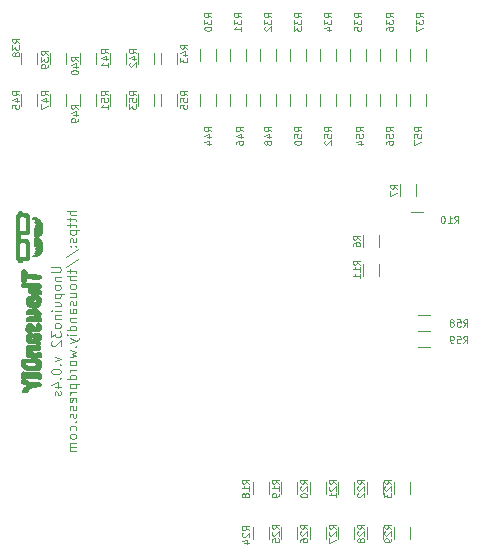
<source format=gbo>
G04 #@! TF.FileFunction,Legend,Bot*
%FSLAX46Y46*%
G04 Gerber Fmt 4.6, Leading zero omitted, Abs format (unit mm)*
G04 Created by KiCad (PCBNEW 4.0.6) date 06/05/17 08:14:13*
%MOMM*%
%LPD*%
G01*
G04 APERTURE LIST*
%ADD10C,0.100000*%
%ADD11C,0.120000*%
%ADD12C,0.127000*%
%ADD13C,0.110000*%
%ADD14R,2.100000X2.100000*%
%ADD15O,2.100000X2.100000*%
%ADD16C,1.920000*%
%ADD17C,3.100000*%
%ADD18R,1.300000X1.600000*%
%ADD19R,1.600000X1.300000*%
%ADD20C,3.600000*%
G04 APERTURE END LIST*
D10*
X146739905Y-104045427D02*
X147387524Y-104045427D01*
X147463714Y-104083522D01*
X147501810Y-104121618D01*
X147539905Y-104197808D01*
X147539905Y-104350189D01*
X147501810Y-104426380D01*
X147463714Y-104464475D01*
X147387524Y-104502570D01*
X146739905Y-104502570D01*
X147006571Y-104883522D02*
X147539905Y-104883522D01*
X147082762Y-104883522D02*
X147044667Y-104921617D01*
X147006571Y-104997808D01*
X147006571Y-105112094D01*
X147044667Y-105188284D01*
X147120857Y-105226379D01*
X147539905Y-105226379D01*
X147539905Y-105721618D02*
X147501810Y-105645427D01*
X147463714Y-105607332D01*
X147387524Y-105569237D01*
X147158952Y-105569237D01*
X147082762Y-105607332D01*
X147044667Y-105645427D01*
X147006571Y-105721618D01*
X147006571Y-105835904D01*
X147044667Y-105912094D01*
X147082762Y-105950189D01*
X147158952Y-105988285D01*
X147387524Y-105988285D01*
X147463714Y-105950189D01*
X147501810Y-105912094D01*
X147539905Y-105835904D01*
X147539905Y-105721618D01*
X147006571Y-106331142D02*
X147806571Y-106331142D01*
X147044667Y-106331142D02*
X147006571Y-106407333D01*
X147006571Y-106559714D01*
X147044667Y-106635904D01*
X147082762Y-106673999D01*
X147158952Y-106712095D01*
X147387524Y-106712095D01*
X147463714Y-106673999D01*
X147501810Y-106635904D01*
X147539905Y-106559714D01*
X147539905Y-106407333D01*
X147501810Y-106331142D01*
X147006571Y-107397809D02*
X147539905Y-107397809D01*
X147006571Y-107054952D02*
X147425619Y-107054952D01*
X147501810Y-107093047D01*
X147539905Y-107169238D01*
X147539905Y-107283524D01*
X147501810Y-107359714D01*
X147463714Y-107397809D01*
X147539905Y-107778762D02*
X147006571Y-107778762D01*
X146739905Y-107778762D02*
X146778000Y-107740667D01*
X146816095Y-107778762D01*
X146778000Y-107816857D01*
X146739905Y-107778762D01*
X146816095Y-107778762D01*
X147006571Y-108159714D02*
X147539905Y-108159714D01*
X147082762Y-108159714D02*
X147044667Y-108197809D01*
X147006571Y-108274000D01*
X147006571Y-108388286D01*
X147044667Y-108464476D01*
X147120857Y-108502571D01*
X147539905Y-108502571D01*
X147539905Y-108997810D02*
X147501810Y-108921619D01*
X147463714Y-108883524D01*
X147387524Y-108845429D01*
X147158952Y-108845429D01*
X147082762Y-108883524D01*
X147044667Y-108921619D01*
X147006571Y-108997810D01*
X147006571Y-109112096D01*
X147044667Y-109188286D01*
X147082762Y-109226381D01*
X147158952Y-109264477D01*
X147387524Y-109264477D01*
X147463714Y-109226381D01*
X147501810Y-109188286D01*
X147539905Y-109112096D01*
X147539905Y-108997810D01*
X146739905Y-109531144D02*
X146739905Y-110026382D01*
X147044667Y-109759715D01*
X147044667Y-109874001D01*
X147082762Y-109950191D01*
X147120857Y-109988287D01*
X147197048Y-110026382D01*
X147387524Y-110026382D01*
X147463714Y-109988287D01*
X147501810Y-109950191D01*
X147539905Y-109874001D01*
X147539905Y-109645429D01*
X147501810Y-109569239D01*
X147463714Y-109531144D01*
X146816095Y-110331144D02*
X146778000Y-110369239D01*
X146739905Y-110445430D01*
X146739905Y-110635906D01*
X146778000Y-110712096D01*
X146816095Y-110750192D01*
X146892286Y-110788287D01*
X146968476Y-110788287D01*
X147082762Y-110750192D01*
X147539905Y-110293049D01*
X147539905Y-110788287D01*
X147006571Y-111664478D02*
X147539905Y-111854954D01*
X147006571Y-112045430D01*
X147463714Y-112350192D02*
X147501810Y-112388287D01*
X147539905Y-112350192D01*
X147501810Y-112312097D01*
X147463714Y-112350192D01*
X147539905Y-112350192D01*
X146739905Y-112883525D02*
X146739905Y-112959716D01*
X146778000Y-113035906D01*
X146816095Y-113074001D01*
X146892286Y-113112097D01*
X147044667Y-113150192D01*
X147235143Y-113150192D01*
X147387524Y-113112097D01*
X147463714Y-113074001D01*
X147501810Y-113035906D01*
X147539905Y-112959716D01*
X147539905Y-112883525D01*
X147501810Y-112807335D01*
X147463714Y-112769239D01*
X147387524Y-112731144D01*
X147235143Y-112693049D01*
X147044667Y-112693049D01*
X146892286Y-112731144D01*
X146816095Y-112769239D01*
X146778000Y-112807335D01*
X146739905Y-112883525D01*
X147463714Y-113493049D02*
X147501810Y-113531144D01*
X147539905Y-113493049D01*
X147501810Y-113454954D01*
X147463714Y-113493049D01*
X147539905Y-113493049D01*
X147006571Y-114216858D02*
X147539905Y-114216858D01*
X146701810Y-114026382D02*
X147273238Y-113835906D01*
X147273238Y-114331144D01*
X147501810Y-114597811D02*
X147539905Y-114674001D01*
X147539905Y-114826382D01*
X147501810Y-114902573D01*
X147425619Y-114940668D01*
X147387524Y-114940668D01*
X147311333Y-114902573D01*
X147273238Y-114826382D01*
X147273238Y-114712097D01*
X147235143Y-114635906D01*
X147158952Y-114597811D01*
X147120857Y-114597811D01*
X147044667Y-114635906D01*
X147006571Y-114712097D01*
X147006571Y-114826382D01*
X147044667Y-114902573D01*
X148839905Y-99302570D02*
X148039905Y-99302570D01*
X148839905Y-99645427D02*
X148420857Y-99645427D01*
X148344667Y-99607332D01*
X148306571Y-99531142D01*
X148306571Y-99416856D01*
X148344667Y-99340665D01*
X148382762Y-99302570D01*
X148306571Y-99912094D02*
X148306571Y-100216856D01*
X148039905Y-100026380D02*
X148725619Y-100026380D01*
X148801810Y-100064475D01*
X148839905Y-100140666D01*
X148839905Y-100216856D01*
X148306571Y-100369237D02*
X148306571Y-100673999D01*
X148039905Y-100483523D02*
X148725619Y-100483523D01*
X148801810Y-100521618D01*
X148839905Y-100597809D01*
X148839905Y-100673999D01*
X148306571Y-100940666D02*
X149106571Y-100940666D01*
X148344667Y-100940666D02*
X148306571Y-101016857D01*
X148306571Y-101169238D01*
X148344667Y-101245428D01*
X148382762Y-101283523D01*
X148458952Y-101321619D01*
X148687524Y-101321619D01*
X148763714Y-101283523D01*
X148801810Y-101245428D01*
X148839905Y-101169238D01*
X148839905Y-101016857D01*
X148801810Y-100940666D01*
X148801810Y-101626381D02*
X148839905Y-101702571D01*
X148839905Y-101854952D01*
X148801810Y-101931143D01*
X148725619Y-101969238D01*
X148687524Y-101969238D01*
X148611333Y-101931143D01*
X148573238Y-101854952D01*
X148573238Y-101740667D01*
X148535143Y-101664476D01*
X148458952Y-101626381D01*
X148420857Y-101626381D01*
X148344667Y-101664476D01*
X148306571Y-101740667D01*
X148306571Y-101854952D01*
X148344667Y-101931143D01*
X148763714Y-102312095D02*
X148801810Y-102350190D01*
X148839905Y-102312095D01*
X148801810Y-102274000D01*
X148763714Y-102312095D01*
X148839905Y-102312095D01*
X148344667Y-102312095D02*
X148382762Y-102350190D01*
X148420857Y-102312095D01*
X148382762Y-102274000D01*
X148344667Y-102312095D01*
X148420857Y-102312095D01*
X148001810Y-103264476D02*
X149030381Y-102578761D01*
X148001810Y-104102571D02*
X149030381Y-103416856D01*
X148306571Y-104254951D02*
X148306571Y-104559713D01*
X148039905Y-104369237D02*
X148725619Y-104369237D01*
X148801810Y-104407332D01*
X148839905Y-104483523D01*
X148839905Y-104559713D01*
X148839905Y-104826380D02*
X148039905Y-104826380D01*
X148839905Y-105169237D02*
X148420857Y-105169237D01*
X148344667Y-105131142D01*
X148306571Y-105054952D01*
X148306571Y-104940666D01*
X148344667Y-104864475D01*
X148382762Y-104826380D01*
X148839905Y-105664476D02*
X148801810Y-105588285D01*
X148763714Y-105550190D01*
X148687524Y-105512095D01*
X148458952Y-105512095D01*
X148382762Y-105550190D01*
X148344667Y-105588285D01*
X148306571Y-105664476D01*
X148306571Y-105778762D01*
X148344667Y-105854952D01*
X148382762Y-105893047D01*
X148458952Y-105931143D01*
X148687524Y-105931143D01*
X148763714Y-105893047D01*
X148801810Y-105854952D01*
X148839905Y-105778762D01*
X148839905Y-105664476D01*
X148306571Y-106616857D02*
X148839905Y-106616857D01*
X148306571Y-106274000D02*
X148725619Y-106274000D01*
X148801810Y-106312095D01*
X148839905Y-106388286D01*
X148839905Y-106502572D01*
X148801810Y-106578762D01*
X148763714Y-106616857D01*
X148801810Y-106959715D02*
X148839905Y-107035905D01*
X148839905Y-107188286D01*
X148801810Y-107264477D01*
X148725619Y-107302572D01*
X148687524Y-107302572D01*
X148611333Y-107264477D01*
X148573238Y-107188286D01*
X148573238Y-107074001D01*
X148535143Y-106997810D01*
X148458952Y-106959715D01*
X148420857Y-106959715D01*
X148344667Y-106997810D01*
X148306571Y-107074001D01*
X148306571Y-107188286D01*
X148344667Y-107264477D01*
X148839905Y-107988286D02*
X148420857Y-107988286D01*
X148344667Y-107950191D01*
X148306571Y-107874001D01*
X148306571Y-107721620D01*
X148344667Y-107645429D01*
X148801810Y-107988286D02*
X148839905Y-107912096D01*
X148839905Y-107721620D01*
X148801810Y-107645429D01*
X148725619Y-107607334D01*
X148649429Y-107607334D01*
X148573238Y-107645429D01*
X148535143Y-107721620D01*
X148535143Y-107912096D01*
X148497048Y-107988286D01*
X148306571Y-108369239D02*
X148839905Y-108369239D01*
X148382762Y-108369239D02*
X148344667Y-108407334D01*
X148306571Y-108483525D01*
X148306571Y-108597811D01*
X148344667Y-108674001D01*
X148420857Y-108712096D01*
X148839905Y-108712096D01*
X148839905Y-109435906D02*
X148039905Y-109435906D01*
X148801810Y-109435906D02*
X148839905Y-109359716D01*
X148839905Y-109207335D01*
X148801810Y-109131144D01*
X148763714Y-109093049D01*
X148687524Y-109054954D01*
X148458952Y-109054954D01*
X148382762Y-109093049D01*
X148344667Y-109131144D01*
X148306571Y-109207335D01*
X148306571Y-109359716D01*
X148344667Y-109435906D01*
X148839905Y-109816859D02*
X148306571Y-109816859D01*
X148039905Y-109816859D02*
X148078000Y-109778764D01*
X148116095Y-109816859D01*
X148078000Y-109854954D01*
X148039905Y-109816859D01*
X148116095Y-109816859D01*
X148306571Y-110121621D02*
X148839905Y-110312097D01*
X148306571Y-110502573D02*
X148839905Y-110312097D01*
X149030381Y-110235906D01*
X149068476Y-110197811D01*
X149106571Y-110121621D01*
X148763714Y-110807335D02*
X148801810Y-110845430D01*
X148839905Y-110807335D01*
X148801810Y-110769240D01*
X148763714Y-110807335D01*
X148839905Y-110807335D01*
X148306571Y-111112097D02*
X148839905Y-111264478D01*
X148458952Y-111416859D01*
X148839905Y-111569240D01*
X148306571Y-111721621D01*
X148839905Y-112140668D02*
X148801810Y-112064477D01*
X148763714Y-112026382D01*
X148687524Y-111988287D01*
X148458952Y-111988287D01*
X148382762Y-112026382D01*
X148344667Y-112064477D01*
X148306571Y-112140668D01*
X148306571Y-112254954D01*
X148344667Y-112331144D01*
X148382762Y-112369239D01*
X148458952Y-112407335D01*
X148687524Y-112407335D01*
X148763714Y-112369239D01*
X148801810Y-112331144D01*
X148839905Y-112254954D01*
X148839905Y-112140668D01*
X148839905Y-112750192D02*
X148306571Y-112750192D01*
X148458952Y-112750192D02*
X148382762Y-112788287D01*
X148344667Y-112826383D01*
X148306571Y-112902573D01*
X148306571Y-112978764D01*
X148839905Y-113588287D02*
X148039905Y-113588287D01*
X148801810Y-113588287D02*
X148839905Y-113512097D01*
X148839905Y-113359716D01*
X148801810Y-113283525D01*
X148763714Y-113245430D01*
X148687524Y-113207335D01*
X148458952Y-113207335D01*
X148382762Y-113245430D01*
X148344667Y-113283525D01*
X148306571Y-113359716D01*
X148306571Y-113512097D01*
X148344667Y-113588287D01*
X148306571Y-113969240D02*
X149106571Y-113969240D01*
X148344667Y-113969240D02*
X148306571Y-114045431D01*
X148306571Y-114197812D01*
X148344667Y-114274002D01*
X148382762Y-114312097D01*
X148458952Y-114350193D01*
X148687524Y-114350193D01*
X148763714Y-114312097D01*
X148801810Y-114274002D01*
X148839905Y-114197812D01*
X148839905Y-114045431D01*
X148801810Y-113969240D01*
X148839905Y-114693050D02*
X148306571Y-114693050D01*
X148458952Y-114693050D02*
X148382762Y-114731145D01*
X148344667Y-114769241D01*
X148306571Y-114845431D01*
X148306571Y-114921622D01*
X148801810Y-115493050D02*
X148839905Y-115416860D01*
X148839905Y-115264479D01*
X148801810Y-115188288D01*
X148725619Y-115150193D01*
X148420857Y-115150193D01*
X148344667Y-115188288D01*
X148306571Y-115264479D01*
X148306571Y-115416860D01*
X148344667Y-115493050D01*
X148420857Y-115531145D01*
X148497048Y-115531145D01*
X148573238Y-115150193D01*
X148801810Y-115835907D02*
X148839905Y-115912097D01*
X148839905Y-116064478D01*
X148801810Y-116140669D01*
X148725619Y-116178764D01*
X148687524Y-116178764D01*
X148611333Y-116140669D01*
X148573238Y-116064478D01*
X148573238Y-115950193D01*
X148535143Y-115874002D01*
X148458952Y-115835907D01*
X148420857Y-115835907D01*
X148344667Y-115874002D01*
X148306571Y-115950193D01*
X148306571Y-116064478D01*
X148344667Y-116140669D01*
X148801810Y-116483526D02*
X148839905Y-116559716D01*
X148839905Y-116712097D01*
X148801810Y-116788288D01*
X148725619Y-116826383D01*
X148687524Y-116826383D01*
X148611333Y-116788288D01*
X148573238Y-116712097D01*
X148573238Y-116597812D01*
X148535143Y-116521621D01*
X148458952Y-116483526D01*
X148420857Y-116483526D01*
X148344667Y-116521621D01*
X148306571Y-116597812D01*
X148306571Y-116712097D01*
X148344667Y-116788288D01*
X148763714Y-117169240D02*
X148801810Y-117207335D01*
X148839905Y-117169240D01*
X148801810Y-117131145D01*
X148763714Y-117169240D01*
X148839905Y-117169240D01*
X148801810Y-117893049D02*
X148839905Y-117816859D01*
X148839905Y-117664478D01*
X148801810Y-117588287D01*
X148763714Y-117550192D01*
X148687524Y-117512097D01*
X148458952Y-117512097D01*
X148382762Y-117550192D01*
X148344667Y-117588287D01*
X148306571Y-117664478D01*
X148306571Y-117816859D01*
X148344667Y-117893049D01*
X148839905Y-118350192D02*
X148801810Y-118274001D01*
X148763714Y-118235906D01*
X148687524Y-118197811D01*
X148458952Y-118197811D01*
X148382762Y-118235906D01*
X148344667Y-118274001D01*
X148306571Y-118350192D01*
X148306571Y-118464478D01*
X148344667Y-118540668D01*
X148382762Y-118578763D01*
X148458952Y-118616859D01*
X148687524Y-118616859D01*
X148763714Y-118578763D01*
X148801810Y-118540668D01*
X148839905Y-118464478D01*
X148839905Y-118350192D01*
X148839905Y-118959716D02*
X148306571Y-118959716D01*
X148382762Y-118959716D02*
X148344667Y-118997811D01*
X148306571Y-119074002D01*
X148306571Y-119188288D01*
X148344667Y-119264478D01*
X148420857Y-119302573D01*
X148839905Y-119302573D01*
X148420857Y-119302573D02*
X148344667Y-119340669D01*
X148306571Y-119416859D01*
X148306571Y-119531145D01*
X148344667Y-119607335D01*
X148420857Y-119645430D01*
X148839905Y-119645430D01*
D11*
X173106800Y-101354000D02*
X173106800Y-102354000D01*
X174466800Y-102354000D02*
X174466800Y-101354000D01*
X176231000Y-97036000D02*
X176231000Y-98036000D01*
X177591000Y-98036000D02*
X177591000Y-97036000D01*
X178173000Y-99396000D02*
X177173000Y-99396000D01*
X177173000Y-100756000D02*
X178173000Y-100756000D01*
X174466800Y-104792400D02*
X174466800Y-103792400D01*
X173106800Y-103792400D02*
X173106800Y-104792400D01*
X163785000Y-122309000D02*
X163785000Y-123309000D01*
X165145000Y-123309000D02*
X165145000Y-122309000D01*
X166198000Y-122309000D02*
X166198000Y-123309000D01*
X167558000Y-123309000D02*
X167558000Y-122309000D01*
X168611000Y-122309000D02*
X168611000Y-123309000D01*
X169971000Y-123309000D02*
X169971000Y-122309000D01*
X171024000Y-122309000D02*
X171024000Y-123309000D01*
X172384000Y-123309000D02*
X172384000Y-122309000D01*
X173437000Y-122309000D02*
X173437000Y-123309000D01*
X174797000Y-123309000D02*
X174797000Y-122309000D01*
X175723000Y-122309000D02*
X175723000Y-123309000D01*
X177083000Y-123309000D02*
X177083000Y-122309000D01*
X165145000Y-127119000D02*
X165145000Y-126119000D01*
X163785000Y-126119000D02*
X163785000Y-127119000D01*
X167558000Y-127119000D02*
X167558000Y-126119000D01*
X166198000Y-126119000D02*
X166198000Y-127119000D01*
X169971000Y-127119000D02*
X169971000Y-126119000D01*
X168611000Y-126119000D02*
X168611000Y-127119000D01*
X172384000Y-127119000D02*
X172384000Y-126119000D01*
X171024000Y-126119000D02*
X171024000Y-127119000D01*
X174797000Y-127119000D02*
X174797000Y-126119000D01*
X173437000Y-126119000D02*
X173437000Y-127119000D01*
X177083000Y-127119000D02*
X177083000Y-126119000D01*
X175723000Y-126119000D02*
X175723000Y-127119000D01*
X160700000Y-86606000D02*
X160700000Y-85606000D01*
X159340000Y-85606000D02*
X159340000Y-86606000D01*
X163240000Y-86606000D02*
X163240000Y-85606000D01*
X161880000Y-85606000D02*
X161880000Y-86606000D01*
X165780000Y-86606000D02*
X165780000Y-85606000D01*
X164420000Y-85606000D02*
X164420000Y-86606000D01*
X168320000Y-86606000D02*
X168320000Y-85606000D01*
X166960000Y-85606000D02*
X166960000Y-86606000D01*
X170860000Y-86606000D02*
X170860000Y-85606000D01*
X169500000Y-85606000D02*
X169500000Y-86606000D01*
X173400000Y-86606000D02*
X173400000Y-85606000D01*
X172040000Y-85606000D02*
X172040000Y-86606000D01*
X175940000Y-86606000D02*
X175940000Y-85606000D01*
X174580000Y-85606000D02*
X174580000Y-86606000D01*
X178480000Y-86606000D02*
X178480000Y-85606000D01*
X177120000Y-85606000D02*
X177120000Y-86606000D01*
X145523500Y-86923500D02*
X145523500Y-85923500D01*
X144163500Y-85923500D02*
X144163500Y-86923500D01*
X148000000Y-86923500D02*
X148000000Y-85923500D01*
X146640000Y-85923500D02*
X146640000Y-86923500D01*
X150540000Y-86923500D02*
X150540000Y-85923500D01*
X149180000Y-85923500D02*
X149180000Y-86923500D01*
X153080000Y-86923500D02*
X153080000Y-85923500D01*
X151720000Y-85923500D02*
X151720000Y-86923500D01*
X155429500Y-86923500D02*
X155429500Y-85923500D01*
X154069500Y-85923500D02*
X154069500Y-86923500D01*
X157398000Y-86923500D02*
X157398000Y-85923500D01*
X156038000Y-85923500D02*
X156038000Y-86923500D01*
X160700000Y-90416000D02*
X160700000Y-89416000D01*
X159340000Y-89416000D02*
X159340000Y-90416000D01*
X145523500Y-90416000D02*
X145523500Y-89416000D01*
X144163500Y-89416000D02*
X144163500Y-90416000D01*
X163240000Y-90416000D02*
X163240000Y-89416000D01*
X161880000Y-89416000D02*
X161880000Y-90416000D01*
X148000000Y-90416000D02*
X148000000Y-89416000D01*
X146640000Y-89416000D02*
X146640000Y-90416000D01*
X165780000Y-90416000D02*
X165780000Y-89416000D01*
X164420000Y-89416000D02*
X164420000Y-90416000D01*
X150540000Y-90416000D02*
X150540000Y-89416000D01*
X149180000Y-89416000D02*
X149180000Y-90416000D01*
X168320000Y-90416000D02*
X168320000Y-89416000D01*
X166960000Y-89416000D02*
X166960000Y-90416000D01*
X153080000Y-90416000D02*
X153080000Y-89416000D01*
X151720000Y-89416000D02*
X151720000Y-90416000D01*
X170860000Y-90416000D02*
X170860000Y-89416000D01*
X169500000Y-89416000D02*
X169500000Y-90416000D01*
X155429500Y-90416000D02*
X155429500Y-89416000D01*
X154069500Y-89416000D02*
X154069500Y-90416000D01*
X173400000Y-90416000D02*
X173400000Y-89416000D01*
X172040000Y-89416000D02*
X172040000Y-90416000D01*
X157398000Y-90416000D02*
X157398000Y-89416000D01*
X156038000Y-89416000D02*
X156038000Y-90416000D01*
X175940000Y-90416000D02*
X175940000Y-89416000D01*
X174580000Y-89416000D02*
X174580000Y-90416000D01*
X178480000Y-90416000D02*
X178480000Y-89416000D01*
X177120000Y-89416000D02*
X177120000Y-90416000D01*
X177782600Y-109468200D02*
X178782600Y-109468200D01*
X178782600Y-108108200D02*
X177782600Y-108108200D01*
X178782600Y-109479800D02*
X177782600Y-109479800D01*
X177782600Y-110839800D02*
X178782600Y-110839800D01*
D12*
X145943320Y-100525580D02*
X145943320Y-101058980D01*
X145943320Y-101058980D02*
X145905220Y-101058980D01*
X145905220Y-101058980D02*
X145905220Y-100525580D01*
X145905220Y-100525580D02*
X145943320Y-100525580D01*
X145943320Y-102049580D02*
X145943320Y-102621080D01*
X145943320Y-102621080D02*
X145905220Y-102621080D01*
X145905220Y-102621080D02*
X145905220Y-102049580D01*
X145905220Y-102049580D02*
X145943320Y-102049580D01*
X145905220Y-100373180D02*
X145905220Y-101173280D01*
X145905220Y-101173280D02*
X145867120Y-101173280D01*
X145867120Y-101173280D02*
X145867120Y-100373180D01*
X145867120Y-100373180D02*
X145905220Y-100373180D01*
X145905220Y-101935280D02*
X145905220Y-102735380D01*
X145905220Y-102735380D02*
X145867120Y-102735380D01*
X145867120Y-102735380D02*
X145867120Y-101935280D01*
X145867120Y-101935280D02*
X145905220Y-101935280D01*
X145867120Y-100258880D02*
X145867120Y-101249480D01*
X145867120Y-101249480D02*
X145829020Y-101249480D01*
X145829020Y-101249480D02*
X145829020Y-100258880D01*
X145829020Y-100258880D02*
X145867120Y-100258880D01*
X145867120Y-101820980D02*
X145867120Y-102811580D01*
X145867120Y-102811580D02*
X145829020Y-102811580D01*
X145829020Y-102811580D02*
X145829020Y-101820980D01*
X145829020Y-101820980D02*
X145867120Y-101820980D01*
X145829020Y-100220780D02*
X145829020Y-101325680D01*
X145829020Y-101325680D02*
X145790920Y-101325680D01*
X145790920Y-101325680D02*
X145790920Y-100220780D01*
X145790920Y-100220780D02*
X145829020Y-100220780D01*
X145829020Y-101782880D02*
X145829020Y-102887780D01*
X145829020Y-102887780D02*
X145790920Y-102887780D01*
X145790920Y-102887780D02*
X145790920Y-101782880D01*
X145790920Y-101782880D02*
X145829020Y-101782880D01*
X145829020Y-104868980D02*
X145829020Y-104983280D01*
X145829020Y-104983280D02*
X145790920Y-104983280D01*
X145790920Y-104983280D02*
X145790920Y-104868980D01*
X145790920Y-104868980D02*
X145829020Y-104868980D01*
X145829020Y-105554780D02*
X145829020Y-105745280D01*
X145829020Y-105745280D02*
X145790920Y-105745280D01*
X145790920Y-105745280D02*
X145790920Y-105554780D01*
X145790920Y-105554780D02*
X145829020Y-105554780D01*
X145829020Y-106126280D02*
X145829020Y-106316780D01*
X145829020Y-106316780D02*
X145790920Y-106316780D01*
X145790920Y-106316780D02*
X145790920Y-106126280D01*
X145790920Y-106126280D02*
X145829020Y-106126280D01*
X145829020Y-106659680D02*
X145829020Y-107002580D01*
X145829020Y-107002580D02*
X145790920Y-107002580D01*
X145790920Y-107002580D02*
X145790920Y-106659680D01*
X145790920Y-106659680D02*
X145829020Y-106659680D01*
X145829020Y-107993180D02*
X145829020Y-108069380D01*
X145829020Y-108069380D02*
X145790920Y-108069380D01*
X145790920Y-108069380D02*
X145790920Y-107993180D01*
X145790920Y-107993180D02*
X145829020Y-107993180D01*
X145829020Y-108412280D02*
X145829020Y-108602780D01*
X145829020Y-108602780D02*
X145790920Y-108602780D01*
X145790920Y-108602780D02*
X145790920Y-108412280D01*
X145790920Y-108412280D02*
X145829020Y-108412280D01*
X145829020Y-108983780D02*
X145829020Y-109326680D01*
X145829020Y-109326680D02*
X145790920Y-109326680D01*
X145790920Y-109326680D02*
X145790920Y-108983780D01*
X145790920Y-108983780D02*
X145829020Y-108983780D01*
X145829020Y-109860080D02*
X145829020Y-110202980D01*
X145829020Y-110202980D02*
X145790920Y-110202980D01*
X145790920Y-110202980D02*
X145790920Y-109860080D01*
X145790920Y-109860080D02*
X145829020Y-109860080D01*
X145829020Y-111384080D02*
X145829020Y-111650780D01*
X145829020Y-111650780D02*
X145790920Y-111650780D01*
X145790920Y-111650780D02*
X145790920Y-111384080D01*
X145790920Y-111384080D02*
X145829020Y-111384080D01*
X145829020Y-111993680D02*
X145829020Y-112565180D01*
X145829020Y-112565180D02*
X145790920Y-112565180D01*
X145790920Y-112565180D02*
X145790920Y-111993680D01*
X145790920Y-111993680D02*
X145829020Y-111993680D01*
X145829020Y-113098580D02*
X145829020Y-113479580D01*
X145829020Y-113479580D02*
X145790920Y-113479580D01*
X145790920Y-113479580D02*
X145790920Y-113098580D01*
X145790920Y-113098580D02*
X145829020Y-113098580D01*
X145829020Y-113936780D02*
X145829020Y-114051080D01*
X145829020Y-114051080D02*
X145790920Y-114051080D01*
X145790920Y-114051080D02*
X145790920Y-113936780D01*
X145790920Y-113936780D02*
X145829020Y-113936780D01*
X145790920Y-100144580D02*
X145790920Y-101363780D01*
X145790920Y-101363780D02*
X145752820Y-101363780D01*
X145752820Y-101363780D02*
X145752820Y-100144580D01*
X145752820Y-100144580D02*
X145790920Y-100144580D01*
X145790920Y-101744780D02*
X145790920Y-102925880D01*
X145790920Y-102925880D02*
X145752820Y-102925880D01*
X145752820Y-102925880D02*
X145752820Y-101744780D01*
X145752820Y-101744780D02*
X145790920Y-101744780D01*
X145790920Y-104830880D02*
X145790920Y-105021380D01*
X145790920Y-105021380D02*
X145752820Y-105021380D01*
X145752820Y-105021380D02*
X145752820Y-104830880D01*
X145752820Y-104830880D02*
X145790920Y-104830880D01*
X145790920Y-105516680D02*
X145790920Y-105783380D01*
X145790920Y-105783380D02*
X145752820Y-105783380D01*
X145752820Y-105783380D02*
X145752820Y-105516680D01*
X145752820Y-105516680D02*
X145790920Y-105516680D01*
X145790920Y-106088180D02*
X145790920Y-106354880D01*
X145790920Y-106354880D02*
X145752820Y-106354880D01*
X145752820Y-106354880D02*
X145752820Y-106088180D01*
X145752820Y-106088180D02*
X145790920Y-106088180D01*
X145790920Y-106621580D02*
X145790920Y-107193080D01*
X145790920Y-107193080D02*
X145752820Y-107193080D01*
X145752820Y-107193080D02*
X145752820Y-106621580D01*
X145752820Y-106621580D02*
X145790920Y-106621580D01*
X145790920Y-107840780D02*
X145790920Y-108259880D01*
X145790920Y-108259880D02*
X145752820Y-108259880D01*
X145752820Y-108259880D02*
X145752820Y-107840780D01*
X145752820Y-107840780D02*
X145790920Y-107840780D01*
X145790920Y-108374180D02*
X145790920Y-108640880D01*
X145790920Y-108640880D02*
X145752820Y-108640880D01*
X145752820Y-108640880D02*
X145752820Y-108374180D01*
X145752820Y-108374180D02*
X145790920Y-108374180D01*
X145790920Y-108907580D02*
X145790920Y-109402880D01*
X145790920Y-109402880D02*
X145752820Y-109402880D01*
X145752820Y-109402880D02*
X145752820Y-108907580D01*
X145752820Y-108907580D02*
X145790920Y-108907580D01*
X145790920Y-109783880D02*
X145790920Y-110241080D01*
X145790920Y-110241080D02*
X145752820Y-110241080D01*
X145752820Y-110241080D02*
X145752820Y-109783880D01*
X145752820Y-109783880D02*
X145790920Y-109783880D01*
X145790920Y-110469680D02*
X145790920Y-110622080D01*
X145790920Y-110622080D02*
X145752820Y-110622080D01*
X145752820Y-110622080D02*
X145752820Y-110469680D01*
X145752820Y-110469680D02*
X145790920Y-110469680D01*
X145790920Y-110812580D02*
X145790920Y-111041180D01*
X145790920Y-111041180D02*
X145752820Y-111041180D01*
X145752820Y-111041180D02*
X145752820Y-110812580D01*
X145752820Y-110812580D02*
X145790920Y-110812580D01*
X145790920Y-111384080D02*
X145790920Y-111650780D01*
X145790920Y-111650780D02*
X145752820Y-111650780D01*
X145752820Y-111650780D02*
X145752820Y-111384080D01*
X145752820Y-111384080D02*
X145790920Y-111384080D01*
X145790920Y-111955580D02*
X145790920Y-112641380D01*
X145790920Y-112641380D02*
X145752820Y-112641380D01*
X145752820Y-112641380D02*
X145752820Y-111955580D01*
X145752820Y-111955580D02*
X145790920Y-111955580D01*
X145790920Y-113060480D02*
X145790920Y-113517680D01*
X145790920Y-113517680D02*
X145752820Y-113517680D01*
X145752820Y-113517680D02*
X145752820Y-113060480D01*
X145752820Y-113060480D02*
X145790920Y-113060480D01*
X145790920Y-113936780D02*
X145790920Y-114089180D01*
X145790920Y-114089180D02*
X145752820Y-114089180D01*
X145752820Y-114089180D02*
X145752820Y-113936780D01*
X145752820Y-113936780D02*
X145790920Y-113936780D01*
X145752820Y-100106480D02*
X145752820Y-101401880D01*
X145752820Y-101401880D02*
X145714720Y-101401880D01*
X145714720Y-101401880D02*
X145714720Y-100106480D01*
X145714720Y-100106480D02*
X145752820Y-100106480D01*
X145752820Y-101706680D02*
X145752820Y-103002080D01*
X145752820Y-103002080D02*
X145714720Y-103002080D01*
X145714720Y-103002080D02*
X145714720Y-101706680D01*
X145714720Y-101706680D02*
X145752820Y-101706680D01*
X145752820Y-104830880D02*
X145752820Y-105021380D01*
X145752820Y-105021380D02*
X145714720Y-105021380D01*
X145714720Y-105021380D02*
X145714720Y-104830880D01*
X145714720Y-104830880D02*
X145752820Y-104830880D01*
X145752820Y-105478580D02*
X145752820Y-105821480D01*
X145752820Y-105821480D02*
X145714720Y-105821480D01*
X145714720Y-105821480D02*
X145714720Y-105478580D01*
X145714720Y-105478580D02*
X145752820Y-105478580D01*
X145752820Y-106050080D02*
X145752820Y-106354880D01*
X145752820Y-106354880D02*
X145714720Y-106354880D01*
X145714720Y-106354880D02*
X145714720Y-106050080D01*
X145714720Y-106050080D02*
X145752820Y-106050080D01*
X145752820Y-106583480D02*
X145752820Y-107269280D01*
X145752820Y-107269280D02*
X145714720Y-107269280D01*
X145714720Y-107269280D02*
X145714720Y-106583480D01*
X145714720Y-106583480D02*
X145752820Y-106583480D01*
X145752820Y-107840780D02*
X145752820Y-108678980D01*
X145752820Y-108678980D02*
X145714720Y-108678980D01*
X145714720Y-108678980D02*
X145714720Y-107840780D01*
X145714720Y-107840780D02*
X145752820Y-107840780D01*
X145752820Y-108869480D02*
X145752820Y-109440980D01*
X145752820Y-109440980D02*
X145714720Y-109440980D01*
X145714720Y-109440980D02*
X145714720Y-108869480D01*
X145714720Y-108869480D02*
X145752820Y-108869480D01*
X145752820Y-109783880D02*
X145752820Y-110279180D01*
X145752820Y-110279180D02*
X145714720Y-110279180D01*
X145714720Y-110279180D02*
X145714720Y-109783880D01*
X145714720Y-109783880D02*
X145752820Y-109783880D01*
X145752820Y-110431580D02*
X145752820Y-110622080D01*
X145752820Y-110622080D02*
X145714720Y-110622080D01*
X145714720Y-110622080D02*
X145714720Y-110431580D01*
X145714720Y-110431580D02*
X145752820Y-110431580D01*
X145752820Y-110774480D02*
X145752820Y-111041180D01*
X145752820Y-111041180D02*
X145714720Y-111041180D01*
X145714720Y-111041180D02*
X145714720Y-110774480D01*
X145714720Y-110774480D02*
X145752820Y-110774480D01*
X145752820Y-111384080D02*
X145752820Y-111688880D01*
X145752820Y-111688880D02*
X145714720Y-111688880D01*
X145714720Y-111688880D02*
X145714720Y-111384080D01*
X145714720Y-111384080D02*
X145752820Y-111384080D01*
X145752820Y-111917480D02*
X145752820Y-112679480D01*
X145752820Y-112679480D02*
X145714720Y-112679480D01*
X145714720Y-112679480D02*
X145714720Y-111917480D01*
X145714720Y-111917480D02*
X145752820Y-111917480D01*
X145752820Y-113060480D02*
X145752820Y-113517680D01*
X145752820Y-113517680D02*
X145714720Y-113517680D01*
X145714720Y-113517680D02*
X145714720Y-113060480D01*
X145714720Y-113060480D02*
X145752820Y-113060480D01*
X145752820Y-113898680D02*
X145752820Y-114127280D01*
X145752820Y-114127280D02*
X145714720Y-114127280D01*
X145714720Y-114127280D02*
X145714720Y-113898680D01*
X145714720Y-113898680D02*
X145752820Y-113898680D01*
X145714720Y-100068380D02*
X145714720Y-101439980D01*
X145714720Y-101439980D02*
X145676620Y-101439980D01*
X145676620Y-101439980D02*
X145676620Y-100068380D01*
X145676620Y-100068380D02*
X145714720Y-100068380D01*
X145714720Y-101668580D02*
X145714720Y-103002080D01*
X145714720Y-103002080D02*
X145676620Y-103002080D01*
X145676620Y-103002080D02*
X145676620Y-101668580D01*
X145676620Y-101668580D02*
X145714720Y-101668580D01*
X145714720Y-104830880D02*
X145714720Y-105059480D01*
X145714720Y-105059480D02*
X145676620Y-105059480D01*
X145676620Y-105059480D02*
X145676620Y-104830880D01*
X145676620Y-104830880D02*
X145714720Y-104830880D01*
X145714720Y-105478580D02*
X145714720Y-105859580D01*
X145714720Y-105859580D02*
X145676620Y-105859580D01*
X145676620Y-105859580D02*
X145676620Y-105478580D01*
X145676620Y-105478580D02*
X145714720Y-105478580D01*
X145714720Y-106050080D02*
X145714720Y-106354880D01*
X145714720Y-106354880D02*
X145676620Y-106354880D01*
X145676620Y-106354880D02*
X145676620Y-106050080D01*
X145676620Y-106050080D02*
X145714720Y-106050080D01*
X145714720Y-106583480D02*
X145714720Y-107307380D01*
X145714720Y-107307380D02*
X145676620Y-107307380D01*
X145676620Y-107307380D02*
X145676620Y-106583480D01*
X145676620Y-106583480D02*
X145714720Y-106583480D01*
X145714720Y-107802680D02*
X145714720Y-108678980D01*
X145714720Y-108678980D02*
X145676620Y-108678980D01*
X145676620Y-108678980D02*
X145676620Y-107802680D01*
X145676620Y-107802680D02*
X145714720Y-107802680D01*
X145714720Y-108831380D02*
X145714720Y-109440980D01*
X145714720Y-109440980D02*
X145676620Y-109440980D01*
X145676620Y-109440980D02*
X145676620Y-108831380D01*
X145676620Y-108831380D02*
X145714720Y-108831380D01*
X145714720Y-109745780D02*
X145714720Y-110317280D01*
X145714720Y-110317280D02*
X145676620Y-110317280D01*
X145676620Y-110317280D02*
X145676620Y-109745780D01*
X145676620Y-109745780D02*
X145714720Y-109745780D01*
X145714720Y-110393480D02*
X145714720Y-110583980D01*
X145714720Y-110583980D02*
X145676620Y-110583980D01*
X145676620Y-110583980D02*
X145676620Y-110393480D01*
X145676620Y-110393480D02*
X145714720Y-110393480D01*
X145714720Y-110774480D02*
X145714720Y-111079280D01*
X145714720Y-111079280D02*
X145676620Y-111079280D01*
X145676620Y-111079280D02*
X145676620Y-110774480D01*
X145676620Y-110774480D02*
X145714720Y-110774480D01*
X145714720Y-111384080D02*
X145714720Y-111688880D01*
X145714720Y-111688880D02*
X145676620Y-111688880D01*
X145676620Y-111688880D02*
X145676620Y-111384080D01*
X145676620Y-111384080D02*
X145714720Y-111384080D01*
X145714720Y-111917480D02*
X145714720Y-112717580D01*
X145714720Y-112717580D02*
X145676620Y-112717580D01*
X145676620Y-112717580D02*
X145676620Y-111917480D01*
X145676620Y-111917480D02*
X145714720Y-111917480D01*
X145714720Y-113060480D02*
X145714720Y-113479580D01*
X145714720Y-113479580D02*
X145676620Y-113479580D01*
X145676620Y-113479580D02*
X145676620Y-113060480D01*
X145676620Y-113060480D02*
X145714720Y-113060480D01*
X145714720Y-113898680D02*
X145714720Y-114127280D01*
X145714720Y-114127280D02*
X145676620Y-114127280D01*
X145676620Y-114127280D02*
X145676620Y-113898680D01*
X145676620Y-113898680D02*
X145714720Y-113898680D01*
X145676620Y-100068380D02*
X145676620Y-101478080D01*
X145676620Y-101478080D02*
X145638520Y-101478080D01*
X145638520Y-101478080D02*
X145638520Y-100068380D01*
X145638520Y-100068380D02*
X145676620Y-100068380D01*
X145676620Y-101630480D02*
X145676620Y-103040180D01*
X145676620Y-103040180D02*
X145638520Y-103040180D01*
X145638520Y-103040180D02*
X145638520Y-101630480D01*
X145638520Y-101630480D02*
X145676620Y-101630480D01*
X145676620Y-104792780D02*
X145676620Y-105059480D01*
X145676620Y-105059480D02*
X145638520Y-105059480D01*
X145638520Y-105059480D02*
X145638520Y-104792780D01*
X145638520Y-104792780D02*
X145676620Y-104792780D01*
X145676620Y-105478580D02*
X145676620Y-105859580D01*
X145676620Y-105859580D02*
X145638520Y-105859580D01*
X145638520Y-105859580D02*
X145638520Y-105478580D01*
X145638520Y-105478580D02*
X145676620Y-105478580D01*
X145676620Y-106050080D02*
X145676620Y-106354880D01*
X145676620Y-106354880D02*
X145638520Y-106354880D01*
X145638520Y-106354880D02*
X145638520Y-106050080D01*
X145638520Y-106050080D02*
X145676620Y-106050080D01*
X145676620Y-106545380D02*
X145676620Y-107345480D01*
X145676620Y-107345480D02*
X145638520Y-107345480D01*
X145638520Y-107345480D02*
X145638520Y-106545380D01*
X145638520Y-106545380D02*
X145676620Y-106545380D01*
X145676620Y-107764580D02*
X145676620Y-108678980D01*
X145676620Y-108678980D02*
X145638520Y-108678980D01*
X145638520Y-108678980D02*
X145638520Y-107764580D01*
X145638520Y-107764580D02*
X145676620Y-107764580D01*
X145676620Y-108831380D02*
X145676620Y-109479080D01*
X145676620Y-109479080D02*
X145638520Y-109479080D01*
X145638520Y-109479080D02*
X145638520Y-108831380D01*
X145638520Y-108831380D02*
X145676620Y-108831380D01*
X145676620Y-109707680D02*
X145676620Y-110583980D01*
X145676620Y-110583980D02*
X145638520Y-110583980D01*
X145638520Y-110583980D02*
X145638520Y-109707680D01*
X145638520Y-109707680D02*
X145676620Y-109707680D01*
X145676620Y-110736380D02*
X145676620Y-111079280D01*
X145676620Y-111079280D02*
X145638520Y-111079280D01*
X145638520Y-111079280D02*
X145638520Y-110736380D01*
X145638520Y-110736380D02*
X145676620Y-110736380D01*
X145676620Y-111384080D02*
X145676620Y-111726980D01*
X145676620Y-111726980D02*
X145638520Y-111726980D01*
X145638520Y-111726980D02*
X145638520Y-111384080D01*
X145638520Y-111384080D02*
X145676620Y-111384080D01*
X145676620Y-111917480D02*
X145676620Y-112755680D01*
X145676620Y-112755680D02*
X145638520Y-112755680D01*
X145638520Y-112755680D02*
X145638520Y-111917480D01*
X145638520Y-111917480D02*
X145676620Y-111917480D01*
X145676620Y-113060480D02*
X145676620Y-113479580D01*
X145676620Y-113479580D02*
X145638520Y-113479580D01*
X145638520Y-113479580D02*
X145638520Y-113060480D01*
X145638520Y-113060480D02*
X145676620Y-113060480D01*
X145676620Y-113898680D02*
X145676620Y-114127280D01*
X145676620Y-114127280D02*
X145638520Y-114127280D01*
X145638520Y-114127280D02*
X145638520Y-113898680D01*
X145638520Y-113898680D02*
X145676620Y-113898680D01*
X145638520Y-100030280D02*
X145638520Y-101516180D01*
X145638520Y-101516180D02*
X145600420Y-101516180D01*
X145600420Y-101516180D02*
X145600420Y-100030280D01*
X145600420Y-100030280D02*
X145638520Y-100030280D01*
X145638520Y-101592380D02*
X145638520Y-103078280D01*
X145638520Y-103078280D02*
X145600420Y-103078280D01*
X145600420Y-103078280D02*
X145600420Y-101592380D01*
X145600420Y-101592380D02*
X145638520Y-101592380D01*
X145638520Y-104792780D02*
X145638520Y-105059480D01*
X145638520Y-105059480D02*
X145600420Y-105059480D01*
X145600420Y-105059480D02*
X145600420Y-104792780D01*
X145600420Y-104792780D02*
X145638520Y-104792780D01*
X145638520Y-105478580D02*
X145638520Y-105859580D01*
X145638520Y-105859580D02*
X145600420Y-105859580D01*
X145600420Y-105859580D02*
X145600420Y-105478580D01*
X145600420Y-105478580D02*
X145638520Y-105478580D01*
X145638520Y-106050080D02*
X145638520Y-106354880D01*
X145638520Y-106354880D02*
X145600420Y-106354880D01*
X145600420Y-106354880D02*
X145600420Y-106050080D01*
X145600420Y-106050080D02*
X145638520Y-106050080D01*
X145638520Y-106545380D02*
X145638520Y-107383580D01*
X145638520Y-107383580D02*
X145600420Y-107383580D01*
X145600420Y-107383580D02*
X145600420Y-106545380D01*
X145600420Y-106545380D02*
X145638520Y-106545380D01*
X145638520Y-107764580D02*
X145638520Y-108678980D01*
X145638520Y-108678980D02*
X145600420Y-108678980D01*
X145600420Y-108678980D02*
X145600420Y-107764580D01*
X145600420Y-107764580D02*
X145638520Y-107764580D01*
X145638520Y-108831380D02*
X145638520Y-109479080D01*
X145638520Y-109479080D02*
X145600420Y-109479080D01*
X145600420Y-109479080D02*
X145600420Y-108831380D01*
X145600420Y-108831380D02*
X145638520Y-108831380D01*
X145638520Y-109707680D02*
X145638520Y-109974380D01*
X145638520Y-109974380D02*
X145600420Y-109974380D01*
X145600420Y-109974380D02*
X145600420Y-109707680D01*
X145600420Y-109707680D02*
X145638520Y-109707680D01*
X145638520Y-110126780D02*
X145638520Y-110583980D01*
X145638520Y-110583980D02*
X145600420Y-110583980D01*
X145600420Y-110583980D02*
X145600420Y-110126780D01*
X145600420Y-110126780D02*
X145638520Y-110126780D01*
X145638520Y-110736380D02*
X145638520Y-111079280D01*
X145638520Y-111079280D02*
X145600420Y-111079280D01*
X145600420Y-111079280D02*
X145600420Y-110736380D01*
X145600420Y-110736380D02*
X145638520Y-110736380D01*
X145638520Y-111384080D02*
X145638520Y-111726980D01*
X145638520Y-111726980D02*
X145600420Y-111726980D01*
X145600420Y-111726980D02*
X145600420Y-111384080D01*
X145600420Y-111384080D02*
X145638520Y-111384080D01*
X145638520Y-111917480D02*
X145638520Y-112755680D01*
X145638520Y-112755680D02*
X145600420Y-112755680D01*
X145600420Y-112755680D02*
X145600420Y-111917480D01*
X145600420Y-111917480D02*
X145638520Y-111917480D01*
X145638520Y-113060480D02*
X145638520Y-113479580D01*
X145638520Y-113479580D02*
X145600420Y-113479580D01*
X145600420Y-113479580D02*
X145600420Y-113060480D01*
X145600420Y-113060480D02*
X145638520Y-113060480D01*
X145638520Y-113898680D02*
X145638520Y-114165380D01*
X145638520Y-114165380D02*
X145600420Y-114165380D01*
X145600420Y-114165380D02*
X145600420Y-113898680D01*
X145600420Y-113898680D02*
X145638520Y-113898680D01*
X145600420Y-100030280D02*
X145600420Y-100258880D01*
X145600420Y-100258880D02*
X145562320Y-100258880D01*
X145562320Y-100258880D02*
X145562320Y-100030280D01*
X145562320Y-100030280D02*
X145600420Y-100030280D01*
X145600420Y-100296980D02*
X145600420Y-101516180D01*
X145600420Y-101516180D02*
X145562320Y-101516180D01*
X145562320Y-101516180D02*
X145562320Y-100296980D01*
X145562320Y-100296980D02*
X145600420Y-100296980D01*
X145600420Y-101592380D02*
X145600420Y-102811580D01*
X145600420Y-102811580D02*
X145562320Y-102811580D01*
X145562320Y-102811580D02*
X145562320Y-101592380D01*
X145562320Y-101592380D02*
X145600420Y-101592380D01*
X145600420Y-102849680D02*
X145600420Y-103078280D01*
X145600420Y-103078280D02*
X145562320Y-103078280D01*
X145562320Y-103078280D02*
X145562320Y-102849680D01*
X145562320Y-102849680D02*
X145600420Y-102849680D01*
X145600420Y-104792780D02*
X145600420Y-105059480D01*
X145600420Y-105059480D02*
X145562320Y-105059480D01*
X145562320Y-105059480D02*
X145562320Y-104792780D01*
X145562320Y-104792780D02*
X145600420Y-104792780D01*
X145600420Y-105478580D02*
X145600420Y-105859580D01*
X145600420Y-105859580D02*
X145562320Y-105859580D01*
X145562320Y-105859580D02*
X145562320Y-105478580D01*
X145562320Y-105478580D02*
X145600420Y-105478580D01*
X145600420Y-106050080D02*
X145600420Y-106354880D01*
X145600420Y-106354880D02*
X145562320Y-106354880D01*
X145562320Y-106354880D02*
X145562320Y-106050080D01*
X145562320Y-106050080D02*
X145600420Y-106050080D01*
X145600420Y-106507280D02*
X145600420Y-107421680D01*
X145600420Y-107421680D02*
X145562320Y-107421680D01*
X145562320Y-107421680D02*
X145562320Y-106507280D01*
X145562320Y-106507280D02*
X145600420Y-106507280D01*
X145600420Y-107726480D02*
X145600420Y-108678980D01*
X145600420Y-108678980D02*
X145562320Y-108678980D01*
X145562320Y-108678980D02*
X145562320Y-107726480D01*
X145562320Y-107726480D02*
X145600420Y-107726480D01*
X145600420Y-108869480D02*
X145600420Y-109098080D01*
X145600420Y-109098080D02*
X145562320Y-109098080D01*
X145562320Y-109098080D02*
X145562320Y-108869480D01*
X145562320Y-108869480D02*
X145600420Y-108869480D01*
X145600420Y-109174280D02*
X145600420Y-109517180D01*
X145600420Y-109517180D02*
X145562320Y-109517180D01*
X145562320Y-109517180D02*
X145562320Y-109174280D01*
X145562320Y-109174280D02*
X145600420Y-109174280D01*
X145600420Y-109707680D02*
X145600420Y-109936280D01*
X145600420Y-109936280D02*
X145562320Y-109936280D01*
X145562320Y-109936280D02*
X145562320Y-109707680D01*
X145562320Y-109707680D02*
X145600420Y-109707680D01*
X145600420Y-110126780D02*
X145600420Y-110583980D01*
X145600420Y-110583980D02*
X145562320Y-110583980D01*
X145562320Y-110583980D02*
X145562320Y-110126780D01*
X145562320Y-110126780D02*
X145600420Y-110126780D01*
X145600420Y-110736380D02*
X145600420Y-111079280D01*
X145600420Y-111079280D02*
X145562320Y-111079280D01*
X145562320Y-111079280D02*
X145562320Y-110736380D01*
X145562320Y-110736380D02*
X145600420Y-110736380D01*
X145600420Y-111384080D02*
X145600420Y-111726980D01*
X145600420Y-111726980D02*
X145562320Y-111726980D01*
X145562320Y-111726980D02*
X145562320Y-111384080D01*
X145562320Y-111384080D02*
X145600420Y-111384080D01*
X145600420Y-111917480D02*
X145600420Y-112793780D01*
X145600420Y-112793780D02*
X145562320Y-112793780D01*
X145562320Y-112793780D02*
X145562320Y-111917480D01*
X145562320Y-111917480D02*
X145600420Y-111917480D01*
X145600420Y-113060480D02*
X145600420Y-113479580D01*
X145600420Y-113479580D02*
X145562320Y-113479580D01*
X145562320Y-113479580D02*
X145562320Y-113060480D01*
X145562320Y-113060480D02*
X145600420Y-113060480D01*
X145600420Y-113898680D02*
X145600420Y-114165380D01*
X145600420Y-114165380D02*
X145562320Y-114165380D01*
X145562320Y-114165380D02*
X145562320Y-113898680D01*
X145562320Y-113898680D02*
X145600420Y-113898680D01*
X145562320Y-99992180D02*
X145562320Y-100182680D01*
X145562320Y-100182680D02*
X145524220Y-100182680D01*
X145524220Y-100182680D02*
X145524220Y-99992180D01*
X145524220Y-99992180D02*
X145562320Y-99992180D01*
X145562320Y-100258880D02*
X145562320Y-100525580D01*
X145562320Y-100525580D02*
X145524220Y-100525580D01*
X145524220Y-100525580D02*
X145524220Y-100258880D01*
X145524220Y-100258880D02*
X145562320Y-100258880D01*
X145562320Y-100601780D02*
X145562320Y-101516180D01*
X145562320Y-101516180D02*
X145524220Y-101516180D01*
X145524220Y-101516180D02*
X145524220Y-100601780D01*
X145524220Y-100601780D02*
X145562320Y-100601780D01*
X145562320Y-101592380D02*
X145562320Y-102468680D01*
X145562320Y-102468680D02*
X145524220Y-102468680D01*
X145524220Y-102468680D02*
X145524220Y-101592380D01*
X145524220Y-101592380D02*
X145562320Y-101592380D01*
X145562320Y-102544880D02*
X145562320Y-102849680D01*
X145562320Y-102849680D02*
X145524220Y-102849680D01*
X145524220Y-102849680D02*
X145524220Y-102544880D01*
X145524220Y-102544880D02*
X145562320Y-102544880D01*
X145562320Y-102925880D02*
X145562320Y-103116380D01*
X145562320Y-103116380D02*
X145524220Y-103116380D01*
X145524220Y-103116380D02*
X145524220Y-102925880D01*
X145524220Y-102925880D02*
X145562320Y-102925880D01*
X145562320Y-104792780D02*
X145562320Y-105059480D01*
X145562320Y-105059480D02*
X145524220Y-105059480D01*
X145524220Y-105059480D02*
X145524220Y-104792780D01*
X145524220Y-104792780D02*
X145562320Y-104792780D01*
X145562320Y-105478580D02*
X145562320Y-105859580D01*
X145562320Y-105859580D02*
X145524220Y-105859580D01*
X145524220Y-105859580D02*
X145524220Y-105478580D01*
X145524220Y-105478580D02*
X145562320Y-105478580D01*
X145562320Y-106050080D02*
X145562320Y-106354880D01*
X145562320Y-106354880D02*
X145524220Y-106354880D01*
X145524220Y-106354880D02*
X145524220Y-106050080D01*
X145524220Y-106050080D02*
X145562320Y-106050080D01*
X145562320Y-106507280D02*
X145562320Y-106850180D01*
X145562320Y-106850180D02*
X145524220Y-106850180D01*
X145524220Y-106850180D02*
X145524220Y-106507280D01*
X145524220Y-106507280D02*
X145562320Y-106507280D01*
X145562320Y-107002580D02*
X145562320Y-107459780D01*
X145562320Y-107459780D02*
X145524220Y-107459780D01*
X145524220Y-107459780D02*
X145524220Y-107002580D01*
X145524220Y-107002580D02*
X145562320Y-107002580D01*
X145562320Y-107726480D02*
X145562320Y-108678980D01*
X145562320Y-108678980D02*
X145524220Y-108678980D01*
X145524220Y-108678980D02*
X145524220Y-107726480D01*
X145524220Y-107726480D02*
X145562320Y-107726480D01*
X145562320Y-109212380D02*
X145562320Y-109517180D01*
X145562320Y-109517180D02*
X145524220Y-109517180D01*
X145524220Y-109517180D02*
X145524220Y-109212380D01*
X145524220Y-109212380D02*
X145562320Y-109212380D01*
X145562320Y-109707680D02*
X145562320Y-109974380D01*
X145562320Y-109974380D02*
X145524220Y-109974380D01*
X145524220Y-109974380D02*
X145524220Y-109707680D01*
X145524220Y-109707680D02*
X145562320Y-109707680D01*
X145562320Y-110126780D02*
X145562320Y-110583980D01*
X145562320Y-110583980D02*
X145524220Y-110583980D01*
X145524220Y-110583980D02*
X145524220Y-110126780D01*
X145524220Y-110126780D02*
X145562320Y-110126780D01*
X145562320Y-110736380D02*
X145562320Y-111079280D01*
X145562320Y-111079280D02*
X145524220Y-111079280D01*
X145524220Y-111079280D02*
X145524220Y-110736380D01*
X145524220Y-110736380D02*
X145562320Y-110736380D01*
X145562320Y-111384080D02*
X145562320Y-111726980D01*
X145562320Y-111726980D02*
X145524220Y-111726980D01*
X145524220Y-111726980D02*
X145524220Y-111384080D01*
X145524220Y-111384080D02*
X145562320Y-111384080D01*
X145562320Y-111917480D02*
X145562320Y-112793780D01*
X145562320Y-112793780D02*
X145524220Y-112793780D01*
X145524220Y-112793780D02*
X145524220Y-111917480D01*
X145524220Y-111917480D02*
X145562320Y-111917480D01*
X145562320Y-113060480D02*
X145562320Y-113479580D01*
X145562320Y-113479580D02*
X145524220Y-113479580D01*
X145524220Y-113479580D02*
X145524220Y-113060480D01*
X145524220Y-113060480D02*
X145562320Y-113060480D01*
X145562320Y-113898680D02*
X145562320Y-114165380D01*
X145562320Y-114165380D02*
X145524220Y-114165380D01*
X145524220Y-114165380D02*
X145524220Y-113898680D01*
X145524220Y-113898680D02*
X145562320Y-113898680D01*
X145524220Y-99992180D02*
X145524220Y-100144580D01*
X145524220Y-100144580D02*
X145486120Y-100144580D01*
X145486120Y-100144580D02*
X145486120Y-99992180D01*
X145486120Y-99992180D02*
X145524220Y-99992180D01*
X145524220Y-100220780D02*
X145524220Y-100411280D01*
X145524220Y-100411280D02*
X145486120Y-100411280D01*
X145486120Y-100411280D02*
X145486120Y-100220780D01*
X145486120Y-100220780D02*
X145524220Y-100220780D01*
X145524220Y-100601780D02*
X145524220Y-100754180D01*
X145524220Y-100754180D02*
X145486120Y-100754180D01*
X145486120Y-100754180D02*
X145486120Y-100601780D01*
X145486120Y-100601780D02*
X145524220Y-100601780D01*
X145524220Y-100906580D02*
X145524220Y-101516180D01*
X145524220Y-101516180D02*
X145486120Y-101516180D01*
X145486120Y-101516180D02*
X145486120Y-100906580D01*
X145486120Y-100906580D02*
X145524220Y-100906580D01*
X145524220Y-101592380D02*
X145524220Y-102201980D01*
X145524220Y-102201980D02*
X145486120Y-102201980D01*
X145486120Y-102201980D02*
X145486120Y-101592380D01*
X145486120Y-101592380D02*
X145524220Y-101592380D01*
X145524220Y-102354380D02*
X145524220Y-102506780D01*
X145524220Y-102506780D02*
X145486120Y-102506780D01*
X145486120Y-102506780D02*
X145486120Y-102354380D01*
X145486120Y-102354380D02*
X145524220Y-102354380D01*
X145524220Y-102659180D02*
X145524220Y-102849680D01*
X145524220Y-102849680D02*
X145486120Y-102849680D01*
X145486120Y-102849680D02*
X145486120Y-102659180D01*
X145486120Y-102659180D02*
X145524220Y-102659180D01*
X145524220Y-102963980D02*
X145524220Y-103116380D01*
X145524220Y-103116380D02*
X145486120Y-103116380D01*
X145486120Y-103116380D02*
X145486120Y-102963980D01*
X145486120Y-102963980D02*
X145524220Y-102963980D01*
X145524220Y-104792780D02*
X145524220Y-105059480D01*
X145524220Y-105059480D02*
X145486120Y-105059480D01*
X145486120Y-105059480D02*
X145486120Y-104792780D01*
X145486120Y-104792780D02*
X145524220Y-104792780D01*
X145524220Y-105478580D02*
X145524220Y-105859580D01*
X145524220Y-105859580D02*
X145486120Y-105859580D01*
X145486120Y-105859580D02*
X145486120Y-105478580D01*
X145486120Y-105478580D02*
X145524220Y-105478580D01*
X145524220Y-106050080D02*
X145524220Y-106354880D01*
X145524220Y-106354880D02*
X145486120Y-106354880D01*
X145486120Y-106354880D02*
X145486120Y-106050080D01*
X145486120Y-106050080D02*
X145524220Y-106050080D01*
X145524220Y-106507280D02*
X145524220Y-106812080D01*
X145524220Y-106812080D02*
X145486120Y-106812080D01*
X145486120Y-106812080D02*
X145486120Y-106507280D01*
X145486120Y-106507280D02*
X145524220Y-106507280D01*
X145524220Y-107040680D02*
X145524220Y-107459780D01*
X145524220Y-107459780D02*
X145486120Y-107459780D01*
X145486120Y-107459780D02*
X145486120Y-107040680D01*
X145486120Y-107040680D02*
X145524220Y-107040680D01*
X145524220Y-107726480D02*
X145524220Y-108678980D01*
X145524220Y-108678980D02*
X145486120Y-108678980D01*
X145486120Y-108678980D02*
X145486120Y-107726480D01*
X145486120Y-107726480D02*
X145524220Y-107726480D01*
X145524220Y-109250480D02*
X145524220Y-109517180D01*
X145524220Y-109517180D02*
X145486120Y-109517180D01*
X145486120Y-109517180D02*
X145486120Y-109250480D01*
X145486120Y-109250480D02*
X145524220Y-109250480D01*
X145524220Y-109707680D02*
X145524220Y-110012480D01*
X145524220Y-110012480D02*
X145486120Y-110012480D01*
X145486120Y-110012480D02*
X145486120Y-109707680D01*
X145486120Y-109707680D02*
X145524220Y-109707680D01*
X145524220Y-110088680D02*
X145524220Y-110545880D01*
X145524220Y-110545880D02*
X145486120Y-110545880D01*
X145486120Y-110545880D02*
X145486120Y-110088680D01*
X145486120Y-110088680D02*
X145524220Y-110088680D01*
X145524220Y-110736380D02*
X145524220Y-111117380D01*
X145524220Y-111117380D02*
X145486120Y-111117380D01*
X145486120Y-111117380D02*
X145486120Y-110736380D01*
X145486120Y-110736380D02*
X145524220Y-110736380D01*
X145524220Y-111422180D02*
X145524220Y-111726980D01*
X145524220Y-111726980D02*
X145486120Y-111726980D01*
X145486120Y-111726980D02*
X145486120Y-111422180D01*
X145486120Y-111422180D02*
X145524220Y-111422180D01*
X145524220Y-111917480D02*
X145524220Y-112793780D01*
X145524220Y-112793780D02*
X145486120Y-112793780D01*
X145486120Y-112793780D02*
X145486120Y-111917480D01*
X145486120Y-111917480D02*
X145524220Y-111917480D01*
X145524220Y-113060480D02*
X145524220Y-113479580D01*
X145524220Y-113479580D02*
X145486120Y-113479580D01*
X145486120Y-113479580D02*
X145486120Y-113060480D01*
X145486120Y-113060480D02*
X145524220Y-113060480D01*
X145524220Y-113898680D02*
X145524220Y-114165380D01*
X145524220Y-114165380D02*
X145486120Y-114165380D01*
X145486120Y-114165380D02*
X145486120Y-113898680D01*
X145486120Y-113898680D02*
X145524220Y-113898680D01*
X145486120Y-99954080D02*
X145486120Y-100106480D01*
X145486120Y-100106480D02*
X145448020Y-100106480D01*
X145448020Y-100106480D02*
X145448020Y-99954080D01*
X145448020Y-99954080D02*
X145486120Y-99954080D01*
X145486120Y-100220780D02*
X145486120Y-100373180D01*
X145486120Y-100373180D02*
X145448020Y-100373180D01*
X145448020Y-100373180D02*
X145448020Y-100220780D01*
X145448020Y-100220780D02*
X145486120Y-100220780D01*
X145486120Y-100563680D02*
X145486120Y-100677980D01*
X145486120Y-100677980D02*
X145448020Y-100677980D01*
X145448020Y-100677980D02*
X145448020Y-100563680D01*
X145448020Y-100563680D02*
X145486120Y-100563680D01*
X145486120Y-100868480D02*
X145486120Y-101516180D01*
X145486120Y-101516180D02*
X145448020Y-101516180D01*
X145448020Y-101516180D02*
X145448020Y-100868480D01*
X145448020Y-100868480D02*
X145486120Y-100868480D01*
X145486120Y-101592380D02*
X145486120Y-102240080D01*
X145486120Y-102240080D02*
X145448020Y-102240080D01*
X145448020Y-102240080D02*
X145448020Y-101592380D01*
X145448020Y-101592380D02*
X145486120Y-101592380D01*
X145486120Y-102430580D02*
X145486120Y-102544880D01*
X145486120Y-102544880D02*
X145448020Y-102544880D01*
X145448020Y-102544880D02*
X145448020Y-102430580D01*
X145448020Y-102430580D02*
X145486120Y-102430580D01*
X145486120Y-102735380D02*
X145486120Y-102887780D01*
X145486120Y-102887780D02*
X145448020Y-102887780D01*
X145448020Y-102887780D02*
X145448020Y-102735380D01*
X145448020Y-102735380D02*
X145486120Y-102735380D01*
X145486120Y-103002080D02*
X145486120Y-103154480D01*
X145486120Y-103154480D02*
X145448020Y-103154480D01*
X145448020Y-103154480D02*
X145448020Y-103002080D01*
X145448020Y-103002080D02*
X145486120Y-103002080D01*
X145486120Y-104754680D02*
X145486120Y-105059480D01*
X145486120Y-105059480D02*
X145448020Y-105059480D01*
X145448020Y-105059480D02*
X145448020Y-104754680D01*
X145448020Y-104754680D02*
X145486120Y-104754680D01*
X145486120Y-105478580D02*
X145486120Y-105859580D01*
X145486120Y-105859580D02*
X145448020Y-105859580D01*
X145448020Y-105859580D02*
X145448020Y-105478580D01*
X145448020Y-105478580D02*
X145486120Y-105478580D01*
X145486120Y-106050080D02*
X145486120Y-106354880D01*
X145486120Y-106354880D02*
X145448020Y-106354880D01*
X145448020Y-106354880D02*
X145448020Y-106050080D01*
X145448020Y-106050080D02*
X145486120Y-106050080D01*
X145486120Y-106507280D02*
X145486120Y-106812080D01*
X145486120Y-106812080D02*
X145448020Y-106812080D01*
X145448020Y-106812080D02*
X145448020Y-106507280D01*
X145448020Y-106507280D02*
X145486120Y-106507280D01*
X145486120Y-107078780D02*
X145486120Y-107497880D01*
X145486120Y-107497880D02*
X145448020Y-107497880D01*
X145448020Y-107497880D02*
X145448020Y-107078780D01*
X145448020Y-107078780D02*
X145486120Y-107078780D01*
X145486120Y-107688380D02*
X145486120Y-108678980D01*
X145486120Y-108678980D02*
X145448020Y-108678980D01*
X145448020Y-108678980D02*
X145448020Y-107688380D01*
X145448020Y-107688380D02*
X145486120Y-107688380D01*
X145486120Y-109250480D02*
X145486120Y-109517180D01*
X145486120Y-109517180D02*
X145448020Y-109517180D01*
X145448020Y-109517180D02*
X145448020Y-109250480D01*
X145448020Y-109250480D02*
X145486120Y-109250480D01*
X145486120Y-109707680D02*
X145486120Y-110545880D01*
X145486120Y-110545880D02*
X145448020Y-110545880D01*
X145448020Y-110545880D02*
X145448020Y-109707680D01*
X145448020Y-109707680D02*
X145486120Y-109707680D01*
X145486120Y-110736380D02*
X145486120Y-111117380D01*
X145486120Y-111117380D02*
X145448020Y-111117380D01*
X145448020Y-111117380D02*
X145448020Y-110736380D01*
X145448020Y-110736380D02*
X145486120Y-110736380D01*
X145486120Y-111422180D02*
X145486120Y-111765080D01*
X145486120Y-111765080D02*
X145448020Y-111765080D01*
X145448020Y-111765080D02*
X145448020Y-111422180D01*
X145448020Y-111422180D02*
X145486120Y-111422180D01*
X145486120Y-111917480D02*
X145486120Y-112222280D01*
X145486120Y-112222280D02*
X145448020Y-112222280D01*
X145448020Y-112222280D02*
X145448020Y-111917480D01*
X145448020Y-111917480D02*
X145486120Y-111917480D01*
X145486120Y-112374680D02*
X145486120Y-112831880D01*
X145486120Y-112831880D02*
X145448020Y-112831880D01*
X145448020Y-112831880D02*
X145448020Y-112374680D01*
X145448020Y-112374680D02*
X145486120Y-112374680D01*
X145486120Y-113060480D02*
X145486120Y-113479580D01*
X145486120Y-113479580D02*
X145448020Y-113479580D01*
X145448020Y-113479580D02*
X145448020Y-113060480D01*
X145448020Y-113060480D02*
X145486120Y-113060480D01*
X145486120Y-113898680D02*
X145486120Y-114165380D01*
X145486120Y-114165380D02*
X145448020Y-114165380D01*
X145448020Y-114165380D02*
X145448020Y-113898680D01*
X145448020Y-113898680D02*
X145486120Y-113898680D01*
X145448020Y-99954080D02*
X145448020Y-100068380D01*
X145448020Y-100068380D02*
X145409920Y-100068380D01*
X145409920Y-100068380D02*
X145409920Y-99954080D01*
X145409920Y-99954080D02*
X145448020Y-99954080D01*
X145448020Y-100220780D02*
X145448020Y-100296980D01*
X145448020Y-100296980D02*
X145409920Y-100296980D01*
X145409920Y-100296980D02*
X145409920Y-100220780D01*
X145409920Y-100220780D02*
X145448020Y-100220780D01*
X145448020Y-100525580D02*
X145448020Y-100601780D01*
X145448020Y-100601780D02*
X145409920Y-100601780D01*
X145409920Y-100601780D02*
X145409920Y-100525580D01*
X145409920Y-100525580D02*
X145448020Y-100525580D01*
X145448020Y-100830380D02*
X145448020Y-101516180D01*
X145448020Y-101516180D02*
X145409920Y-101516180D01*
X145409920Y-101516180D02*
X145409920Y-100830380D01*
X145409920Y-100830380D02*
X145448020Y-100830380D01*
X145448020Y-101592380D02*
X145448020Y-102278180D01*
X145448020Y-102278180D02*
X145409920Y-102278180D01*
X145409920Y-102278180D02*
X145409920Y-101592380D01*
X145409920Y-101592380D02*
X145448020Y-101592380D01*
X145448020Y-102468680D02*
X145448020Y-102544880D01*
X145448020Y-102544880D02*
X145409920Y-102544880D01*
X145409920Y-102544880D02*
X145409920Y-102468680D01*
X145409920Y-102468680D02*
X145448020Y-102468680D01*
X145448020Y-102811580D02*
X145448020Y-102887780D01*
X145448020Y-102887780D02*
X145409920Y-102887780D01*
X145409920Y-102887780D02*
X145409920Y-102811580D01*
X145409920Y-102811580D02*
X145448020Y-102811580D01*
X145448020Y-103040180D02*
X145448020Y-103154480D01*
X145448020Y-103154480D02*
X145409920Y-103154480D01*
X145409920Y-103154480D02*
X145409920Y-103040180D01*
X145409920Y-103040180D02*
X145448020Y-103040180D01*
X145448020Y-104754680D02*
X145448020Y-105059480D01*
X145448020Y-105059480D02*
X145409920Y-105059480D01*
X145409920Y-105059480D02*
X145409920Y-104754680D01*
X145409920Y-104754680D02*
X145448020Y-104754680D01*
X145448020Y-105478580D02*
X145448020Y-105821480D01*
X145448020Y-105821480D02*
X145409920Y-105821480D01*
X145409920Y-105821480D02*
X145409920Y-105478580D01*
X145409920Y-105478580D02*
X145448020Y-105478580D01*
X145448020Y-106050080D02*
X145448020Y-106354880D01*
X145448020Y-106354880D02*
X145409920Y-106354880D01*
X145409920Y-106354880D02*
X145409920Y-106050080D01*
X145409920Y-106050080D02*
X145448020Y-106050080D01*
X145448020Y-106507280D02*
X145448020Y-106773980D01*
X145448020Y-106773980D02*
X145409920Y-106773980D01*
X145409920Y-106773980D02*
X145409920Y-106507280D01*
X145409920Y-106507280D02*
X145448020Y-106507280D01*
X145448020Y-107078780D02*
X145448020Y-107497880D01*
X145448020Y-107497880D02*
X145409920Y-107497880D01*
X145409920Y-107497880D02*
X145409920Y-107078780D01*
X145409920Y-107078780D02*
X145448020Y-107078780D01*
X145448020Y-107688380D02*
X145448020Y-108183680D01*
X145448020Y-108183680D02*
X145409920Y-108183680D01*
X145409920Y-108183680D02*
X145409920Y-107688380D01*
X145409920Y-107688380D02*
X145448020Y-107688380D01*
X145448020Y-108297980D02*
X145448020Y-108678980D01*
X145448020Y-108678980D02*
X145409920Y-108678980D01*
X145409920Y-108678980D02*
X145409920Y-108297980D01*
X145409920Y-108297980D02*
X145448020Y-108297980D01*
X145448020Y-109250480D02*
X145448020Y-109517180D01*
X145448020Y-109517180D02*
X145409920Y-109517180D01*
X145409920Y-109517180D02*
X145409920Y-109250480D01*
X145409920Y-109250480D02*
X145448020Y-109250480D01*
X145448020Y-109707680D02*
X145448020Y-110545880D01*
X145448020Y-110545880D02*
X145409920Y-110545880D01*
X145409920Y-110545880D02*
X145409920Y-109707680D01*
X145409920Y-109707680D02*
X145448020Y-109707680D01*
X145448020Y-110736380D02*
X145448020Y-111117380D01*
X145448020Y-111117380D02*
X145409920Y-111117380D01*
X145409920Y-111117380D02*
X145409920Y-110736380D01*
X145409920Y-110736380D02*
X145448020Y-110736380D01*
X145448020Y-111422180D02*
X145448020Y-111765080D01*
X145448020Y-111765080D02*
X145409920Y-111765080D01*
X145409920Y-111765080D02*
X145409920Y-111422180D01*
X145409920Y-111422180D02*
X145448020Y-111422180D01*
X145448020Y-111917480D02*
X145448020Y-112184180D01*
X145448020Y-112184180D02*
X145409920Y-112184180D01*
X145409920Y-112184180D02*
X145409920Y-111917480D01*
X145409920Y-111917480D02*
X145448020Y-111917480D01*
X145448020Y-112450880D02*
X145448020Y-112831880D01*
X145448020Y-112831880D02*
X145409920Y-112831880D01*
X145409920Y-112831880D02*
X145409920Y-112450880D01*
X145409920Y-112450880D02*
X145448020Y-112450880D01*
X145448020Y-113060480D02*
X145448020Y-113479580D01*
X145448020Y-113479580D02*
X145409920Y-113479580D01*
X145409920Y-113479580D02*
X145409920Y-113060480D01*
X145409920Y-113060480D02*
X145448020Y-113060480D01*
X145448020Y-113898680D02*
X145448020Y-114165380D01*
X145448020Y-114165380D02*
X145409920Y-114165380D01*
X145409920Y-114165380D02*
X145409920Y-113898680D01*
X145409920Y-113898680D02*
X145448020Y-113898680D01*
X145409920Y-99954080D02*
X145409920Y-100030280D01*
X145409920Y-100030280D02*
X145371820Y-100030280D01*
X145371820Y-100030280D02*
X145371820Y-99954080D01*
X145371820Y-99954080D02*
X145409920Y-99954080D01*
X145409920Y-100220780D02*
X145409920Y-100258880D01*
X145409920Y-100258880D02*
X145371820Y-100258880D01*
X145371820Y-100258880D02*
X145371820Y-100220780D01*
X145371820Y-100220780D02*
X145409920Y-100220780D01*
X145409920Y-100830380D02*
X145409920Y-100944680D01*
X145409920Y-100944680D02*
X145371820Y-100944680D01*
X145371820Y-100944680D02*
X145371820Y-100830380D01*
X145371820Y-100830380D02*
X145409920Y-100830380D01*
X145409920Y-101020880D02*
X145409920Y-101478080D01*
X145409920Y-101478080D02*
X145371820Y-101478080D01*
X145371820Y-101478080D02*
X145371820Y-101020880D01*
X145371820Y-101020880D02*
X145409920Y-101020880D01*
X145409920Y-101630480D02*
X145409920Y-102125780D01*
X145409920Y-102125780D02*
X145371820Y-102125780D01*
X145371820Y-102125780D02*
X145371820Y-101630480D01*
X145371820Y-101630480D02*
X145409920Y-101630480D01*
X145409920Y-102163880D02*
X145409920Y-102278180D01*
X145409920Y-102278180D02*
X145371820Y-102278180D01*
X145371820Y-102278180D02*
X145371820Y-102163880D01*
X145371820Y-102163880D02*
X145409920Y-102163880D01*
X145409920Y-102849680D02*
X145409920Y-102887780D01*
X145409920Y-102887780D02*
X145371820Y-102887780D01*
X145371820Y-102887780D02*
X145371820Y-102849680D01*
X145371820Y-102849680D02*
X145409920Y-102849680D01*
X145409920Y-103078280D02*
X145409920Y-103154480D01*
X145409920Y-103154480D02*
X145371820Y-103154480D01*
X145371820Y-103154480D02*
X145371820Y-103078280D01*
X145371820Y-103078280D02*
X145409920Y-103078280D01*
X145409920Y-104754680D02*
X145409920Y-105059480D01*
X145409920Y-105059480D02*
X145371820Y-105059480D01*
X145371820Y-105059480D02*
X145371820Y-104754680D01*
X145371820Y-104754680D02*
X145409920Y-104754680D01*
X145409920Y-105478580D02*
X145409920Y-105821480D01*
X145409920Y-105821480D02*
X145371820Y-105821480D01*
X145371820Y-105821480D02*
X145371820Y-105478580D01*
X145371820Y-105478580D02*
X145409920Y-105478580D01*
X145409920Y-106050080D02*
X145409920Y-106354880D01*
X145409920Y-106354880D02*
X145371820Y-106354880D01*
X145371820Y-106354880D02*
X145371820Y-106050080D01*
X145371820Y-106050080D02*
X145409920Y-106050080D01*
X145409920Y-106507280D02*
X145409920Y-106773980D01*
X145409920Y-106773980D02*
X145371820Y-106773980D01*
X145371820Y-106773980D02*
X145371820Y-106507280D01*
X145371820Y-106507280D02*
X145409920Y-106507280D01*
X145409920Y-107116880D02*
X145409920Y-107535980D01*
X145409920Y-107535980D02*
X145371820Y-107535980D01*
X145371820Y-107535980D02*
X145371820Y-107116880D01*
X145371820Y-107116880D02*
X145409920Y-107116880D01*
X145409920Y-107688380D02*
X145409920Y-108107480D01*
X145409920Y-108107480D02*
X145371820Y-108107480D01*
X145371820Y-108107480D02*
X145371820Y-107688380D01*
X145371820Y-107688380D02*
X145409920Y-107688380D01*
X145409920Y-108336080D02*
X145409920Y-108678980D01*
X145409920Y-108678980D02*
X145371820Y-108678980D01*
X145371820Y-108678980D02*
X145371820Y-108336080D01*
X145371820Y-108336080D02*
X145409920Y-108336080D01*
X145409920Y-109212380D02*
X145409920Y-109517180D01*
X145409920Y-109517180D02*
X145371820Y-109517180D01*
X145371820Y-109517180D02*
X145371820Y-109212380D01*
X145371820Y-109212380D02*
X145409920Y-109212380D01*
X145409920Y-109745780D02*
X145409920Y-110507780D01*
X145409920Y-110507780D02*
X145371820Y-110507780D01*
X145371820Y-110507780D02*
X145371820Y-109745780D01*
X145371820Y-109745780D02*
X145409920Y-109745780D01*
X145409920Y-110736380D02*
X145409920Y-111117380D01*
X145409920Y-111117380D02*
X145371820Y-111117380D01*
X145371820Y-111117380D02*
X145371820Y-110736380D01*
X145371820Y-110736380D02*
X145409920Y-110736380D01*
X145409920Y-111422180D02*
X145409920Y-111765080D01*
X145409920Y-111765080D02*
X145371820Y-111765080D01*
X145371820Y-111765080D02*
X145371820Y-111422180D01*
X145371820Y-111422180D02*
X145409920Y-111422180D01*
X145409920Y-111917480D02*
X145409920Y-112146080D01*
X145409920Y-112146080D02*
X145371820Y-112146080D01*
X145371820Y-112146080D02*
X145371820Y-111917480D01*
X145371820Y-111917480D02*
X145409920Y-111917480D01*
X145409920Y-112488980D02*
X145409920Y-112831880D01*
X145409920Y-112831880D02*
X145371820Y-112831880D01*
X145371820Y-112831880D02*
X145371820Y-112488980D01*
X145371820Y-112488980D02*
X145409920Y-112488980D01*
X145409920Y-113060480D02*
X145409920Y-113479580D01*
X145409920Y-113479580D02*
X145371820Y-113479580D01*
X145371820Y-113479580D02*
X145371820Y-113060480D01*
X145371820Y-113060480D02*
X145409920Y-113060480D01*
X145409920Y-113898680D02*
X145409920Y-114203480D01*
X145409920Y-114203480D02*
X145371820Y-114203480D01*
X145371820Y-114203480D02*
X145371820Y-113898680D01*
X145371820Y-113898680D02*
X145409920Y-113898680D01*
X145371820Y-99954080D02*
X145371820Y-99992180D01*
X145371820Y-99992180D02*
X145333720Y-99992180D01*
X145333720Y-99992180D02*
X145333720Y-99954080D01*
X145333720Y-99954080D02*
X145371820Y-99954080D01*
X145371820Y-100792280D02*
X145371820Y-100830380D01*
X145371820Y-100830380D02*
X145333720Y-100830380D01*
X145333720Y-100830380D02*
X145333720Y-100792280D01*
X145333720Y-100792280D02*
X145371820Y-100792280D01*
X145371820Y-101097080D02*
X145371820Y-101439980D01*
X145371820Y-101439980D02*
X145333720Y-101439980D01*
X145333720Y-101439980D02*
X145333720Y-101097080D01*
X145333720Y-101097080D02*
X145371820Y-101097080D01*
X145371820Y-101668580D02*
X145371820Y-101973380D01*
X145371820Y-101973380D02*
X145333720Y-101973380D01*
X145333720Y-101973380D02*
X145333720Y-101668580D01*
X145333720Y-101668580D02*
X145371820Y-101668580D01*
X145371820Y-102240080D02*
X145371820Y-102316280D01*
X145371820Y-102316280D02*
X145333720Y-102316280D01*
X145333720Y-102316280D02*
X145333720Y-102240080D01*
X145333720Y-102240080D02*
X145371820Y-102240080D01*
X145371820Y-103078280D02*
X145371820Y-103154480D01*
X145371820Y-103154480D02*
X145333720Y-103154480D01*
X145333720Y-103154480D02*
X145333720Y-103078280D01*
X145333720Y-103078280D02*
X145371820Y-103078280D01*
X145371820Y-104754680D02*
X145371820Y-105059480D01*
X145371820Y-105059480D02*
X145333720Y-105059480D01*
X145333720Y-105059480D02*
X145333720Y-104754680D01*
X145333720Y-104754680D02*
X145371820Y-104754680D01*
X145371820Y-105478580D02*
X145371820Y-105821480D01*
X145371820Y-105821480D02*
X145333720Y-105821480D01*
X145333720Y-105821480D02*
X145333720Y-105478580D01*
X145333720Y-105478580D02*
X145371820Y-105478580D01*
X145371820Y-106050080D02*
X145371820Y-106354880D01*
X145371820Y-106354880D02*
X145333720Y-106354880D01*
X145333720Y-106354880D02*
X145333720Y-106050080D01*
X145333720Y-106050080D02*
X145371820Y-106050080D01*
X145371820Y-106507280D02*
X145371820Y-106773980D01*
X145371820Y-106773980D02*
X145333720Y-106773980D01*
X145333720Y-106773980D02*
X145333720Y-106507280D01*
X145333720Y-106507280D02*
X145371820Y-106507280D01*
X145371820Y-107116880D02*
X145371820Y-107535980D01*
X145371820Y-107535980D02*
X145333720Y-107535980D01*
X145333720Y-107535980D02*
X145333720Y-107116880D01*
X145333720Y-107116880D02*
X145371820Y-107116880D01*
X145371820Y-107688380D02*
X145371820Y-108069380D01*
X145371820Y-108069380D02*
X145333720Y-108069380D01*
X145333720Y-108069380D02*
X145333720Y-107688380D01*
X145333720Y-107688380D02*
X145371820Y-107688380D01*
X145371820Y-108336080D02*
X145371820Y-108678980D01*
X145371820Y-108678980D02*
X145333720Y-108678980D01*
X145333720Y-108678980D02*
X145333720Y-108336080D01*
X145333720Y-108336080D02*
X145371820Y-108336080D01*
X145371820Y-109212380D02*
X145371820Y-109479080D01*
X145371820Y-109479080D02*
X145333720Y-109479080D01*
X145333720Y-109479080D02*
X145333720Y-109212380D01*
X145333720Y-109212380D02*
X145371820Y-109212380D01*
X145371820Y-109745780D02*
X145371820Y-110507780D01*
X145371820Y-110507780D02*
X145333720Y-110507780D01*
X145333720Y-110507780D02*
X145333720Y-109745780D01*
X145333720Y-109745780D02*
X145371820Y-109745780D01*
X145371820Y-110736380D02*
X145371820Y-111117380D01*
X145371820Y-111117380D02*
X145333720Y-111117380D01*
X145333720Y-111117380D02*
X145333720Y-110736380D01*
X145333720Y-110736380D02*
X145371820Y-110736380D01*
X145371820Y-111422180D02*
X145371820Y-111765080D01*
X145371820Y-111765080D02*
X145333720Y-111765080D01*
X145333720Y-111765080D02*
X145333720Y-111422180D01*
X145333720Y-111422180D02*
X145371820Y-111422180D01*
X145371820Y-111917480D02*
X145371820Y-112146080D01*
X145371820Y-112146080D02*
X145333720Y-112146080D01*
X145333720Y-112146080D02*
X145333720Y-111917480D01*
X145333720Y-111917480D02*
X145371820Y-111917480D01*
X145371820Y-112488980D02*
X145371820Y-112831880D01*
X145371820Y-112831880D02*
X145333720Y-112831880D01*
X145333720Y-112831880D02*
X145333720Y-112488980D01*
X145333720Y-112488980D02*
X145371820Y-112488980D01*
X145371820Y-113060480D02*
X145371820Y-113479580D01*
X145371820Y-113479580D02*
X145333720Y-113479580D01*
X145333720Y-113479580D02*
X145333720Y-113060480D01*
X145333720Y-113060480D02*
X145371820Y-113060480D01*
X145371820Y-113898680D02*
X145371820Y-114203480D01*
X145371820Y-114203480D02*
X145333720Y-114203480D01*
X145333720Y-114203480D02*
X145333720Y-113898680D01*
X145333720Y-113898680D02*
X145371820Y-113898680D01*
X145333720Y-99954080D02*
X145333720Y-99992180D01*
X145333720Y-99992180D02*
X145295620Y-99992180D01*
X145295620Y-99992180D02*
X145295620Y-99954080D01*
X145295620Y-99954080D02*
X145333720Y-99954080D01*
X145333720Y-103116380D02*
X145333720Y-103154480D01*
X145333720Y-103154480D02*
X145295620Y-103154480D01*
X145295620Y-103154480D02*
X145295620Y-103116380D01*
X145295620Y-103116380D02*
X145333720Y-103116380D01*
X145333720Y-104754680D02*
X145333720Y-105059480D01*
X145333720Y-105059480D02*
X145295620Y-105059480D01*
X145295620Y-105059480D02*
X145295620Y-104754680D01*
X145295620Y-104754680D02*
X145333720Y-104754680D01*
X145333720Y-105478580D02*
X145333720Y-105821480D01*
X145333720Y-105821480D02*
X145295620Y-105821480D01*
X145295620Y-105821480D02*
X145295620Y-105478580D01*
X145295620Y-105478580D02*
X145333720Y-105478580D01*
X145333720Y-106050080D02*
X145333720Y-106354880D01*
X145333720Y-106354880D02*
X145295620Y-106354880D01*
X145295620Y-106354880D02*
X145295620Y-106050080D01*
X145295620Y-106050080D02*
X145333720Y-106050080D01*
X145333720Y-106507280D02*
X145333720Y-106812080D01*
X145333720Y-106812080D02*
X145295620Y-106812080D01*
X145295620Y-106812080D02*
X145295620Y-106507280D01*
X145295620Y-106507280D02*
X145333720Y-106507280D01*
X145333720Y-107116880D02*
X145333720Y-107535980D01*
X145333720Y-107535980D02*
X145295620Y-107535980D01*
X145295620Y-107535980D02*
X145295620Y-107116880D01*
X145295620Y-107116880D02*
X145333720Y-107116880D01*
X145333720Y-107688380D02*
X145333720Y-108069380D01*
X145333720Y-108069380D02*
X145295620Y-108069380D01*
X145295620Y-108069380D02*
X145295620Y-107688380D01*
X145295620Y-107688380D02*
X145333720Y-107688380D01*
X145333720Y-108336080D02*
X145333720Y-108678980D01*
X145333720Y-108678980D02*
X145295620Y-108678980D01*
X145295620Y-108678980D02*
X145295620Y-108336080D01*
X145295620Y-108336080D02*
X145333720Y-108336080D01*
X145333720Y-109174280D02*
X145333720Y-109479080D01*
X145333720Y-109479080D02*
X145295620Y-109479080D01*
X145295620Y-109479080D02*
X145295620Y-109174280D01*
X145295620Y-109174280D02*
X145333720Y-109174280D01*
X145333720Y-109783880D02*
X145333720Y-110507780D01*
X145333720Y-110507780D02*
X145295620Y-110507780D01*
X145295620Y-110507780D02*
X145295620Y-109783880D01*
X145295620Y-109783880D02*
X145333720Y-109783880D01*
X145333720Y-110736380D02*
X145333720Y-111117380D01*
X145333720Y-111117380D02*
X145295620Y-111117380D01*
X145295620Y-111117380D02*
X145295620Y-110736380D01*
X145295620Y-110736380D02*
X145333720Y-110736380D01*
X145333720Y-111422180D02*
X145333720Y-111765080D01*
X145333720Y-111765080D02*
X145295620Y-111765080D01*
X145295620Y-111765080D02*
X145295620Y-111422180D01*
X145295620Y-111422180D02*
X145333720Y-111422180D01*
X145333720Y-111917480D02*
X145333720Y-112146080D01*
X145333720Y-112146080D02*
X145295620Y-112146080D01*
X145295620Y-112146080D02*
X145295620Y-111917480D01*
X145295620Y-111917480D02*
X145333720Y-111917480D01*
X145333720Y-112527080D02*
X145333720Y-112831880D01*
X145333720Y-112831880D02*
X145295620Y-112831880D01*
X145295620Y-112831880D02*
X145295620Y-112527080D01*
X145295620Y-112527080D02*
X145333720Y-112527080D01*
X145333720Y-113060480D02*
X145333720Y-113441480D01*
X145333720Y-113441480D02*
X145295620Y-113441480D01*
X145295620Y-113441480D02*
X145295620Y-113060480D01*
X145295620Y-113060480D02*
X145333720Y-113060480D01*
X145333720Y-113898680D02*
X145333720Y-114203480D01*
X145333720Y-114203480D02*
X145295620Y-114203480D01*
X145295620Y-114203480D02*
X145295620Y-113898680D01*
X145295620Y-113898680D02*
X145333720Y-113898680D01*
X145295620Y-99954080D02*
X145295620Y-99992180D01*
X145295620Y-99992180D02*
X145257520Y-99992180D01*
X145257520Y-99992180D02*
X145257520Y-99954080D01*
X145257520Y-99954080D02*
X145295620Y-99954080D01*
X145295620Y-103116380D02*
X145295620Y-103154480D01*
X145295620Y-103154480D02*
X145257520Y-103154480D01*
X145257520Y-103154480D02*
X145257520Y-103116380D01*
X145257520Y-103116380D02*
X145295620Y-103116380D01*
X145295620Y-104754680D02*
X145295620Y-105059480D01*
X145295620Y-105059480D02*
X145257520Y-105059480D01*
X145257520Y-105059480D02*
X145257520Y-104754680D01*
X145257520Y-104754680D02*
X145295620Y-104754680D01*
X145295620Y-105478580D02*
X145295620Y-105821480D01*
X145295620Y-105821480D02*
X145257520Y-105821480D01*
X145257520Y-105821480D02*
X145257520Y-105478580D01*
X145257520Y-105478580D02*
X145295620Y-105478580D01*
X145295620Y-106050080D02*
X145295620Y-106354880D01*
X145295620Y-106354880D02*
X145257520Y-106354880D01*
X145257520Y-106354880D02*
X145257520Y-106050080D01*
X145257520Y-106050080D02*
X145295620Y-106050080D01*
X145295620Y-106507280D02*
X145295620Y-106812080D01*
X145295620Y-106812080D02*
X145257520Y-106812080D01*
X145257520Y-106812080D02*
X145257520Y-106507280D01*
X145257520Y-106507280D02*
X145295620Y-106507280D01*
X145295620Y-107116880D02*
X145295620Y-107535980D01*
X145295620Y-107535980D02*
X145257520Y-107535980D01*
X145257520Y-107535980D02*
X145257520Y-107116880D01*
X145257520Y-107116880D02*
X145295620Y-107116880D01*
X145295620Y-107688380D02*
X145295620Y-108031280D01*
X145295620Y-108031280D02*
X145257520Y-108031280D01*
X145257520Y-108031280D02*
X145257520Y-107688380D01*
X145257520Y-107688380D02*
X145295620Y-107688380D01*
X145295620Y-108336080D02*
X145295620Y-108678980D01*
X145295620Y-108678980D02*
X145257520Y-108678980D01*
X145257520Y-108678980D02*
X145257520Y-108336080D01*
X145257520Y-108336080D02*
X145295620Y-108336080D01*
X145295620Y-109136180D02*
X145295620Y-109440980D01*
X145295620Y-109440980D02*
X145257520Y-109440980D01*
X145257520Y-109440980D02*
X145257520Y-109136180D01*
X145257520Y-109136180D02*
X145295620Y-109136180D01*
X145295620Y-109860080D02*
X145295620Y-110507780D01*
X145295620Y-110507780D02*
X145257520Y-110507780D01*
X145257520Y-110507780D02*
X145257520Y-109860080D01*
X145257520Y-109860080D02*
X145295620Y-109860080D01*
X145295620Y-110736380D02*
X145295620Y-111117380D01*
X145295620Y-111117380D02*
X145257520Y-111117380D01*
X145257520Y-111117380D02*
X145257520Y-110736380D01*
X145257520Y-110736380D02*
X145295620Y-110736380D01*
X145295620Y-111422180D02*
X145295620Y-111765080D01*
X145295620Y-111765080D02*
X145257520Y-111765080D01*
X145257520Y-111765080D02*
X145257520Y-111422180D01*
X145257520Y-111422180D02*
X145295620Y-111422180D01*
X145295620Y-111917480D02*
X145295620Y-112146080D01*
X145295620Y-112146080D02*
X145257520Y-112146080D01*
X145257520Y-112146080D02*
X145257520Y-111917480D01*
X145257520Y-111917480D02*
X145295620Y-111917480D01*
X145295620Y-112527080D02*
X145295620Y-112831880D01*
X145295620Y-112831880D02*
X145257520Y-112831880D01*
X145257520Y-112831880D02*
X145257520Y-112527080D01*
X145257520Y-112527080D02*
X145295620Y-112527080D01*
X145295620Y-113060480D02*
X145295620Y-113441480D01*
X145295620Y-113441480D02*
X145257520Y-113441480D01*
X145257520Y-113441480D02*
X145257520Y-113060480D01*
X145257520Y-113060480D02*
X145295620Y-113060480D01*
X145295620Y-113898680D02*
X145295620Y-114203480D01*
X145295620Y-114203480D02*
X145257520Y-114203480D01*
X145257520Y-114203480D02*
X145257520Y-113898680D01*
X145257520Y-113898680D02*
X145295620Y-113898680D01*
X145257520Y-99954080D02*
X145257520Y-99992180D01*
X145257520Y-99992180D02*
X145219420Y-99992180D01*
X145219420Y-99992180D02*
X145219420Y-99954080D01*
X145219420Y-99954080D02*
X145257520Y-99954080D01*
X145257520Y-103116380D02*
X145257520Y-103154480D01*
X145257520Y-103154480D02*
X145219420Y-103154480D01*
X145219420Y-103154480D02*
X145219420Y-103116380D01*
X145219420Y-103116380D02*
X145257520Y-103116380D01*
X145257520Y-104754680D02*
X145257520Y-105059480D01*
X145257520Y-105059480D02*
X145219420Y-105059480D01*
X145219420Y-105059480D02*
X145219420Y-104754680D01*
X145219420Y-104754680D02*
X145257520Y-104754680D01*
X145257520Y-105478580D02*
X145257520Y-105821480D01*
X145257520Y-105821480D02*
X145219420Y-105821480D01*
X145219420Y-105821480D02*
X145219420Y-105478580D01*
X145219420Y-105478580D02*
X145257520Y-105478580D01*
X145257520Y-106011980D02*
X145257520Y-106316780D01*
X145257520Y-106316780D02*
X145219420Y-106316780D01*
X145219420Y-106316780D02*
X145219420Y-106011980D01*
X145219420Y-106011980D02*
X145257520Y-106011980D01*
X145257520Y-106507280D02*
X145257520Y-106850180D01*
X145257520Y-106850180D02*
X145219420Y-106850180D01*
X145219420Y-106850180D02*
X145219420Y-106507280D01*
X145219420Y-106507280D02*
X145257520Y-106507280D01*
X145257520Y-107078780D02*
X145257520Y-107535980D01*
X145257520Y-107535980D02*
X145219420Y-107535980D01*
X145219420Y-107535980D02*
X145219420Y-107078780D01*
X145219420Y-107078780D02*
X145257520Y-107078780D01*
X145257520Y-107688380D02*
X145257520Y-108031280D01*
X145257520Y-108031280D02*
X145219420Y-108031280D01*
X145219420Y-108031280D02*
X145219420Y-107688380D01*
X145219420Y-107688380D02*
X145257520Y-107688380D01*
X145257520Y-108336080D02*
X145257520Y-108678980D01*
X145257520Y-108678980D02*
X145219420Y-108678980D01*
X145219420Y-108678980D02*
X145219420Y-108336080D01*
X145219420Y-108336080D02*
X145257520Y-108336080D01*
X145257520Y-109098080D02*
X145257520Y-109402880D01*
X145257520Y-109402880D02*
X145219420Y-109402880D01*
X145219420Y-109402880D02*
X145219420Y-109098080D01*
X145219420Y-109098080D02*
X145257520Y-109098080D01*
X145257520Y-110126780D02*
X145257520Y-110469680D01*
X145257520Y-110469680D02*
X145219420Y-110469680D01*
X145219420Y-110469680D02*
X145219420Y-110126780D01*
X145219420Y-110126780D02*
X145257520Y-110126780D01*
X145257520Y-110736380D02*
X145257520Y-111117380D01*
X145257520Y-111117380D02*
X145219420Y-111117380D01*
X145219420Y-111117380D02*
X145219420Y-110736380D01*
X145219420Y-110736380D02*
X145257520Y-110736380D01*
X145257520Y-111384080D02*
X145257520Y-111765080D01*
X145257520Y-111765080D02*
X145219420Y-111765080D01*
X145219420Y-111765080D02*
X145219420Y-111384080D01*
X145219420Y-111384080D02*
X145257520Y-111384080D01*
X145257520Y-111917480D02*
X145257520Y-112146080D01*
X145257520Y-112146080D02*
X145219420Y-112146080D01*
X145219420Y-112146080D02*
X145219420Y-111917480D01*
X145219420Y-111917480D02*
X145257520Y-111917480D01*
X145257520Y-112527080D02*
X145257520Y-112831880D01*
X145257520Y-112831880D02*
X145219420Y-112831880D01*
X145219420Y-112831880D02*
X145219420Y-112527080D01*
X145219420Y-112527080D02*
X145257520Y-112527080D01*
X145257520Y-113060480D02*
X145257520Y-113441480D01*
X145257520Y-113441480D02*
X145219420Y-113441480D01*
X145219420Y-113441480D02*
X145219420Y-113060480D01*
X145219420Y-113060480D02*
X145257520Y-113060480D01*
X145257520Y-113898680D02*
X145257520Y-114203480D01*
X145257520Y-114203480D02*
X145219420Y-114203480D01*
X145219420Y-114203480D02*
X145219420Y-113898680D01*
X145219420Y-113898680D02*
X145257520Y-113898680D01*
X145219420Y-104754680D02*
X145219420Y-105021380D01*
X145219420Y-105021380D02*
X145181320Y-105021380D01*
X145181320Y-105021380D02*
X145181320Y-104754680D01*
X145181320Y-104754680D02*
X145219420Y-104754680D01*
X145219420Y-105478580D02*
X145219420Y-105821480D01*
X145219420Y-105821480D02*
X145181320Y-105821480D01*
X145181320Y-105821480D02*
X145181320Y-105478580D01*
X145181320Y-105478580D02*
X145219420Y-105478580D01*
X145219420Y-106011980D02*
X145219420Y-106316780D01*
X145219420Y-106316780D02*
X145181320Y-106316780D01*
X145181320Y-106316780D02*
X145181320Y-106011980D01*
X145181320Y-106011980D02*
X145219420Y-106011980D01*
X145219420Y-106507280D02*
X145219420Y-106964480D01*
X145219420Y-106964480D02*
X145181320Y-106964480D01*
X145181320Y-106964480D02*
X145181320Y-106507280D01*
X145181320Y-106507280D02*
X145219420Y-106507280D01*
X145219420Y-107002580D02*
X145219420Y-107497880D01*
X145219420Y-107497880D02*
X145181320Y-107497880D01*
X145181320Y-107497880D02*
X145181320Y-107002580D01*
X145181320Y-107002580D02*
X145219420Y-107002580D01*
X145219420Y-107688380D02*
X145219420Y-108031280D01*
X145219420Y-108031280D02*
X145181320Y-108031280D01*
X145181320Y-108031280D02*
X145181320Y-107688380D01*
X145181320Y-107688380D02*
X145219420Y-107688380D01*
X145219420Y-108336080D02*
X145219420Y-108678980D01*
X145219420Y-108678980D02*
X145181320Y-108678980D01*
X145181320Y-108678980D02*
X145181320Y-108336080D01*
X145181320Y-108336080D02*
X145219420Y-108336080D01*
X145219420Y-109021880D02*
X145219420Y-109364780D01*
X145219420Y-109364780D02*
X145181320Y-109364780D01*
X145181320Y-109364780D02*
X145181320Y-109021880D01*
X145181320Y-109021880D02*
X145219420Y-109021880D01*
X145219420Y-110202980D02*
X145219420Y-110469680D01*
X145219420Y-110469680D02*
X145181320Y-110469680D01*
X145181320Y-110469680D02*
X145181320Y-110202980D01*
X145181320Y-110202980D02*
X145219420Y-110202980D01*
X145219420Y-110736380D02*
X145219420Y-111117380D01*
X145219420Y-111117380D02*
X145181320Y-111117380D01*
X145181320Y-111117380D02*
X145181320Y-110736380D01*
X145181320Y-110736380D02*
X145219420Y-110736380D01*
X145219420Y-111384080D02*
X145219420Y-111765080D01*
X145219420Y-111765080D02*
X145181320Y-111765080D01*
X145181320Y-111765080D02*
X145181320Y-111384080D01*
X145181320Y-111384080D02*
X145219420Y-111384080D01*
X145219420Y-111917480D02*
X145219420Y-112146080D01*
X145219420Y-112146080D02*
X145181320Y-112146080D01*
X145181320Y-112146080D02*
X145181320Y-111917480D01*
X145181320Y-111917480D02*
X145219420Y-111917480D01*
X145219420Y-112565180D02*
X145219420Y-112831880D01*
X145219420Y-112831880D02*
X145181320Y-112831880D01*
X145181320Y-112831880D02*
X145181320Y-112565180D01*
X145181320Y-112565180D02*
X145219420Y-112565180D01*
X145219420Y-113060480D02*
X145219420Y-113441480D01*
X145219420Y-113441480D02*
X145181320Y-113441480D01*
X145181320Y-113441480D02*
X145181320Y-113060480D01*
X145181320Y-113060480D02*
X145219420Y-113060480D01*
X145219420Y-113898680D02*
X145219420Y-114203480D01*
X145219420Y-114203480D02*
X145181320Y-114203480D01*
X145181320Y-114203480D02*
X145181320Y-113898680D01*
X145181320Y-113898680D02*
X145219420Y-113898680D01*
X145181320Y-104754680D02*
X145181320Y-105021380D01*
X145181320Y-105021380D02*
X145143220Y-105021380D01*
X145143220Y-105021380D02*
X145143220Y-104754680D01*
X145143220Y-104754680D02*
X145181320Y-104754680D01*
X145181320Y-105478580D02*
X145181320Y-105821480D01*
X145181320Y-105821480D02*
X145143220Y-105821480D01*
X145143220Y-105821480D02*
X145143220Y-105478580D01*
X145143220Y-105478580D02*
X145181320Y-105478580D01*
X145181320Y-105973880D02*
X145181320Y-106316780D01*
X145181320Y-106316780D02*
X145143220Y-106316780D01*
X145143220Y-106316780D02*
X145143220Y-105973880D01*
X145143220Y-105973880D02*
X145181320Y-105973880D01*
X145181320Y-106507280D02*
X145181320Y-107497880D01*
X145181320Y-107497880D02*
X145143220Y-107497880D01*
X145143220Y-107497880D02*
X145143220Y-106507280D01*
X145143220Y-106507280D02*
X145181320Y-106507280D01*
X145181320Y-107688380D02*
X145181320Y-108031280D01*
X145181320Y-108031280D02*
X145143220Y-108031280D01*
X145143220Y-108031280D02*
X145143220Y-107688380D01*
X145143220Y-107688380D02*
X145181320Y-107688380D01*
X145181320Y-108336080D02*
X145181320Y-108678980D01*
X145181320Y-108678980D02*
X145143220Y-108678980D01*
X145143220Y-108678980D02*
X145143220Y-108336080D01*
X145143220Y-108336080D02*
X145181320Y-108336080D01*
X145181320Y-108983780D02*
X145181320Y-109288580D01*
X145181320Y-109288580D02*
X145143220Y-109288580D01*
X145143220Y-109288580D02*
X145143220Y-108983780D01*
X145143220Y-108983780D02*
X145181320Y-108983780D01*
X145181320Y-109745780D02*
X145181320Y-109898180D01*
X145181320Y-109898180D02*
X145143220Y-109898180D01*
X145143220Y-109898180D02*
X145143220Y-109745780D01*
X145143220Y-109745780D02*
X145181320Y-109745780D01*
X145181320Y-110202980D02*
X145181320Y-110469680D01*
X145181320Y-110469680D02*
X145143220Y-110469680D01*
X145143220Y-110469680D02*
X145143220Y-110202980D01*
X145143220Y-110202980D02*
X145181320Y-110202980D01*
X145181320Y-110736380D02*
X145181320Y-111117380D01*
X145181320Y-111117380D02*
X145143220Y-111117380D01*
X145143220Y-111117380D02*
X145143220Y-110736380D01*
X145143220Y-110736380D02*
X145181320Y-110736380D01*
X145181320Y-111384080D02*
X145181320Y-111765080D01*
X145181320Y-111765080D02*
X145143220Y-111765080D01*
X145143220Y-111765080D02*
X145143220Y-111384080D01*
X145143220Y-111384080D02*
X145181320Y-111384080D01*
X145181320Y-111917480D02*
X145181320Y-112146080D01*
X145181320Y-112146080D02*
X145143220Y-112146080D01*
X145143220Y-112146080D02*
X145143220Y-111917480D01*
X145143220Y-111917480D02*
X145181320Y-111917480D01*
X145181320Y-112565180D02*
X145181320Y-112831880D01*
X145181320Y-112831880D02*
X145143220Y-112831880D01*
X145143220Y-112831880D02*
X145143220Y-112565180D01*
X145143220Y-112565180D02*
X145181320Y-112565180D01*
X145181320Y-113060480D02*
X145181320Y-113441480D01*
X145181320Y-113441480D02*
X145143220Y-113441480D01*
X145143220Y-113441480D02*
X145143220Y-113060480D01*
X145143220Y-113060480D02*
X145181320Y-113060480D01*
X145181320Y-113898680D02*
X145181320Y-114203480D01*
X145181320Y-114203480D02*
X145143220Y-114203480D01*
X145143220Y-114203480D02*
X145143220Y-113898680D01*
X145143220Y-113898680D02*
X145181320Y-113898680D01*
X145143220Y-104754680D02*
X145143220Y-105021380D01*
X145143220Y-105021380D02*
X145105120Y-105021380D01*
X145105120Y-105021380D02*
X145105120Y-104754680D01*
X145105120Y-104754680D02*
X145143220Y-104754680D01*
X145143220Y-105478580D02*
X145143220Y-106316780D01*
X145143220Y-106316780D02*
X145105120Y-106316780D01*
X145105120Y-106316780D02*
X145105120Y-105478580D01*
X145105120Y-105478580D02*
X145143220Y-105478580D01*
X145143220Y-106545380D02*
X145143220Y-107497880D01*
X145143220Y-107497880D02*
X145105120Y-107497880D01*
X145105120Y-107497880D02*
X145105120Y-106545380D01*
X145105120Y-106545380D02*
X145143220Y-106545380D01*
X145143220Y-107688380D02*
X145143220Y-108031280D01*
X145143220Y-108031280D02*
X145105120Y-108031280D01*
X145105120Y-108031280D02*
X145105120Y-107688380D01*
X145105120Y-107688380D02*
X145143220Y-107688380D01*
X145143220Y-108336080D02*
X145143220Y-108678980D01*
X145143220Y-108678980D02*
X145105120Y-108678980D01*
X145105120Y-108678980D02*
X145105120Y-108336080D01*
X145105120Y-108336080D02*
X145143220Y-108336080D01*
X145143220Y-108945680D02*
X145143220Y-109250480D01*
X145143220Y-109250480D02*
X145105120Y-109250480D01*
X145105120Y-109250480D02*
X145105120Y-108945680D01*
X145105120Y-108945680D02*
X145143220Y-108945680D01*
X145143220Y-109707680D02*
X145143220Y-109974380D01*
X145143220Y-109974380D02*
X145105120Y-109974380D01*
X145105120Y-109974380D02*
X145105120Y-109707680D01*
X145105120Y-109707680D02*
X145143220Y-109707680D01*
X145143220Y-110241080D02*
X145143220Y-110469680D01*
X145143220Y-110469680D02*
X145105120Y-110469680D01*
X145105120Y-110469680D02*
X145105120Y-110241080D01*
X145105120Y-110241080D02*
X145143220Y-110241080D01*
X145143220Y-110736380D02*
X145143220Y-111117380D01*
X145143220Y-111117380D02*
X145105120Y-111117380D01*
X145105120Y-111117380D02*
X145105120Y-110736380D01*
X145105120Y-110736380D02*
X145143220Y-110736380D01*
X145143220Y-111345980D02*
X145143220Y-111765080D01*
X145143220Y-111765080D02*
X145105120Y-111765080D01*
X145105120Y-111765080D02*
X145105120Y-111345980D01*
X145105120Y-111345980D02*
X145143220Y-111345980D01*
X145143220Y-111917480D02*
X145143220Y-112146080D01*
X145143220Y-112146080D02*
X145105120Y-112146080D01*
X145105120Y-112146080D02*
X145105120Y-111917480D01*
X145105120Y-111917480D02*
X145143220Y-111917480D01*
X145143220Y-112565180D02*
X145143220Y-112831880D01*
X145143220Y-112831880D02*
X145105120Y-112831880D01*
X145105120Y-112831880D02*
X145105120Y-112565180D01*
X145105120Y-112565180D02*
X145143220Y-112565180D01*
X145143220Y-113060480D02*
X145143220Y-113441480D01*
X145143220Y-113441480D02*
X145105120Y-113441480D01*
X145105120Y-113441480D02*
X145105120Y-113060480D01*
X145105120Y-113060480D02*
X145143220Y-113060480D01*
X145143220Y-113898680D02*
X145143220Y-114241580D01*
X145143220Y-114241580D02*
X145105120Y-114241580D01*
X145105120Y-114241580D02*
X145105120Y-113898680D01*
X145105120Y-113898680D02*
X145143220Y-113898680D01*
X145105120Y-104754680D02*
X145105120Y-105021380D01*
X145105120Y-105021380D02*
X145067020Y-105021380D01*
X145067020Y-105021380D02*
X145067020Y-104754680D01*
X145067020Y-104754680D02*
X145105120Y-104754680D01*
X145105120Y-105478580D02*
X145105120Y-106316780D01*
X145105120Y-106316780D02*
X145067020Y-106316780D01*
X145067020Y-106316780D02*
X145067020Y-105478580D01*
X145067020Y-105478580D02*
X145105120Y-105478580D01*
X145105120Y-106545380D02*
X145105120Y-107497880D01*
X145105120Y-107497880D02*
X145067020Y-107497880D01*
X145067020Y-107497880D02*
X145067020Y-106545380D01*
X145067020Y-106545380D02*
X145105120Y-106545380D01*
X145105120Y-107688380D02*
X145105120Y-108031280D01*
X145105120Y-108031280D02*
X145067020Y-108031280D01*
X145067020Y-108031280D02*
X145067020Y-107688380D01*
X145067020Y-107688380D02*
X145105120Y-107688380D01*
X145105120Y-108336080D02*
X145105120Y-108678980D01*
X145105120Y-108678980D02*
X145067020Y-108678980D01*
X145067020Y-108678980D02*
X145067020Y-108336080D01*
X145067020Y-108336080D02*
X145105120Y-108336080D01*
X145105120Y-108907580D02*
X145105120Y-109212380D01*
X145105120Y-109212380D02*
X145067020Y-109212380D01*
X145067020Y-109212380D02*
X145067020Y-108907580D01*
X145067020Y-108907580D02*
X145105120Y-108907580D01*
X145105120Y-109364780D02*
X145105120Y-109479080D01*
X145105120Y-109479080D02*
X145067020Y-109479080D01*
X145067020Y-109479080D02*
X145067020Y-109364780D01*
X145067020Y-109364780D02*
X145105120Y-109364780D01*
X145105120Y-109707680D02*
X145105120Y-109974380D01*
X145105120Y-109974380D02*
X145067020Y-109974380D01*
X145067020Y-109974380D02*
X145067020Y-109707680D01*
X145067020Y-109707680D02*
X145105120Y-109707680D01*
X145105120Y-110241080D02*
X145105120Y-110469680D01*
X145105120Y-110469680D02*
X145067020Y-110469680D01*
X145067020Y-110469680D02*
X145067020Y-110241080D01*
X145067020Y-110241080D02*
X145105120Y-110241080D01*
X145105120Y-110736380D02*
X145105120Y-111117380D01*
X145105120Y-111117380D02*
X145067020Y-111117380D01*
X145067020Y-111117380D02*
X145067020Y-110736380D01*
X145067020Y-110736380D02*
X145105120Y-110736380D01*
X145105120Y-111307880D02*
X145105120Y-111765080D01*
X145105120Y-111765080D02*
X145067020Y-111765080D01*
X145067020Y-111765080D02*
X145067020Y-111307880D01*
X145067020Y-111307880D02*
X145105120Y-111307880D01*
X145105120Y-111917480D02*
X145105120Y-112146080D01*
X145105120Y-112146080D02*
X145067020Y-112146080D01*
X145067020Y-112146080D02*
X145067020Y-111917480D01*
X145067020Y-111917480D02*
X145105120Y-111917480D01*
X145105120Y-112565180D02*
X145105120Y-112831880D01*
X145105120Y-112831880D02*
X145067020Y-112831880D01*
X145067020Y-112831880D02*
X145067020Y-112565180D01*
X145067020Y-112565180D02*
X145105120Y-112565180D01*
X145105120Y-113060480D02*
X145105120Y-113441480D01*
X145105120Y-113441480D02*
X145067020Y-113441480D01*
X145067020Y-113441480D02*
X145067020Y-113060480D01*
X145067020Y-113060480D02*
X145105120Y-113060480D01*
X145105120Y-113898680D02*
X145105120Y-114241580D01*
X145105120Y-114241580D02*
X145067020Y-114241580D01*
X145067020Y-114241580D02*
X145067020Y-113898680D01*
X145067020Y-113898680D02*
X145105120Y-113898680D01*
X145067020Y-104754680D02*
X145067020Y-105021380D01*
X145067020Y-105021380D02*
X145028920Y-105021380D01*
X145028920Y-105021380D02*
X145028920Y-104754680D01*
X145028920Y-104754680D02*
X145067020Y-104754680D01*
X145067020Y-105478580D02*
X145067020Y-106278680D01*
X145067020Y-106278680D02*
X145028920Y-106278680D01*
X145028920Y-106278680D02*
X145028920Y-105478580D01*
X145028920Y-105478580D02*
X145067020Y-105478580D01*
X145067020Y-106545380D02*
X145067020Y-107459780D01*
X145067020Y-107459780D02*
X145028920Y-107459780D01*
X145028920Y-107459780D02*
X145028920Y-106545380D01*
X145028920Y-106545380D02*
X145067020Y-106545380D01*
X145067020Y-107688380D02*
X145067020Y-108031280D01*
X145067020Y-108031280D02*
X145028920Y-108031280D01*
X145028920Y-108031280D02*
X145028920Y-107688380D01*
X145028920Y-107688380D02*
X145067020Y-107688380D01*
X145067020Y-108336080D02*
X145067020Y-108678980D01*
X145067020Y-108678980D02*
X145028920Y-108678980D01*
X145028920Y-108678980D02*
X145028920Y-108336080D01*
X145028920Y-108336080D02*
X145067020Y-108336080D01*
X145067020Y-108907580D02*
X145067020Y-109212380D01*
X145067020Y-109212380D02*
X145028920Y-109212380D01*
X145028920Y-109212380D02*
X145028920Y-108907580D01*
X145028920Y-108907580D02*
X145067020Y-108907580D01*
X145067020Y-109326680D02*
X145067020Y-109517180D01*
X145067020Y-109517180D02*
X145028920Y-109517180D01*
X145028920Y-109517180D02*
X145028920Y-109326680D01*
X145028920Y-109326680D02*
X145067020Y-109326680D01*
X145067020Y-109669580D02*
X145067020Y-110012480D01*
X145067020Y-110012480D02*
X145028920Y-110012480D01*
X145028920Y-110012480D02*
X145028920Y-109669580D01*
X145028920Y-109669580D02*
X145067020Y-109669580D01*
X145067020Y-110202980D02*
X145067020Y-110469680D01*
X145067020Y-110469680D02*
X145028920Y-110469680D01*
X145028920Y-110469680D02*
X145028920Y-110202980D01*
X145028920Y-110202980D02*
X145067020Y-110202980D01*
X145067020Y-110736380D02*
X145067020Y-111155480D01*
X145067020Y-111155480D02*
X145028920Y-111155480D01*
X145028920Y-111155480D02*
X145028920Y-110736380D01*
X145028920Y-110736380D02*
X145067020Y-110736380D01*
X145067020Y-111269780D02*
X145067020Y-111726980D01*
X145067020Y-111726980D02*
X145028920Y-111726980D01*
X145028920Y-111726980D02*
X145028920Y-111269780D01*
X145028920Y-111269780D02*
X145067020Y-111269780D01*
X145067020Y-111917480D02*
X145067020Y-112146080D01*
X145067020Y-112146080D02*
X145028920Y-112146080D01*
X145028920Y-112146080D02*
X145028920Y-111917480D01*
X145028920Y-111917480D02*
X145067020Y-111917480D01*
X145067020Y-112565180D02*
X145067020Y-112831880D01*
X145067020Y-112831880D02*
X145028920Y-112831880D01*
X145028920Y-112831880D02*
X145028920Y-112565180D01*
X145028920Y-112565180D02*
X145067020Y-112565180D01*
X145067020Y-113060480D02*
X145067020Y-113441480D01*
X145067020Y-113441480D02*
X145028920Y-113441480D01*
X145028920Y-113441480D02*
X145028920Y-113060480D01*
X145028920Y-113060480D02*
X145067020Y-113060480D01*
X145067020Y-113898680D02*
X145067020Y-114241580D01*
X145067020Y-114241580D02*
X145028920Y-114241580D01*
X145028920Y-114241580D02*
X145028920Y-113898680D01*
X145028920Y-113898680D02*
X145067020Y-113898680D01*
X145028920Y-104754680D02*
X145028920Y-105021380D01*
X145028920Y-105021380D02*
X144990820Y-105021380D01*
X144990820Y-105021380D02*
X144990820Y-104754680D01*
X144990820Y-104754680D02*
X145028920Y-104754680D01*
X145028920Y-105478580D02*
X145028920Y-106278680D01*
X145028920Y-106278680D02*
X144990820Y-106278680D01*
X144990820Y-106278680D02*
X144990820Y-105478580D01*
X144990820Y-105478580D02*
X145028920Y-105478580D01*
X145028920Y-106545380D02*
X145028920Y-107459780D01*
X145028920Y-107459780D02*
X144990820Y-107459780D01*
X144990820Y-107459780D02*
X144990820Y-106545380D01*
X144990820Y-106545380D02*
X145028920Y-106545380D01*
X145028920Y-107688380D02*
X145028920Y-108031280D01*
X145028920Y-108031280D02*
X144990820Y-108031280D01*
X144990820Y-108031280D02*
X144990820Y-107688380D01*
X144990820Y-107688380D02*
X145028920Y-107688380D01*
X145028920Y-108336080D02*
X145028920Y-108678980D01*
X145028920Y-108678980D02*
X144990820Y-108678980D01*
X144990820Y-108678980D02*
X144990820Y-108336080D01*
X144990820Y-108336080D02*
X145028920Y-108336080D01*
X145028920Y-108869480D02*
X145028920Y-109212380D01*
X145028920Y-109212380D02*
X144990820Y-109212380D01*
X144990820Y-109212380D02*
X144990820Y-108869480D01*
X144990820Y-108869480D02*
X145028920Y-108869480D01*
X145028920Y-109288580D02*
X145028920Y-109517180D01*
X145028920Y-109517180D02*
X144990820Y-109517180D01*
X144990820Y-109517180D02*
X144990820Y-109288580D01*
X144990820Y-109288580D02*
X145028920Y-109288580D01*
X145028920Y-109707680D02*
X145028920Y-110050580D01*
X145028920Y-110050580D02*
X144990820Y-110050580D01*
X144990820Y-110050580D02*
X144990820Y-109707680D01*
X144990820Y-109707680D02*
X145028920Y-109707680D01*
X145028920Y-110202980D02*
X145028920Y-110469680D01*
X145028920Y-110469680D02*
X144990820Y-110469680D01*
X144990820Y-110469680D02*
X144990820Y-110202980D01*
X144990820Y-110202980D02*
X145028920Y-110202980D01*
X145028920Y-110736380D02*
X145028920Y-111726980D01*
X145028920Y-111726980D02*
X144990820Y-111726980D01*
X144990820Y-111726980D02*
X144990820Y-110736380D01*
X144990820Y-110736380D02*
X145028920Y-110736380D01*
X145028920Y-111917480D02*
X145028920Y-112146080D01*
X145028920Y-112146080D02*
X144990820Y-112146080D01*
X144990820Y-112146080D02*
X144990820Y-111917480D01*
X144990820Y-111917480D02*
X145028920Y-111917480D01*
X145028920Y-112565180D02*
X145028920Y-112831880D01*
X145028920Y-112831880D02*
X144990820Y-112831880D01*
X144990820Y-112831880D02*
X144990820Y-112565180D01*
X144990820Y-112565180D02*
X145028920Y-112565180D01*
X145028920Y-113060480D02*
X145028920Y-113441480D01*
X145028920Y-113441480D02*
X144990820Y-113441480D01*
X144990820Y-113441480D02*
X144990820Y-113060480D01*
X144990820Y-113060480D02*
X145028920Y-113060480D01*
X145028920Y-113898680D02*
X145028920Y-114241580D01*
X145028920Y-114241580D02*
X144990820Y-114241580D01*
X144990820Y-114241580D02*
X144990820Y-113898680D01*
X144990820Y-113898680D02*
X145028920Y-113898680D01*
X144990820Y-104754680D02*
X144990820Y-105021380D01*
X144990820Y-105021380D02*
X144952720Y-105021380D01*
X144952720Y-105021380D02*
X144952720Y-104754680D01*
X144952720Y-104754680D02*
X144990820Y-104754680D01*
X144990820Y-105478580D02*
X144990820Y-106240580D01*
X144990820Y-106240580D02*
X144952720Y-106240580D01*
X144952720Y-106240580D02*
X144952720Y-105478580D01*
X144952720Y-105478580D02*
X144990820Y-105478580D01*
X144990820Y-106583480D02*
X144990820Y-107459780D01*
X144990820Y-107459780D02*
X144952720Y-107459780D01*
X144952720Y-107459780D02*
X144952720Y-106583480D01*
X144952720Y-106583480D02*
X144990820Y-106583480D01*
X144990820Y-107688380D02*
X144990820Y-108031280D01*
X144990820Y-108031280D02*
X144952720Y-108031280D01*
X144952720Y-108031280D02*
X144952720Y-107688380D01*
X144952720Y-107688380D02*
X144990820Y-107688380D01*
X144990820Y-108336080D02*
X144990820Y-108678980D01*
X144990820Y-108678980D02*
X144952720Y-108678980D01*
X144952720Y-108678980D02*
X144952720Y-108336080D01*
X144952720Y-108336080D02*
X144990820Y-108336080D01*
X144990820Y-108869480D02*
X144990820Y-109555280D01*
X144990820Y-109555280D02*
X144952720Y-109555280D01*
X144952720Y-109555280D02*
X144952720Y-108869480D01*
X144952720Y-108869480D02*
X144990820Y-108869480D01*
X144990820Y-109707680D02*
X144990820Y-110469680D01*
X144990820Y-110469680D02*
X144952720Y-110469680D01*
X144952720Y-110469680D02*
X144952720Y-109707680D01*
X144952720Y-109707680D02*
X144990820Y-109707680D01*
X144990820Y-110736380D02*
X144990820Y-111726980D01*
X144990820Y-111726980D02*
X144952720Y-111726980D01*
X144952720Y-111726980D02*
X144952720Y-110736380D01*
X144952720Y-110736380D02*
X144990820Y-110736380D01*
X144990820Y-111917480D02*
X144990820Y-112146080D01*
X144990820Y-112146080D02*
X144952720Y-112146080D01*
X144952720Y-112146080D02*
X144952720Y-111917480D01*
X144952720Y-111917480D02*
X144990820Y-111917480D01*
X144990820Y-112565180D02*
X144990820Y-112831880D01*
X144990820Y-112831880D02*
X144952720Y-112831880D01*
X144952720Y-112831880D02*
X144952720Y-112565180D01*
X144952720Y-112565180D02*
X144990820Y-112565180D01*
X144990820Y-113060480D02*
X144990820Y-113441480D01*
X144990820Y-113441480D02*
X144952720Y-113441480D01*
X144952720Y-113441480D02*
X144952720Y-113060480D01*
X144952720Y-113060480D02*
X144990820Y-113060480D01*
X144990820Y-113860580D02*
X144990820Y-114279680D01*
X144990820Y-114279680D02*
X144952720Y-114279680D01*
X144952720Y-114279680D02*
X144952720Y-113860580D01*
X144952720Y-113860580D02*
X144990820Y-113860580D01*
X144952720Y-104754680D02*
X144952720Y-105021380D01*
X144952720Y-105021380D02*
X144914620Y-105021380D01*
X144914620Y-105021380D02*
X144914620Y-104754680D01*
X144914620Y-104754680D02*
X144952720Y-104754680D01*
X144952720Y-105478580D02*
X144952720Y-106202480D01*
X144952720Y-106202480D02*
X144914620Y-106202480D01*
X144914620Y-106202480D02*
X144914620Y-105478580D01*
X144914620Y-105478580D02*
X144952720Y-105478580D01*
X144952720Y-106583480D02*
X144952720Y-107421680D01*
X144952720Y-107421680D02*
X144914620Y-107421680D01*
X144914620Y-107421680D02*
X144914620Y-106583480D01*
X144914620Y-106583480D02*
X144952720Y-106583480D01*
X144952720Y-107688380D02*
X144952720Y-108031280D01*
X144952720Y-108031280D02*
X144914620Y-108031280D01*
X144914620Y-108031280D02*
X144914620Y-107688380D01*
X144914620Y-107688380D02*
X144952720Y-107688380D01*
X144952720Y-108336080D02*
X144952720Y-108678980D01*
X144952720Y-108678980D02*
X144914620Y-108678980D01*
X144914620Y-108678980D02*
X144914620Y-108336080D01*
X144914620Y-108336080D02*
X144952720Y-108336080D01*
X144952720Y-108869480D02*
X144952720Y-109555280D01*
X144952720Y-109555280D02*
X144914620Y-109555280D01*
X144914620Y-109555280D02*
X144914620Y-108869480D01*
X144914620Y-108869480D02*
X144952720Y-108869480D01*
X144952720Y-109707680D02*
X144952720Y-110469680D01*
X144952720Y-110469680D02*
X144914620Y-110469680D01*
X144914620Y-110469680D02*
X144914620Y-109707680D01*
X144914620Y-109707680D02*
X144952720Y-109707680D01*
X144952720Y-110736380D02*
X144952720Y-111726980D01*
X144952720Y-111726980D02*
X144914620Y-111726980D01*
X144914620Y-111726980D02*
X144914620Y-110736380D01*
X144914620Y-110736380D02*
X144952720Y-110736380D01*
X144952720Y-111917480D02*
X144952720Y-112146080D01*
X144952720Y-112146080D02*
X144914620Y-112146080D01*
X144914620Y-112146080D02*
X144914620Y-111917480D01*
X144914620Y-111917480D02*
X144952720Y-111917480D01*
X144952720Y-112565180D02*
X144952720Y-112831880D01*
X144952720Y-112831880D02*
X144914620Y-112831880D01*
X144914620Y-112831880D02*
X144914620Y-112565180D01*
X144914620Y-112565180D02*
X144952720Y-112565180D01*
X144952720Y-113060480D02*
X144952720Y-113441480D01*
X144952720Y-113441480D02*
X144914620Y-113441480D01*
X144914620Y-113441480D02*
X144914620Y-113060480D01*
X144914620Y-113060480D02*
X144952720Y-113060480D01*
X144952720Y-113860580D02*
X144952720Y-114317780D01*
X144952720Y-114317780D02*
X144914620Y-114317780D01*
X144914620Y-114317780D02*
X144914620Y-113860580D01*
X144914620Y-113860580D02*
X144952720Y-113860580D01*
X144914620Y-104754680D02*
X144914620Y-105021380D01*
X144914620Y-105021380D02*
X144876520Y-105021380D01*
X144876520Y-105021380D02*
X144876520Y-104754680D01*
X144876520Y-104754680D02*
X144914620Y-104754680D01*
X144914620Y-105478580D02*
X144914620Y-106164380D01*
X144914620Y-106164380D02*
X144876520Y-106164380D01*
X144876520Y-106164380D02*
X144876520Y-105478580D01*
X144876520Y-105478580D02*
X144914620Y-105478580D01*
X144914620Y-106583480D02*
X144914620Y-107383580D01*
X144914620Y-107383580D02*
X144876520Y-107383580D01*
X144876520Y-107383580D02*
X144876520Y-106583480D01*
X144876520Y-106583480D02*
X144914620Y-106583480D01*
X144914620Y-107688380D02*
X144914620Y-108031280D01*
X144914620Y-108031280D02*
X144876520Y-108031280D01*
X144876520Y-108031280D02*
X144876520Y-107688380D01*
X144876520Y-107688380D02*
X144914620Y-107688380D01*
X144914620Y-108336080D02*
X144914620Y-108678980D01*
X144914620Y-108678980D02*
X144876520Y-108678980D01*
X144876520Y-108678980D02*
X144876520Y-108336080D01*
X144876520Y-108336080D02*
X144914620Y-108336080D01*
X144914620Y-108907580D02*
X144914620Y-109555280D01*
X144914620Y-109555280D02*
X144876520Y-109555280D01*
X144876520Y-109555280D02*
X144876520Y-108907580D01*
X144876520Y-108907580D02*
X144914620Y-108907580D01*
X144914620Y-109745780D02*
X144914620Y-110469680D01*
X144914620Y-110469680D02*
X144876520Y-110469680D01*
X144876520Y-110469680D02*
X144876520Y-109745780D01*
X144876520Y-109745780D02*
X144914620Y-109745780D01*
X144914620Y-110736380D02*
X144914620Y-111688880D01*
X144914620Y-111688880D02*
X144876520Y-111688880D01*
X144876520Y-111688880D02*
X144876520Y-110736380D01*
X144876520Y-110736380D02*
X144914620Y-110736380D01*
X144914620Y-111917480D02*
X144914620Y-112146080D01*
X144914620Y-112146080D02*
X144876520Y-112146080D01*
X144876520Y-112146080D02*
X144876520Y-111917480D01*
X144876520Y-111917480D02*
X144914620Y-111917480D01*
X144914620Y-112527080D02*
X144914620Y-112831880D01*
X144914620Y-112831880D02*
X144876520Y-112831880D01*
X144876520Y-112831880D02*
X144876520Y-112527080D01*
X144876520Y-112527080D02*
X144914620Y-112527080D01*
X144914620Y-113060480D02*
X144914620Y-113441480D01*
X144914620Y-113441480D02*
X144876520Y-113441480D01*
X144876520Y-113441480D02*
X144876520Y-113060480D01*
X144876520Y-113060480D02*
X144914620Y-113060480D01*
X144914620Y-113860580D02*
X144914620Y-114355880D01*
X144914620Y-114355880D02*
X144876520Y-114355880D01*
X144876520Y-114355880D02*
X144876520Y-113860580D01*
X144876520Y-113860580D02*
X144914620Y-113860580D01*
X144876520Y-104754680D02*
X144876520Y-105021380D01*
X144876520Y-105021380D02*
X144838420Y-105021380D01*
X144838420Y-105021380D02*
X144838420Y-104754680D01*
X144838420Y-104754680D02*
X144876520Y-104754680D01*
X144876520Y-105478580D02*
X144876520Y-106088180D01*
X144876520Y-106088180D02*
X144838420Y-106088180D01*
X144838420Y-106088180D02*
X144838420Y-105478580D01*
X144838420Y-105478580D02*
X144876520Y-105478580D01*
X144876520Y-106621580D02*
X144876520Y-107383580D01*
X144876520Y-107383580D02*
X144838420Y-107383580D01*
X144838420Y-107383580D02*
X144838420Y-106621580D01*
X144838420Y-106621580D02*
X144876520Y-106621580D01*
X144876520Y-107726480D02*
X144876520Y-108069380D01*
X144876520Y-108069380D02*
X144838420Y-108069380D01*
X144838420Y-108069380D02*
X144838420Y-107726480D01*
X144838420Y-107726480D02*
X144876520Y-107726480D01*
X144876520Y-108336080D02*
X144876520Y-108678980D01*
X144876520Y-108678980D02*
X144838420Y-108678980D01*
X144838420Y-108678980D02*
X144838420Y-108336080D01*
X144838420Y-108336080D02*
X144876520Y-108336080D01*
X144876520Y-108907580D02*
X144876520Y-109555280D01*
X144876520Y-109555280D02*
X144838420Y-109555280D01*
X144838420Y-109555280D02*
X144838420Y-108907580D01*
X144838420Y-108907580D02*
X144876520Y-108907580D01*
X144876520Y-109745780D02*
X144876520Y-110431580D01*
X144876520Y-110431580D02*
X144838420Y-110431580D01*
X144838420Y-110431580D02*
X144838420Y-109745780D01*
X144838420Y-109745780D02*
X144876520Y-109745780D01*
X144876520Y-110736380D02*
X144876520Y-111688880D01*
X144876520Y-111688880D02*
X144838420Y-111688880D01*
X144838420Y-111688880D02*
X144838420Y-110736380D01*
X144838420Y-110736380D02*
X144876520Y-110736380D01*
X144876520Y-111917480D02*
X144876520Y-112146080D01*
X144876520Y-112146080D02*
X144838420Y-112146080D01*
X144838420Y-112146080D02*
X144838420Y-111917480D01*
X144838420Y-111917480D02*
X144876520Y-111917480D01*
X144876520Y-112527080D02*
X144876520Y-112831880D01*
X144876520Y-112831880D02*
X144838420Y-112831880D01*
X144838420Y-112831880D02*
X144838420Y-112527080D01*
X144838420Y-112527080D02*
X144876520Y-112527080D01*
X144876520Y-113060480D02*
X144876520Y-113441480D01*
X144876520Y-113441480D02*
X144838420Y-113441480D01*
X144838420Y-113441480D02*
X144838420Y-113060480D01*
X144838420Y-113060480D02*
X144876520Y-113060480D01*
X144876520Y-113822480D02*
X144876520Y-114393980D01*
X144876520Y-114393980D02*
X144838420Y-114393980D01*
X144838420Y-114393980D02*
X144838420Y-113822480D01*
X144838420Y-113822480D02*
X144876520Y-113822480D01*
X144838420Y-99687380D02*
X144838420Y-101173280D01*
X144838420Y-101173280D02*
X144800320Y-101173280D01*
X144800320Y-101173280D02*
X144800320Y-99687380D01*
X144800320Y-99687380D02*
X144838420Y-99687380D01*
X144838420Y-101935280D02*
X144838420Y-103383080D01*
X144838420Y-103383080D02*
X144800320Y-103383080D01*
X144800320Y-103383080D02*
X144800320Y-101935280D01*
X144800320Y-101935280D02*
X144838420Y-101935280D01*
X144838420Y-104754680D02*
X144838420Y-105021380D01*
X144838420Y-105021380D02*
X144800320Y-105021380D01*
X144800320Y-105021380D02*
X144800320Y-104754680D01*
X144800320Y-104754680D02*
X144838420Y-104754680D01*
X144838420Y-105478580D02*
X144838420Y-105783380D01*
X144838420Y-105783380D02*
X144800320Y-105783380D01*
X144800320Y-105783380D02*
X144800320Y-105478580D01*
X144800320Y-105478580D02*
X144838420Y-105478580D01*
X144838420Y-106621580D02*
X144838420Y-107345480D01*
X144838420Y-107345480D02*
X144800320Y-107345480D01*
X144800320Y-107345480D02*
X144800320Y-106621580D01*
X144800320Y-106621580D02*
X144838420Y-106621580D01*
X144838420Y-107726480D02*
X144838420Y-108069380D01*
X144838420Y-108069380D02*
X144800320Y-108069380D01*
X144800320Y-108069380D02*
X144800320Y-107726480D01*
X144800320Y-107726480D02*
X144838420Y-107726480D01*
X144838420Y-108374180D02*
X144838420Y-108678980D01*
X144838420Y-108678980D02*
X144800320Y-108678980D01*
X144800320Y-108678980D02*
X144800320Y-108374180D01*
X144800320Y-108374180D02*
X144838420Y-108374180D01*
X144838420Y-108907580D02*
X144838420Y-109555280D01*
X144838420Y-109555280D02*
X144800320Y-109555280D01*
X144800320Y-109555280D02*
X144800320Y-108907580D01*
X144800320Y-108907580D02*
X144838420Y-108907580D01*
X144838420Y-109783880D02*
X144838420Y-110431580D01*
X144838420Y-110431580D02*
X144800320Y-110431580D01*
X144800320Y-110431580D02*
X144800320Y-109783880D01*
X144800320Y-109783880D02*
X144838420Y-109783880D01*
X144838420Y-110736380D02*
X144838420Y-111650780D01*
X144838420Y-111650780D02*
X144800320Y-111650780D01*
X144800320Y-111650780D02*
X144800320Y-110736380D01*
X144800320Y-110736380D02*
X144838420Y-110736380D01*
X144838420Y-111917480D02*
X144838420Y-112146080D01*
X144838420Y-112146080D02*
X144800320Y-112146080D01*
X144800320Y-112146080D02*
X144800320Y-111917480D01*
X144800320Y-111917480D02*
X144838420Y-111917480D01*
X144838420Y-112527080D02*
X144838420Y-112793780D01*
X144838420Y-112793780D02*
X144800320Y-112793780D01*
X144800320Y-112793780D02*
X144800320Y-112527080D01*
X144800320Y-112527080D02*
X144838420Y-112527080D01*
X144838420Y-113060480D02*
X144838420Y-113441480D01*
X144838420Y-113441480D02*
X144800320Y-113441480D01*
X144800320Y-113441480D02*
X144800320Y-113060480D01*
X144800320Y-113060480D02*
X144838420Y-113060480D01*
X144838420Y-113822480D02*
X144838420Y-114432080D01*
X144838420Y-114432080D02*
X144800320Y-114432080D01*
X144800320Y-114432080D02*
X144800320Y-113822480D01*
X144800320Y-113822480D02*
X144838420Y-113822480D01*
X144800320Y-99649280D02*
X144800320Y-101249480D01*
X144800320Y-101249480D02*
X144762220Y-101249480D01*
X144762220Y-101249480D02*
X144762220Y-99649280D01*
X144762220Y-99649280D02*
X144800320Y-99649280D01*
X144800320Y-101859080D02*
X144800320Y-103459280D01*
X144800320Y-103459280D02*
X144762220Y-103459280D01*
X144762220Y-103459280D02*
X144762220Y-101859080D01*
X144762220Y-101859080D02*
X144800320Y-101859080D01*
X144800320Y-104754680D02*
X144800320Y-105021380D01*
X144800320Y-105021380D02*
X144762220Y-105021380D01*
X144762220Y-105021380D02*
X144762220Y-104754680D01*
X144762220Y-104754680D02*
X144800320Y-104754680D01*
X144800320Y-105478580D02*
X144800320Y-105783380D01*
X144800320Y-105783380D02*
X144762220Y-105783380D01*
X144762220Y-105783380D02*
X144762220Y-105478580D01*
X144762220Y-105478580D02*
X144800320Y-105478580D01*
X144800320Y-106659680D02*
X144800320Y-107307380D01*
X144800320Y-107307380D02*
X144762220Y-107307380D01*
X144762220Y-107307380D02*
X144762220Y-106659680D01*
X144762220Y-106659680D02*
X144800320Y-106659680D01*
X144800320Y-107726480D02*
X144800320Y-108069380D01*
X144800320Y-108069380D02*
X144762220Y-108069380D01*
X144762220Y-108069380D02*
X144762220Y-107726480D01*
X144762220Y-107726480D02*
X144800320Y-107726480D01*
X144800320Y-108374180D02*
X144800320Y-108678980D01*
X144800320Y-108678980D02*
X144762220Y-108678980D01*
X144762220Y-108678980D02*
X144762220Y-108374180D01*
X144762220Y-108374180D02*
X144800320Y-108374180D01*
X144800320Y-108907580D02*
X144800320Y-109517180D01*
X144800320Y-109517180D02*
X144762220Y-109517180D01*
X144762220Y-109517180D02*
X144762220Y-108907580D01*
X144762220Y-108907580D02*
X144800320Y-108907580D01*
X144800320Y-109821980D02*
X144800320Y-110393480D01*
X144800320Y-110393480D02*
X144762220Y-110393480D01*
X144762220Y-110393480D02*
X144762220Y-109821980D01*
X144762220Y-109821980D02*
X144800320Y-109821980D01*
X144800320Y-110774480D02*
X144800320Y-111650780D01*
X144800320Y-111650780D02*
X144762220Y-111650780D01*
X144762220Y-111650780D02*
X144762220Y-110774480D01*
X144762220Y-110774480D02*
X144800320Y-110774480D01*
X144800320Y-111917480D02*
X144800320Y-112146080D01*
X144800320Y-112146080D02*
X144762220Y-112146080D01*
X144762220Y-112146080D02*
X144762220Y-111917480D01*
X144762220Y-111917480D02*
X144800320Y-111917480D01*
X144800320Y-112527080D02*
X144800320Y-112793780D01*
X144800320Y-112793780D02*
X144762220Y-112793780D01*
X144762220Y-112793780D02*
X144762220Y-112527080D01*
X144762220Y-112527080D02*
X144800320Y-112527080D01*
X144800320Y-113060480D02*
X144800320Y-113441480D01*
X144800320Y-113441480D02*
X144762220Y-113441480D01*
X144762220Y-113441480D02*
X144762220Y-113060480D01*
X144762220Y-113060480D02*
X144800320Y-113060480D01*
X144800320Y-113784380D02*
X144800320Y-114470180D01*
X144800320Y-114470180D02*
X144762220Y-114470180D01*
X144762220Y-114470180D02*
X144762220Y-113784380D01*
X144762220Y-113784380D02*
X144800320Y-113784380D01*
X144762220Y-99611180D02*
X144762220Y-101249480D01*
X144762220Y-101249480D02*
X144724120Y-101249480D01*
X144724120Y-101249480D02*
X144724120Y-99611180D01*
X144724120Y-99611180D02*
X144762220Y-99611180D01*
X144762220Y-101820980D02*
X144762220Y-103459280D01*
X144762220Y-103459280D02*
X144724120Y-103459280D01*
X144724120Y-103459280D02*
X144724120Y-101820980D01*
X144724120Y-101820980D02*
X144762220Y-101820980D01*
X144762220Y-104754680D02*
X144762220Y-105021380D01*
X144762220Y-105021380D02*
X144724120Y-105021380D01*
X144724120Y-105021380D02*
X144724120Y-104754680D01*
X144724120Y-104754680D02*
X144762220Y-104754680D01*
X144762220Y-105478580D02*
X144762220Y-105783380D01*
X144762220Y-105783380D02*
X144724120Y-105783380D01*
X144724120Y-105783380D02*
X144724120Y-105478580D01*
X144724120Y-105478580D02*
X144762220Y-105478580D01*
X144762220Y-106697780D02*
X144762220Y-107269280D01*
X144762220Y-107269280D02*
X144724120Y-107269280D01*
X144724120Y-107269280D02*
X144724120Y-106697780D01*
X144724120Y-106697780D02*
X144762220Y-106697780D01*
X144762220Y-107764580D02*
X144762220Y-108069380D01*
X144762220Y-108069380D02*
X144724120Y-108069380D01*
X144724120Y-108069380D02*
X144724120Y-107764580D01*
X144724120Y-107764580D02*
X144762220Y-107764580D01*
X144762220Y-108374180D02*
X144762220Y-108678980D01*
X144762220Y-108678980D02*
X144724120Y-108678980D01*
X144724120Y-108678980D02*
X144724120Y-108374180D01*
X144724120Y-108374180D02*
X144762220Y-108374180D01*
X144762220Y-108945680D02*
X144762220Y-109517180D01*
X144762220Y-109517180D02*
X144724120Y-109517180D01*
X144724120Y-109517180D02*
X144724120Y-108945680D01*
X144724120Y-108945680D02*
X144762220Y-108945680D01*
X144762220Y-109821980D02*
X144762220Y-110355380D01*
X144762220Y-110355380D02*
X144724120Y-110355380D01*
X144724120Y-110355380D02*
X144724120Y-109821980D01*
X144724120Y-109821980D02*
X144762220Y-109821980D01*
X144762220Y-110774480D02*
X144762220Y-111079280D01*
X144762220Y-111079280D02*
X144724120Y-111079280D01*
X144724120Y-111079280D02*
X144724120Y-110774480D01*
X144724120Y-110774480D02*
X144762220Y-110774480D01*
X144762220Y-111117380D02*
X144762220Y-111612680D01*
X144762220Y-111612680D02*
X144724120Y-111612680D01*
X144724120Y-111612680D02*
X144724120Y-111117380D01*
X144724120Y-111117380D02*
X144762220Y-111117380D01*
X144762220Y-111917480D02*
X144762220Y-112146080D01*
X144762220Y-112146080D02*
X144724120Y-112146080D01*
X144724120Y-112146080D02*
X144724120Y-111917480D01*
X144724120Y-111917480D02*
X144762220Y-111917480D01*
X144762220Y-112488980D02*
X144762220Y-112793780D01*
X144762220Y-112793780D02*
X144724120Y-112793780D01*
X144724120Y-112793780D02*
X144724120Y-112488980D01*
X144724120Y-112488980D02*
X144762220Y-112488980D01*
X144762220Y-113060480D02*
X144762220Y-113441480D01*
X144762220Y-113441480D02*
X144724120Y-113441480D01*
X144724120Y-113441480D02*
X144724120Y-113060480D01*
X144724120Y-113060480D02*
X144762220Y-113060480D01*
X144762220Y-113784380D02*
X144762220Y-114089180D01*
X144762220Y-114089180D02*
X144724120Y-114089180D01*
X144724120Y-114089180D02*
X144724120Y-113784380D01*
X144724120Y-113784380D02*
X144762220Y-113784380D01*
X144762220Y-114127280D02*
X144762220Y-114508280D01*
X144762220Y-114508280D02*
X144724120Y-114508280D01*
X144724120Y-114508280D02*
X144724120Y-114127280D01*
X144724120Y-114127280D02*
X144762220Y-114127280D01*
X144724120Y-99611180D02*
X144724120Y-101287580D01*
X144724120Y-101287580D02*
X144686020Y-101287580D01*
X144686020Y-101287580D02*
X144686020Y-99611180D01*
X144686020Y-99611180D02*
X144724120Y-99611180D01*
X144724120Y-101820980D02*
X144724120Y-103497380D01*
X144724120Y-103497380D02*
X144686020Y-103497380D01*
X144686020Y-103497380D02*
X144686020Y-101820980D01*
X144686020Y-101820980D02*
X144724120Y-101820980D01*
X144724120Y-104754680D02*
X144724120Y-105021380D01*
X144724120Y-105021380D02*
X144686020Y-105021380D01*
X144686020Y-105021380D02*
X144686020Y-104754680D01*
X144686020Y-104754680D02*
X144724120Y-104754680D01*
X144724120Y-105478580D02*
X144724120Y-105783380D01*
X144724120Y-105783380D02*
X144686020Y-105783380D01*
X144686020Y-105783380D02*
X144686020Y-105478580D01*
X144686020Y-105478580D02*
X144724120Y-105478580D01*
X144724120Y-106735880D02*
X144724120Y-107231180D01*
X144724120Y-107231180D02*
X144686020Y-107231180D01*
X144686020Y-107231180D02*
X144686020Y-106735880D01*
X144686020Y-106735880D02*
X144724120Y-106735880D01*
X144724120Y-107764580D02*
X144724120Y-108069380D01*
X144724120Y-108069380D02*
X144686020Y-108069380D01*
X144686020Y-108069380D02*
X144686020Y-107764580D01*
X144686020Y-107764580D02*
X144724120Y-107764580D01*
X144724120Y-108412280D02*
X144724120Y-108640880D01*
X144724120Y-108640880D02*
X144686020Y-108640880D01*
X144686020Y-108640880D02*
X144686020Y-108412280D01*
X144686020Y-108412280D02*
X144724120Y-108412280D01*
X144724120Y-108983780D02*
X144724120Y-109517180D01*
X144724120Y-109517180D02*
X144686020Y-109517180D01*
X144686020Y-109517180D02*
X144686020Y-108983780D01*
X144686020Y-108983780D02*
X144724120Y-108983780D01*
X144724120Y-109860080D02*
X144724120Y-110317280D01*
X144724120Y-110317280D02*
X144686020Y-110317280D01*
X144686020Y-110317280D02*
X144686020Y-109860080D01*
X144686020Y-109860080D02*
X144724120Y-109860080D01*
X144724120Y-110774480D02*
X144724120Y-111079280D01*
X144724120Y-111079280D02*
X144686020Y-111079280D01*
X144686020Y-111079280D02*
X144686020Y-110774480D01*
X144686020Y-110774480D02*
X144724120Y-110774480D01*
X144724120Y-111155480D02*
X144724120Y-111574580D01*
X144724120Y-111574580D02*
X144686020Y-111574580D01*
X144686020Y-111574580D02*
X144686020Y-111155480D01*
X144686020Y-111155480D02*
X144724120Y-111155480D01*
X144724120Y-111917480D02*
X144724120Y-112146080D01*
X144724120Y-112146080D02*
X144686020Y-112146080D01*
X144686020Y-112146080D02*
X144686020Y-111917480D01*
X144686020Y-111917480D02*
X144724120Y-111917480D01*
X144724120Y-112488980D02*
X144724120Y-112755680D01*
X144724120Y-112755680D02*
X144686020Y-112755680D01*
X144686020Y-112755680D02*
X144686020Y-112488980D01*
X144686020Y-112488980D02*
X144724120Y-112488980D01*
X144724120Y-113060480D02*
X144724120Y-113441480D01*
X144724120Y-113441480D02*
X144686020Y-113441480D01*
X144686020Y-113441480D02*
X144686020Y-113060480D01*
X144686020Y-113060480D02*
X144724120Y-113060480D01*
X144724120Y-113746280D02*
X144724120Y-114051080D01*
X144724120Y-114051080D02*
X144686020Y-114051080D01*
X144686020Y-114051080D02*
X144686020Y-113746280D01*
X144686020Y-113746280D02*
X144724120Y-113746280D01*
X144724120Y-114165380D02*
X144724120Y-114546380D01*
X144724120Y-114546380D02*
X144686020Y-114546380D01*
X144686020Y-114546380D02*
X144686020Y-114165380D01*
X144686020Y-114165380D02*
X144724120Y-114165380D01*
X144686020Y-99611180D02*
X144686020Y-101287580D01*
X144686020Y-101287580D02*
X144647920Y-101287580D01*
X144647920Y-101287580D02*
X144647920Y-99611180D01*
X144647920Y-99611180D02*
X144686020Y-99611180D01*
X144686020Y-101820980D02*
X144686020Y-103497380D01*
X144686020Y-103497380D02*
X144647920Y-103497380D01*
X144647920Y-103497380D02*
X144647920Y-101820980D01*
X144647920Y-101820980D02*
X144686020Y-101820980D01*
X144686020Y-104564180D02*
X144686020Y-104678480D01*
X144686020Y-104678480D02*
X144647920Y-104678480D01*
X144647920Y-104678480D02*
X144647920Y-104564180D01*
X144647920Y-104564180D02*
X144686020Y-104564180D01*
X144686020Y-104716580D02*
X144686020Y-105021380D01*
X144686020Y-105021380D02*
X144647920Y-105021380D01*
X144647920Y-105021380D02*
X144647920Y-104716580D01*
X144647920Y-104716580D02*
X144686020Y-104716580D01*
X144686020Y-105478580D02*
X144686020Y-105783380D01*
X144686020Y-105783380D02*
X144647920Y-105783380D01*
X144647920Y-105783380D02*
X144647920Y-105478580D01*
X144647920Y-105478580D02*
X144686020Y-105478580D01*
X144686020Y-106850180D02*
X144686020Y-107116880D01*
X144686020Y-107116880D02*
X144647920Y-107116880D01*
X144647920Y-107116880D02*
X144647920Y-106850180D01*
X144647920Y-106850180D02*
X144686020Y-106850180D01*
X144686020Y-107802680D02*
X144686020Y-108031280D01*
X144686020Y-108031280D02*
X144647920Y-108031280D01*
X144647920Y-108031280D02*
X144647920Y-107802680D01*
X144647920Y-107802680D02*
X144686020Y-107802680D01*
X144686020Y-109059980D02*
X144686020Y-109440980D01*
X144686020Y-109440980D02*
X144647920Y-109440980D01*
X144647920Y-109440980D02*
X144647920Y-109059980D01*
X144647920Y-109059980D02*
X144686020Y-109059980D01*
X144686020Y-109936280D02*
X144686020Y-110279180D01*
X144686020Y-110279180D02*
X144647920Y-110279180D01*
X144647920Y-110279180D02*
X144647920Y-109936280D01*
X144647920Y-109936280D02*
X144686020Y-109936280D01*
X144686020Y-110812580D02*
X144686020Y-111041180D01*
X144686020Y-111041180D02*
X144647920Y-111041180D01*
X144647920Y-111041180D02*
X144647920Y-110812580D01*
X144647920Y-110812580D02*
X144686020Y-110812580D01*
X144686020Y-111307880D02*
X144686020Y-111498380D01*
X144686020Y-111498380D02*
X144647920Y-111498380D01*
X144647920Y-111498380D02*
X144647920Y-111307880D01*
X144647920Y-111307880D02*
X144686020Y-111307880D01*
X144686020Y-111917480D02*
X144686020Y-112146080D01*
X144686020Y-112146080D02*
X144647920Y-112146080D01*
X144647920Y-112146080D02*
X144647920Y-111917480D01*
X144647920Y-111917480D02*
X144686020Y-111917480D01*
X144686020Y-112450880D02*
X144686020Y-112755680D01*
X144686020Y-112755680D02*
X144647920Y-112755680D01*
X144647920Y-112755680D02*
X144647920Y-112450880D01*
X144647920Y-112450880D02*
X144686020Y-112450880D01*
X144686020Y-113060480D02*
X144686020Y-113441480D01*
X144686020Y-113441480D02*
X144647920Y-113441480D01*
X144647920Y-113441480D02*
X144647920Y-113060480D01*
X144647920Y-113060480D02*
X144686020Y-113060480D01*
X144686020Y-113746280D02*
X144686020Y-114051080D01*
X144686020Y-114051080D02*
X144647920Y-114051080D01*
X144647920Y-114051080D02*
X144647920Y-113746280D01*
X144647920Y-113746280D02*
X144686020Y-113746280D01*
X144686020Y-114203480D02*
X144686020Y-114584480D01*
X144686020Y-114584480D02*
X144647920Y-114584480D01*
X144647920Y-114584480D02*
X144647920Y-114203480D01*
X144647920Y-114203480D02*
X144686020Y-114203480D01*
X144647920Y-99611180D02*
X144647920Y-99839780D01*
X144647920Y-99839780D02*
X144609820Y-99839780D01*
X144609820Y-99839780D02*
X144609820Y-99611180D01*
X144609820Y-99611180D02*
X144647920Y-99611180D01*
X144647920Y-101058980D02*
X144647920Y-101287580D01*
X144647920Y-101287580D02*
X144609820Y-101287580D01*
X144609820Y-101287580D02*
X144609820Y-101058980D01*
X144609820Y-101058980D02*
X144647920Y-101058980D01*
X144647920Y-101820980D02*
X144647920Y-102049580D01*
X144647920Y-102049580D02*
X144609820Y-102049580D01*
X144609820Y-102049580D02*
X144609820Y-101820980D01*
X144609820Y-101820980D02*
X144647920Y-101820980D01*
X144647920Y-103268780D02*
X144647920Y-103497380D01*
X144647920Y-103497380D02*
X144609820Y-103497380D01*
X144609820Y-103497380D02*
X144609820Y-103268780D01*
X144609820Y-103268780D02*
X144647920Y-103268780D01*
X144647920Y-104487980D02*
X144647920Y-105021380D01*
X144647920Y-105021380D02*
X144609820Y-105021380D01*
X144609820Y-105021380D02*
X144609820Y-104487980D01*
X144609820Y-104487980D02*
X144647920Y-104487980D01*
X144647920Y-105478580D02*
X144647920Y-105783380D01*
X144647920Y-105783380D02*
X144609820Y-105783380D01*
X144609820Y-105783380D02*
X144609820Y-105478580D01*
X144609820Y-105478580D02*
X144647920Y-105478580D01*
X144647920Y-109212380D02*
X144647920Y-109402880D01*
X144647920Y-109402880D02*
X144609820Y-109402880D01*
X144609820Y-109402880D02*
X144609820Y-109212380D01*
X144609820Y-109212380D02*
X144647920Y-109212380D01*
X144647920Y-111917480D02*
X144647920Y-112146080D01*
X144647920Y-112146080D02*
X144609820Y-112146080D01*
X144609820Y-112146080D02*
X144609820Y-111917480D01*
X144609820Y-111917480D02*
X144647920Y-111917480D01*
X144647920Y-112450880D02*
X144647920Y-112717580D01*
X144647920Y-112717580D02*
X144609820Y-112717580D01*
X144609820Y-112717580D02*
X144609820Y-112450880D01*
X144609820Y-112450880D02*
X144647920Y-112450880D01*
X144647920Y-113060480D02*
X144647920Y-113441480D01*
X144647920Y-113441480D02*
X144609820Y-113441480D01*
X144609820Y-113441480D02*
X144609820Y-113060480D01*
X144609820Y-113060480D02*
X144647920Y-113060480D01*
X144647920Y-113708180D02*
X144647920Y-114012980D01*
X144647920Y-114012980D02*
X144609820Y-114012980D01*
X144609820Y-114012980D02*
X144609820Y-113708180D01*
X144609820Y-113708180D02*
X144647920Y-113708180D01*
X144647920Y-114203480D02*
X144647920Y-114622580D01*
X144647920Y-114622580D02*
X144609820Y-114622580D01*
X144609820Y-114622580D02*
X144609820Y-114203480D01*
X144609820Y-114203480D02*
X144647920Y-114203480D01*
X144609820Y-99611180D02*
X144609820Y-99801680D01*
X144609820Y-99801680D02*
X144571720Y-99801680D01*
X144571720Y-99801680D02*
X144571720Y-99611180D01*
X144571720Y-99611180D02*
X144609820Y-99611180D01*
X144609820Y-101097080D02*
X144609820Y-101287580D01*
X144609820Y-101287580D02*
X144571720Y-101287580D01*
X144571720Y-101287580D02*
X144571720Y-101097080D01*
X144571720Y-101097080D02*
X144609820Y-101097080D01*
X144609820Y-101820980D02*
X144609820Y-102011480D01*
X144609820Y-102011480D02*
X144571720Y-102011480D01*
X144571720Y-102011480D02*
X144571720Y-101820980D01*
X144571720Y-101820980D02*
X144609820Y-101820980D01*
X144609820Y-103306880D02*
X144609820Y-103497380D01*
X144609820Y-103497380D02*
X144571720Y-103497380D01*
X144571720Y-103497380D02*
X144571720Y-103306880D01*
X144571720Y-103306880D02*
X144609820Y-103306880D01*
X144609820Y-104411780D02*
X144609820Y-105135680D01*
X144609820Y-105135680D02*
X144571720Y-105135680D01*
X144571720Y-105135680D02*
X144571720Y-104411780D01*
X144571720Y-104411780D02*
X144609820Y-104411780D01*
X144609820Y-105478580D02*
X144609820Y-105783380D01*
X144609820Y-105783380D02*
X144571720Y-105783380D01*
X144571720Y-105783380D02*
X144571720Y-105478580D01*
X144571720Y-105478580D02*
X144609820Y-105478580D01*
X144609820Y-111917480D02*
X144609820Y-112146080D01*
X144609820Y-112146080D02*
X144571720Y-112146080D01*
X144571720Y-112146080D02*
X144571720Y-111917480D01*
X144571720Y-111917480D02*
X144609820Y-111917480D01*
X144609820Y-112412780D02*
X144609820Y-112717580D01*
X144609820Y-112717580D02*
X144571720Y-112717580D01*
X144571720Y-112717580D02*
X144571720Y-112412780D01*
X144571720Y-112412780D02*
X144609820Y-112412780D01*
X144609820Y-113060480D02*
X144609820Y-113441480D01*
X144609820Y-113441480D02*
X144571720Y-113441480D01*
X144571720Y-113441480D02*
X144571720Y-113060480D01*
X144571720Y-113060480D02*
X144609820Y-113060480D01*
X144609820Y-113708180D02*
X144609820Y-113974880D01*
X144609820Y-113974880D02*
X144571720Y-113974880D01*
X144571720Y-113974880D02*
X144571720Y-113708180D01*
X144571720Y-113708180D02*
X144609820Y-113708180D01*
X144609820Y-114241580D02*
X144609820Y-114622580D01*
X144609820Y-114622580D02*
X144571720Y-114622580D01*
X144571720Y-114622580D02*
X144571720Y-114241580D01*
X144571720Y-114241580D02*
X144609820Y-114241580D01*
X144571720Y-99611180D02*
X144571720Y-99801680D01*
X144571720Y-99801680D02*
X144533620Y-99801680D01*
X144533620Y-99801680D02*
X144533620Y-99611180D01*
X144533620Y-99611180D02*
X144571720Y-99611180D01*
X144571720Y-101097080D02*
X144571720Y-101287580D01*
X144571720Y-101287580D02*
X144533620Y-101287580D01*
X144533620Y-101287580D02*
X144533620Y-101097080D01*
X144533620Y-101097080D02*
X144571720Y-101097080D01*
X144571720Y-101820980D02*
X144571720Y-101973380D01*
X144571720Y-101973380D02*
X144533620Y-101973380D01*
X144533620Y-101973380D02*
X144533620Y-101820980D01*
X144533620Y-101820980D02*
X144571720Y-101820980D01*
X144571720Y-103306880D02*
X144571720Y-103497380D01*
X144571720Y-103497380D02*
X144533620Y-103497380D01*
X144533620Y-103497380D02*
X144533620Y-103306880D01*
X144533620Y-103306880D02*
X144571720Y-103306880D01*
X144571720Y-104373680D02*
X144571720Y-105288080D01*
X144571720Y-105288080D02*
X144533620Y-105288080D01*
X144533620Y-105288080D02*
X144533620Y-104373680D01*
X144533620Y-104373680D02*
X144571720Y-104373680D01*
X144571720Y-105478580D02*
X144571720Y-105783380D01*
X144571720Y-105783380D02*
X144533620Y-105783380D01*
X144533620Y-105783380D02*
X144533620Y-105478580D01*
X144533620Y-105478580D02*
X144571720Y-105478580D01*
X144571720Y-111917480D02*
X144571720Y-112146080D01*
X144571720Y-112146080D02*
X144533620Y-112146080D01*
X144533620Y-112146080D02*
X144533620Y-111917480D01*
X144533620Y-111917480D02*
X144571720Y-111917480D01*
X144571720Y-112336580D02*
X144571720Y-112679480D01*
X144571720Y-112679480D02*
X144533620Y-112679480D01*
X144533620Y-112679480D02*
X144533620Y-112336580D01*
X144533620Y-112336580D02*
X144571720Y-112336580D01*
X144571720Y-113060480D02*
X144571720Y-113441480D01*
X144571720Y-113441480D02*
X144533620Y-113441480D01*
X144533620Y-113441480D02*
X144533620Y-113060480D01*
X144533620Y-113060480D02*
X144571720Y-113060480D01*
X144571720Y-113708180D02*
X144571720Y-113974880D01*
X144571720Y-113974880D02*
X144533620Y-113974880D01*
X144533620Y-113974880D02*
X144533620Y-113708180D01*
X144533620Y-113708180D02*
X144571720Y-113708180D01*
X144571720Y-114279680D02*
X144571720Y-114660680D01*
X144571720Y-114660680D02*
X144533620Y-114660680D01*
X144533620Y-114660680D02*
X144533620Y-114279680D01*
X144533620Y-114279680D02*
X144571720Y-114279680D01*
X144533620Y-99611180D02*
X144533620Y-99763580D01*
X144533620Y-99763580D02*
X144495520Y-99763580D01*
X144495520Y-99763580D02*
X144495520Y-99611180D01*
X144495520Y-99611180D02*
X144533620Y-99611180D01*
X144533620Y-101097080D02*
X144533620Y-101287580D01*
X144533620Y-101287580D02*
X144495520Y-101287580D01*
X144495520Y-101287580D02*
X144495520Y-101097080D01*
X144495520Y-101097080D02*
X144533620Y-101097080D01*
X144533620Y-101820980D02*
X144533620Y-101973380D01*
X144533620Y-101973380D02*
X144495520Y-101973380D01*
X144495520Y-101973380D02*
X144495520Y-101820980D01*
X144495520Y-101820980D02*
X144533620Y-101820980D01*
X144533620Y-103306880D02*
X144533620Y-103497380D01*
X144533620Y-103497380D02*
X144495520Y-103497380D01*
X144495520Y-103497380D02*
X144495520Y-103306880D01*
X144495520Y-103306880D02*
X144533620Y-103306880D01*
X144533620Y-104373680D02*
X144533620Y-105326180D01*
X144533620Y-105326180D02*
X144495520Y-105326180D01*
X144495520Y-105326180D02*
X144495520Y-104373680D01*
X144495520Y-104373680D02*
X144533620Y-104373680D01*
X144533620Y-105478580D02*
X144533620Y-105783380D01*
X144533620Y-105783380D02*
X144495520Y-105783380D01*
X144495520Y-105783380D02*
X144495520Y-105478580D01*
X144495520Y-105478580D02*
X144533620Y-105478580D01*
X144533620Y-111917480D02*
X144533620Y-112184180D01*
X144533620Y-112184180D02*
X144495520Y-112184180D01*
X144495520Y-112184180D02*
X144495520Y-111917480D01*
X144495520Y-111917480D02*
X144533620Y-111917480D01*
X144533620Y-112260380D02*
X144533620Y-112679480D01*
X144533620Y-112679480D02*
X144495520Y-112679480D01*
X144495520Y-112679480D02*
X144495520Y-112260380D01*
X144495520Y-112260380D02*
X144533620Y-112260380D01*
X144533620Y-113022380D02*
X144533620Y-113479580D01*
X144533620Y-113479580D02*
X144495520Y-113479580D01*
X144495520Y-113479580D02*
X144495520Y-113022380D01*
X144495520Y-113022380D02*
X144533620Y-113022380D01*
X144533620Y-113708180D02*
X144533620Y-113974880D01*
X144533620Y-113974880D02*
X144495520Y-113974880D01*
X144495520Y-113974880D02*
X144495520Y-113708180D01*
X144495520Y-113708180D02*
X144533620Y-113708180D01*
X144533620Y-114317780D02*
X144533620Y-114660680D01*
X144533620Y-114660680D02*
X144495520Y-114660680D01*
X144495520Y-114660680D02*
X144495520Y-114317780D01*
X144495520Y-114317780D02*
X144533620Y-114317780D01*
X144495520Y-99611180D02*
X144495520Y-99763580D01*
X144495520Y-99763580D02*
X144457420Y-99763580D01*
X144457420Y-99763580D02*
X144457420Y-99611180D01*
X144457420Y-99611180D02*
X144495520Y-99611180D01*
X144495520Y-101097080D02*
X144495520Y-101287580D01*
X144495520Y-101287580D02*
X144457420Y-101287580D01*
X144457420Y-101287580D02*
X144457420Y-101097080D01*
X144457420Y-101097080D02*
X144495520Y-101097080D01*
X144495520Y-101820980D02*
X144495520Y-101973380D01*
X144495520Y-101973380D02*
X144457420Y-101973380D01*
X144457420Y-101973380D02*
X144457420Y-101820980D01*
X144457420Y-101820980D02*
X144495520Y-101820980D01*
X144495520Y-103306880D02*
X144495520Y-103497380D01*
X144495520Y-103497380D02*
X144457420Y-103497380D01*
X144457420Y-103497380D02*
X144457420Y-103306880D01*
X144457420Y-103306880D02*
X144495520Y-103306880D01*
X144495520Y-104335580D02*
X144495520Y-105326180D01*
X144495520Y-105326180D02*
X144457420Y-105326180D01*
X144457420Y-105326180D02*
X144457420Y-104335580D01*
X144457420Y-104335580D02*
X144495520Y-104335580D01*
X144495520Y-105478580D02*
X144495520Y-105783380D01*
X144495520Y-105783380D02*
X144457420Y-105783380D01*
X144457420Y-105783380D02*
X144457420Y-105478580D01*
X144457420Y-105478580D02*
X144495520Y-105478580D01*
X144495520Y-111917480D02*
X144495520Y-112641380D01*
X144495520Y-112641380D02*
X144457420Y-112641380D01*
X144457420Y-112641380D02*
X144457420Y-111917480D01*
X144457420Y-111917480D02*
X144495520Y-111917480D01*
X144495520Y-113022380D02*
X144495520Y-113517680D01*
X144495520Y-113517680D02*
X144457420Y-113517680D01*
X144457420Y-113517680D02*
X144457420Y-113022380D01*
X144457420Y-113022380D02*
X144495520Y-113022380D01*
X144495520Y-113670080D02*
X144495520Y-113936780D01*
X144495520Y-113936780D02*
X144457420Y-113936780D01*
X144457420Y-113936780D02*
X144457420Y-113670080D01*
X144457420Y-113670080D02*
X144495520Y-113670080D01*
X144495520Y-114355880D02*
X144495520Y-114660680D01*
X144495520Y-114660680D02*
X144457420Y-114660680D01*
X144457420Y-114660680D02*
X144457420Y-114355880D01*
X144457420Y-114355880D02*
X144495520Y-114355880D01*
X144457420Y-99611180D02*
X144457420Y-99763580D01*
X144457420Y-99763580D02*
X144419320Y-99763580D01*
X144419320Y-99763580D02*
X144419320Y-99611180D01*
X144419320Y-99611180D02*
X144457420Y-99611180D01*
X144457420Y-101097080D02*
X144457420Y-101287580D01*
X144457420Y-101287580D02*
X144419320Y-101287580D01*
X144419320Y-101287580D02*
X144419320Y-101097080D01*
X144419320Y-101097080D02*
X144457420Y-101097080D01*
X144457420Y-101820980D02*
X144457420Y-101973380D01*
X144457420Y-101973380D02*
X144419320Y-101973380D01*
X144419320Y-101973380D02*
X144419320Y-101820980D01*
X144419320Y-101820980D02*
X144457420Y-101820980D01*
X144457420Y-103306880D02*
X144457420Y-103497380D01*
X144457420Y-103497380D02*
X144419320Y-103497380D01*
X144419320Y-103497380D02*
X144419320Y-103306880D01*
X144419320Y-103306880D02*
X144457420Y-103306880D01*
X144457420Y-104335580D02*
X144457420Y-105326180D01*
X144457420Y-105326180D02*
X144419320Y-105326180D01*
X144419320Y-105326180D02*
X144419320Y-104335580D01*
X144419320Y-104335580D02*
X144457420Y-104335580D01*
X144457420Y-105478580D02*
X144457420Y-105745280D01*
X144457420Y-105745280D02*
X144419320Y-105745280D01*
X144419320Y-105745280D02*
X144419320Y-105478580D01*
X144419320Y-105478580D02*
X144457420Y-105478580D01*
X144457420Y-111917480D02*
X144457420Y-112641380D01*
X144457420Y-112641380D02*
X144419320Y-112641380D01*
X144419320Y-112641380D02*
X144419320Y-111917480D01*
X144419320Y-111917480D02*
X144457420Y-111917480D01*
X144457420Y-112984280D02*
X144457420Y-113517680D01*
X144457420Y-113517680D02*
X144419320Y-113517680D01*
X144419320Y-113517680D02*
X144419320Y-112984280D01*
X144419320Y-112984280D02*
X144457420Y-112984280D01*
X144457420Y-113670080D02*
X144457420Y-113936780D01*
X144457420Y-113936780D02*
X144419320Y-113936780D01*
X144419320Y-113936780D02*
X144419320Y-113670080D01*
X144419320Y-113670080D02*
X144457420Y-113670080D01*
X144457420Y-114355880D02*
X144457420Y-114622580D01*
X144457420Y-114622580D02*
X144419320Y-114622580D01*
X144419320Y-114622580D02*
X144419320Y-114355880D01*
X144419320Y-114355880D02*
X144457420Y-114355880D01*
X144419320Y-99611180D02*
X144419320Y-99763580D01*
X144419320Y-99763580D02*
X144381220Y-99763580D01*
X144381220Y-99763580D02*
X144381220Y-99611180D01*
X144381220Y-99611180D02*
X144419320Y-99611180D01*
X144419320Y-101097080D02*
X144419320Y-101287580D01*
X144419320Y-101287580D02*
X144381220Y-101287580D01*
X144381220Y-101287580D02*
X144381220Y-101097080D01*
X144381220Y-101097080D02*
X144419320Y-101097080D01*
X144419320Y-101820980D02*
X144419320Y-101973380D01*
X144419320Y-101973380D02*
X144381220Y-101973380D01*
X144381220Y-101973380D02*
X144381220Y-101820980D01*
X144381220Y-101820980D02*
X144419320Y-101820980D01*
X144419320Y-103306880D02*
X144419320Y-103497380D01*
X144419320Y-103497380D02*
X144381220Y-103497380D01*
X144381220Y-103497380D02*
X144381220Y-103306880D01*
X144381220Y-103306880D02*
X144419320Y-103306880D01*
X144419320Y-104335580D02*
X144419320Y-105326180D01*
X144419320Y-105326180D02*
X144381220Y-105326180D01*
X144381220Y-105326180D02*
X144381220Y-104335580D01*
X144381220Y-104335580D02*
X144419320Y-104335580D01*
X144419320Y-105478580D02*
X144419320Y-105745280D01*
X144419320Y-105745280D02*
X144381220Y-105745280D01*
X144381220Y-105745280D02*
X144381220Y-105478580D01*
X144381220Y-105478580D02*
X144419320Y-105478580D01*
X144419320Y-111917480D02*
X144419320Y-112603280D01*
X144419320Y-112603280D02*
X144381220Y-112603280D01*
X144381220Y-112603280D02*
X144381220Y-111917480D01*
X144381220Y-111917480D02*
X144419320Y-111917480D01*
X144419320Y-112984280D02*
X144419320Y-113517680D01*
X144419320Y-113517680D02*
X144381220Y-113517680D01*
X144381220Y-113517680D02*
X144381220Y-112984280D01*
X144381220Y-112984280D02*
X144419320Y-112984280D01*
X144419320Y-113670080D02*
X144419320Y-113936780D01*
X144419320Y-113936780D02*
X144381220Y-113936780D01*
X144381220Y-113936780D02*
X144381220Y-113670080D01*
X144381220Y-113670080D02*
X144419320Y-113670080D01*
X144419320Y-114432080D02*
X144419320Y-114622580D01*
X144419320Y-114622580D02*
X144381220Y-114622580D01*
X144381220Y-114622580D02*
X144381220Y-114432080D01*
X144381220Y-114432080D02*
X144419320Y-114432080D01*
X144381220Y-99611180D02*
X144381220Y-99763580D01*
X144381220Y-99763580D02*
X144343120Y-99763580D01*
X144343120Y-99763580D02*
X144343120Y-99611180D01*
X144343120Y-99611180D02*
X144381220Y-99611180D01*
X144381220Y-101097080D02*
X144381220Y-101287580D01*
X144381220Y-101287580D02*
X144343120Y-101287580D01*
X144343120Y-101287580D02*
X144343120Y-101097080D01*
X144343120Y-101097080D02*
X144381220Y-101097080D01*
X144381220Y-101820980D02*
X144381220Y-101973380D01*
X144381220Y-101973380D02*
X144343120Y-101973380D01*
X144343120Y-101973380D02*
X144343120Y-101820980D01*
X144343120Y-101820980D02*
X144381220Y-101820980D01*
X144381220Y-103306880D02*
X144381220Y-103497380D01*
X144381220Y-103497380D02*
X144343120Y-103497380D01*
X144343120Y-103497380D02*
X144343120Y-103306880D01*
X144343120Y-103306880D02*
X144381220Y-103306880D01*
X144381220Y-104335580D02*
X144381220Y-105326180D01*
X144381220Y-105326180D02*
X144343120Y-105326180D01*
X144343120Y-105326180D02*
X144343120Y-104335580D01*
X144343120Y-104335580D02*
X144381220Y-104335580D01*
X144381220Y-105516680D02*
X144381220Y-105745280D01*
X144381220Y-105745280D02*
X144343120Y-105745280D01*
X144343120Y-105745280D02*
X144343120Y-105516680D01*
X144343120Y-105516680D02*
X144381220Y-105516680D01*
X144381220Y-111917480D02*
X144381220Y-112565180D01*
X144381220Y-112565180D02*
X144343120Y-112565180D01*
X144343120Y-112565180D02*
X144343120Y-111917480D01*
X144343120Y-111917480D02*
X144381220Y-111917480D01*
X144381220Y-112984280D02*
X144381220Y-113517680D01*
X144381220Y-113517680D02*
X144343120Y-113517680D01*
X144343120Y-113517680D02*
X144343120Y-112984280D01*
X144343120Y-112984280D02*
X144381220Y-112984280D01*
X144381220Y-113670080D02*
X144381220Y-113898680D01*
X144381220Y-113898680D02*
X144343120Y-113898680D01*
X144343120Y-113898680D02*
X144343120Y-113670080D01*
X144343120Y-113670080D02*
X144381220Y-113670080D01*
X144381220Y-114470180D02*
X144381220Y-114622580D01*
X144381220Y-114622580D02*
X144343120Y-114622580D01*
X144343120Y-114622580D02*
X144343120Y-114470180D01*
X144343120Y-114470180D02*
X144381220Y-114470180D01*
X144343120Y-99611180D02*
X144343120Y-99763580D01*
X144343120Y-99763580D02*
X144305020Y-99763580D01*
X144305020Y-99763580D02*
X144305020Y-99611180D01*
X144305020Y-99611180D02*
X144343120Y-99611180D01*
X144343120Y-101097080D02*
X144343120Y-101287580D01*
X144343120Y-101287580D02*
X144305020Y-101287580D01*
X144305020Y-101287580D02*
X144305020Y-101097080D01*
X144305020Y-101097080D02*
X144343120Y-101097080D01*
X144343120Y-101820980D02*
X144343120Y-101973380D01*
X144343120Y-101973380D02*
X144305020Y-101973380D01*
X144305020Y-101973380D02*
X144305020Y-101820980D01*
X144305020Y-101820980D02*
X144343120Y-101820980D01*
X144343120Y-103306880D02*
X144343120Y-103497380D01*
X144343120Y-103497380D02*
X144305020Y-103497380D01*
X144305020Y-103497380D02*
X144305020Y-103306880D01*
X144305020Y-103306880D02*
X144343120Y-103306880D01*
X144343120Y-104373680D02*
X144343120Y-105288080D01*
X144343120Y-105288080D02*
X144305020Y-105288080D01*
X144305020Y-105288080D02*
X144305020Y-104373680D01*
X144305020Y-104373680D02*
X144343120Y-104373680D01*
X144343120Y-105516680D02*
X144343120Y-105745280D01*
X144343120Y-105745280D02*
X144305020Y-105745280D01*
X144305020Y-105745280D02*
X144305020Y-105516680D01*
X144305020Y-105516680D02*
X144343120Y-105516680D01*
X144343120Y-111917480D02*
X144343120Y-112488980D01*
X144343120Y-112488980D02*
X144305020Y-112488980D01*
X144305020Y-112488980D02*
X144305020Y-111917480D01*
X144305020Y-111917480D02*
X144343120Y-111917480D01*
X144343120Y-112984280D02*
X144343120Y-113517680D01*
X144343120Y-113517680D02*
X144305020Y-113517680D01*
X144305020Y-113517680D02*
X144305020Y-112984280D01*
X144305020Y-112984280D02*
X144343120Y-112984280D01*
X144343120Y-113631980D02*
X144343120Y-113898680D01*
X144343120Y-113898680D02*
X144305020Y-113898680D01*
X144305020Y-113898680D02*
X144305020Y-113631980D01*
X144305020Y-113631980D02*
X144343120Y-113631980D01*
X144305020Y-99611180D02*
X144305020Y-99763580D01*
X144305020Y-99763580D02*
X144266920Y-99763580D01*
X144266920Y-99763580D02*
X144266920Y-99611180D01*
X144266920Y-99611180D02*
X144305020Y-99611180D01*
X144305020Y-101097080D02*
X144305020Y-101287580D01*
X144305020Y-101287580D02*
X144266920Y-101287580D01*
X144266920Y-101287580D02*
X144266920Y-101097080D01*
X144266920Y-101097080D02*
X144305020Y-101097080D01*
X144305020Y-101820980D02*
X144305020Y-101973380D01*
X144305020Y-101973380D02*
X144266920Y-101973380D01*
X144266920Y-101973380D02*
X144266920Y-101820980D01*
X144266920Y-101820980D02*
X144305020Y-101820980D01*
X144305020Y-103306880D02*
X144305020Y-103497380D01*
X144305020Y-103497380D02*
X144266920Y-103497380D01*
X144266920Y-103497380D02*
X144266920Y-103306880D01*
X144266920Y-103306880D02*
X144305020Y-103306880D01*
X144305020Y-104411780D02*
X144305020Y-105249980D01*
X144305020Y-105249980D02*
X144266920Y-105249980D01*
X144266920Y-105249980D02*
X144266920Y-104411780D01*
X144266920Y-104411780D02*
X144305020Y-104411780D01*
X144305020Y-105516680D02*
X144305020Y-105707180D01*
X144305020Y-105707180D02*
X144266920Y-105707180D01*
X144266920Y-105707180D02*
X144266920Y-105516680D01*
X144266920Y-105516680D02*
X144305020Y-105516680D01*
X144305020Y-111955580D02*
X144305020Y-112450880D01*
X144305020Y-112450880D02*
X144266920Y-112450880D01*
X144266920Y-112450880D02*
X144266920Y-111955580D01*
X144266920Y-111955580D02*
X144305020Y-111955580D01*
X144305020Y-113022380D02*
X144305020Y-113479580D01*
X144305020Y-113479580D02*
X144266920Y-113479580D01*
X144266920Y-113479580D02*
X144266920Y-113022380D01*
X144266920Y-113022380D02*
X144305020Y-113022380D01*
X144305020Y-113670080D02*
X144305020Y-113860580D01*
X144305020Y-113860580D02*
X144266920Y-113860580D01*
X144266920Y-113860580D02*
X144266920Y-113670080D01*
X144266920Y-113670080D02*
X144305020Y-113670080D01*
X144266920Y-99611180D02*
X144266920Y-99763580D01*
X144266920Y-99763580D02*
X144228820Y-99763580D01*
X144228820Y-99763580D02*
X144228820Y-99611180D01*
X144228820Y-99611180D02*
X144266920Y-99611180D01*
X144266920Y-101097080D02*
X144266920Y-101287580D01*
X144266920Y-101287580D02*
X144228820Y-101287580D01*
X144228820Y-101287580D02*
X144228820Y-101097080D01*
X144228820Y-101097080D02*
X144266920Y-101097080D01*
X144266920Y-101820980D02*
X144266920Y-101973380D01*
X144266920Y-101973380D02*
X144228820Y-101973380D01*
X144228820Y-101973380D02*
X144228820Y-101820980D01*
X144228820Y-101820980D02*
X144266920Y-101820980D01*
X144266920Y-103306880D02*
X144266920Y-103497380D01*
X144266920Y-103497380D02*
X144228820Y-103497380D01*
X144228820Y-103497380D02*
X144228820Y-103306880D01*
X144228820Y-103306880D02*
X144266920Y-103306880D01*
X144266920Y-104526080D02*
X144266920Y-105173780D01*
X144266920Y-105173780D02*
X144228820Y-105173780D01*
X144228820Y-105173780D02*
X144228820Y-104526080D01*
X144228820Y-104526080D02*
X144266920Y-104526080D01*
X144266920Y-105554780D02*
X144266920Y-105669080D01*
X144266920Y-105669080D02*
X144228820Y-105669080D01*
X144228820Y-105669080D02*
X144228820Y-105554780D01*
X144228820Y-105554780D02*
X144266920Y-105554780D01*
X144266920Y-112031780D02*
X144266920Y-112336580D01*
X144266920Y-112336580D02*
X144228820Y-112336580D01*
X144228820Y-112336580D02*
X144228820Y-112031780D01*
X144228820Y-112031780D02*
X144266920Y-112031780D01*
X144266920Y-113060480D02*
X144266920Y-113441480D01*
X144266920Y-113441480D02*
X144228820Y-113441480D01*
X144228820Y-113441480D02*
X144228820Y-113060480D01*
X144228820Y-113060480D02*
X144266920Y-113060480D01*
X144266920Y-113670080D02*
X144266920Y-113784380D01*
X144266920Y-113784380D02*
X144228820Y-113784380D01*
X144228820Y-113784380D02*
X144228820Y-113670080D01*
X144228820Y-113670080D02*
X144266920Y-113670080D01*
X144228820Y-99420680D02*
X144228820Y-99573080D01*
X144228820Y-99573080D02*
X144190720Y-99573080D01*
X144190720Y-99573080D02*
X144190720Y-99420680D01*
X144190720Y-99420680D02*
X144228820Y-99420680D01*
X144228820Y-99611180D02*
X144228820Y-99763580D01*
X144228820Y-99763580D02*
X144190720Y-99763580D01*
X144190720Y-99763580D02*
X144190720Y-99611180D01*
X144190720Y-99611180D02*
X144228820Y-99611180D01*
X144228820Y-101097080D02*
X144228820Y-101287580D01*
X144228820Y-101287580D02*
X144190720Y-101287580D01*
X144190720Y-101287580D02*
X144190720Y-101097080D01*
X144190720Y-101097080D02*
X144228820Y-101097080D01*
X144228820Y-101820980D02*
X144228820Y-101973380D01*
X144228820Y-101973380D02*
X144190720Y-101973380D01*
X144190720Y-101973380D02*
X144190720Y-101820980D01*
X144190720Y-101820980D02*
X144228820Y-101820980D01*
X144228820Y-103306880D02*
X144228820Y-103497380D01*
X144228820Y-103497380D02*
X144190720Y-103497380D01*
X144190720Y-103497380D02*
X144190720Y-103306880D01*
X144190720Y-103306880D02*
X144228820Y-103306880D01*
X144228820Y-103535480D02*
X144228820Y-103687880D01*
X144228820Y-103687880D02*
X144190720Y-103687880D01*
X144190720Y-103687880D02*
X144190720Y-103535480D01*
X144190720Y-103535480D02*
X144228820Y-103535480D01*
X144190720Y-99420680D02*
X144190720Y-99573080D01*
X144190720Y-99573080D02*
X144152620Y-99573080D01*
X144152620Y-99573080D02*
X144152620Y-99420680D01*
X144152620Y-99420680D02*
X144190720Y-99420680D01*
X144190720Y-99611180D02*
X144190720Y-99763580D01*
X144190720Y-99763580D02*
X144152620Y-99763580D01*
X144152620Y-99763580D02*
X144152620Y-99611180D01*
X144152620Y-99611180D02*
X144190720Y-99611180D01*
X144190720Y-101097080D02*
X144190720Y-101287580D01*
X144190720Y-101287580D02*
X144152620Y-101287580D01*
X144152620Y-101287580D02*
X144152620Y-101097080D01*
X144152620Y-101097080D02*
X144190720Y-101097080D01*
X144190720Y-101820980D02*
X144190720Y-101973380D01*
X144190720Y-101973380D02*
X144152620Y-101973380D01*
X144152620Y-101973380D02*
X144152620Y-101820980D01*
X144152620Y-101820980D02*
X144190720Y-101820980D01*
X144190720Y-103306880D02*
X144190720Y-103497380D01*
X144190720Y-103497380D02*
X144152620Y-103497380D01*
X144152620Y-103497380D02*
X144152620Y-103306880D01*
X144152620Y-103306880D02*
X144190720Y-103306880D01*
X144190720Y-103535480D02*
X144190720Y-103687880D01*
X144190720Y-103687880D02*
X144152620Y-103687880D01*
X144152620Y-103687880D02*
X144152620Y-103535480D01*
X144152620Y-103535480D02*
X144190720Y-103535480D01*
X144152620Y-99420680D02*
X144152620Y-99573080D01*
X144152620Y-99573080D02*
X144114520Y-99573080D01*
X144114520Y-99573080D02*
X144114520Y-99420680D01*
X144114520Y-99420680D02*
X144152620Y-99420680D01*
X144152620Y-99611180D02*
X144152620Y-99763580D01*
X144152620Y-99763580D02*
X144114520Y-99763580D01*
X144114520Y-99763580D02*
X144114520Y-99611180D01*
X144114520Y-99611180D02*
X144152620Y-99611180D01*
X144152620Y-101097080D02*
X144152620Y-101287580D01*
X144152620Y-101287580D02*
X144114520Y-101287580D01*
X144114520Y-101287580D02*
X144114520Y-101097080D01*
X144114520Y-101097080D02*
X144152620Y-101097080D01*
X144152620Y-101820980D02*
X144152620Y-101973380D01*
X144152620Y-101973380D02*
X144114520Y-101973380D01*
X144114520Y-101973380D02*
X144114520Y-101820980D01*
X144114520Y-101820980D02*
X144152620Y-101820980D01*
X144152620Y-103306880D02*
X144152620Y-103497380D01*
X144152620Y-103497380D02*
X144114520Y-103497380D01*
X144114520Y-103497380D02*
X144114520Y-103306880D01*
X144114520Y-103306880D02*
X144152620Y-103306880D01*
X144152620Y-103535480D02*
X144152620Y-103687880D01*
X144152620Y-103687880D02*
X144114520Y-103687880D01*
X144114520Y-103687880D02*
X144114520Y-103535480D01*
X144114520Y-103535480D02*
X144152620Y-103535480D01*
X144114520Y-99420680D02*
X144114520Y-99573080D01*
X144114520Y-99573080D02*
X144076420Y-99573080D01*
X144076420Y-99573080D02*
X144076420Y-99420680D01*
X144076420Y-99420680D02*
X144114520Y-99420680D01*
X144114520Y-99611180D02*
X144114520Y-99763580D01*
X144114520Y-99763580D02*
X144076420Y-99763580D01*
X144076420Y-99763580D02*
X144076420Y-99611180D01*
X144076420Y-99611180D02*
X144114520Y-99611180D01*
X144114520Y-101097080D02*
X144114520Y-101287580D01*
X144114520Y-101287580D02*
X144076420Y-101287580D01*
X144076420Y-101287580D02*
X144076420Y-101097080D01*
X144076420Y-101097080D02*
X144114520Y-101097080D01*
X144114520Y-101820980D02*
X144114520Y-101973380D01*
X144114520Y-101973380D02*
X144076420Y-101973380D01*
X144076420Y-101973380D02*
X144076420Y-101820980D01*
X144076420Y-101820980D02*
X144114520Y-101820980D01*
X144114520Y-103306880D02*
X144114520Y-103497380D01*
X144114520Y-103497380D02*
X144076420Y-103497380D01*
X144076420Y-103497380D02*
X144076420Y-103306880D01*
X144076420Y-103306880D02*
X144114520Y-103306880D01*
X144114520Y-103535480D02*
X144114520Y-103687880D01*
X144114520Y-103687880D02*
X144076420Y-103687880D01*
X144076420Y-103687880D02*
X144076420Y-103535480D01*
X144076420Y-103535480D02*
X144114520Y-103535480D01*
X144076420Y-99420680D02*
X144076420Y-99573080D01*
X144076420Y-99573080D02*
X144038320Y-99573080D01*
X144038320Y-99573080D02*
X144038320Y-99420680D01*
X144038320Y-99420680D02*
X144076420Y-99420680D01*
X144076420Y-99611180D02*
X144076420Y-99801680D01*
X144076420Y-99801680D02*
X144038320Y-99801680D01*
X144038320Y-99801680D02*
X144038320Y-99611180D01*
X144038320Y-99611180D02*
X144076420Y-99611180D01*
X144076420Y-101097080D02*
X144076420Y-101287580D01*
X144076420Y-101287580D02*
X144038320Y-101287580D01*
X144038320Y-101287580D02*
X144038320Y-101097080D01*
X144038320Y-101097080D02*
X144076420Y-101097080D01*
X144076420Y-101325680D02*
X144076420Y-101782880D01*
X144076420Y-101782880D02*
X144038320Y-101782880D01*
X144038320Y-101782880D02*
X144038320Y-101325680D01*
X144038320Y-101325680D02*
X144076420Y-101325680D01*
X144076420Y-101820980D02*
X144076420Y-102011480D01*
X144076420Y-102011480D02*
X144038320Y-102011480D01*
X144038320Y-102011480D02*
X144038320Y-101820980D01*
X144038320Y-101820980D02*
X144076420Y-101820980D01*
X144076420Y-103306880D02*
X144076420Y-103497380D01*
X144076420Y-103497380D02*
X144038320Y-103497380D01*
X144038320Y-103497380D02*
X144038320Y-103306880D01*
X144038320Y-103306880D02*
X144076420Y-103306880D01*
X144076420Y-103535480D02*
X144076420Y-103687880D01*
X144076420Y-103687880D02*
X144038320Y-103687880D01*
X144038320Y-103687880D02*
X144038320Y-103535480D01*
X144038320Y-103535480D02*
X144076420Y-103535480D01*
X144038320Y-99420680D02*
X144038320Y-99573080D01*
X144038320Y-99573080D02*
X144000220Y-99573080D01*
X144000220Y-99573080D02*
X144000220Y-99420680D01*
X144000220Y-99420680D02*
X144038320Y-99420680D01*
X144038320Y-99611180D02*
X144038320Y-99877880D01*
X144038320Y-99877880D02*
X144000220Y-99877880D01*
X144000220Y-99877880D02*
X144000220Y-99611180D01*
X144000220Y-99611180D02*
X144038320Y-99611180D01*
X144038320Y-99915980D02*
X144038320Y-99954080D01*
X144038320Y-99954080D02*
X144000220Y-99954080D01*
X144000220Y-99954080D02*
X144000220Y-99915980D01*
X144000220Y-99915980D02*
X144038320Y-99915980D01*
X144038320Y-100982780D02*
X144038320Y-101287580D01*
X144038320Y-101287580D02*
X144000220Y-101287580D01*
X144000220Y-101287580D02*
X144000220Y-100982780D01*
X144000220Y-100982780D02*
X144038320Y-100982780D01*
X144038320Y-101325680D02*
X144038320Y-101782880D01*
X144038320Y-101782880D02*
X144000220Y-101782880D01*
X144000220Y-101782880D02*
X144000220Y-101325680D01*
X144000220Y-101325680D02*
X144038320Y-101325680D01*
X144038320Y-101820980D02*
X144038320Y-102087680D01*
X144038320Y-102087680D02*
X144000220Y-102087680D01*
X144000220Y-102087680D02*
X144000220Y-101820980D01*
X144000220Y-101820980D02*
X144038320Y-101820980D01*
X144038320Y-103192580D02*
X144038320Y-103497380D01*
X144038320Y-103497380D02*
X144000220Y-103497380D01*
X144000220Y-103497380D02*
X144000220Y-103192580D01*
X144000220Y-103192580D02*
X144038320Y-103192580D01*
X144038320Y-103535480D02*
X144038320Y-103687880D01*
X144038320Y-103687880D02*
X144000220Y-103687880D01*
X144000220Y-103687880D02*
X144000220Y-103535480D01*
X144000220Y-103535480D02*
X144038320Y-103535480D01*
X144000220Y-99611180D02*
X144000220Y-101287580D01*
X144000220Y-101287580D02*
X143962120Y-101287580D01*
X143962120Y-101287580D02*
X143962120Y-99611180D01*
X143962120Y-99611180D02*
X144000220Y-99611180D01*
X144000220Y-101325680D02*
X144000220Y-101782880D01*
X144000220Y-101782880D02*
X143962120Y-101782880D01*
X143962120Y-101782880D02*
X143962120Y-101325680D01*
X143962120Y-101325680D02*
X144000220Y-101325680D01*
X144000220Y-101820980D02*
X144000220Y-103497380D01*
X144000220Y-103497380D02*
X143962120Y-103497380D01*
X143962120Y-103497380D02*
X143962120Y-101820980D01*
X143962120Y-101820980D02*
X144000220Y-101820980D01*
X143962120Y-99611180D02*
X143962120Y-101287580D01*
X143962120Y-101287580D02*
X143924020Y-101287580D01*
X143924020Y-101287580D02*
X143924020Y-99611180D01*
X143924020Y-99611180D02*
X143962120Y-99611180D01*
X143962120Y-101325680D02*
X143962120Y-101782880D01*
X143962120Y-101782880D02*
X143924020Y-101782880D01*
X143924020Y-101782880D02*
X143924020Y-101325680D01*
X143924020Y-101325680D02*
X143962120Y-101325680D01*
X143962120Y-101820980D02*
X143962120Y-103497380D01*
X143962120Y-103497380D02*
X143924020Y-103497380D01*
X143924020Y-103497380D02*
X143924020Y-101820980D01*
X143924020Y-101820980D02*
X143962120Y-101820980D01*
X143924020Y-99611180D02*
X143924020Y-101287580D01*
X143924020Y-101287580D02*
X143885920Y-101287580D01*
X143885920Y-101287580D02*
X143885920Y-99611180D01*
X143885920Y-99611180D02*
X143924020Y-99611180D01*
X143924020Y-101325680D02*
X143924020Y-101782880D01*
X143924020Y-101782880D02*
X143885920Y-101782880D01*
X143885920Y-101782880D02*
X143885920Y-101325680D01*
X143885920Y-101325680D02*
X143924020Y-101325680D01*
X143924020Y-101820980D02*
X143924020Y-103459280D01*
X143924020Y-103459280D02*
X143885920Y-103459280D01*
X143885920Y-103459280D02*
X143885920Y-101820980D01*
X143885920Y-101820980D02*
X143924020Y-101820980D01*
X143885920Y-99687380D02*
X143885920Y-101287580D01*
X143885920Y-101287580D02*
X143847820Y-101287580D01*
X143847820Y-101287580D02*
X143847820Y-99687380D01*
X143847820Y-99687380D02*
X143885920Y-99687380D01*
X143885920Y-101325680D02*
X143885920Y-101782880D01*
X143885920Y-101782880D02*
X143847820Y-101782880D01*
X143847820Y-101782880D02*
X143847820Y-101325680D01*
X143847820Y-101325680D02*
X143885920Y-101325680D01*
X143885920Y-101820980D02*
X143885920Y-103421180D01*
X143885920Y-103421180D02*
X143847820Y-103421180D01*
X143847820Y-103421180D02*
X143847820Y-101820980D01*
X143847820Y-101820980D02*
X143885920Y-101820980D01*
D10*
X172864429Y-101754000D02*
X172578714Y-101554000D01*
X172864429Y-101411143D02*
X172264429Y-101411143D01*
X172264429Y-101639715D01*
X172293000Y-101696857D01*
X172321571Y-101725429D01*
X172378714Y-101754000D01*
X172464429Y-101754000D01*
X172521571Y-101725429D01*
X172550143Y-101696857D01*
X172578714Y-101639715D01*
X172578714Y-101411143D01*
X172264429Y-102268286D02*
X172264429Y-102154000D01*
X172293000Y-102096857D01*
X172321571Y-102068286D01*
X172407286Y-102011143D01*
X172521571Y-101982572D01*
X172750143Y-101982572D01*
X172807286Y-102011143D01*
X172835857Y-102039715D01*
X172864429Y-102096857D01*
X172864429Y-102211143D01*
X172835857Y-102268286D01*
X172807286Y-102296857D01*
X172750143Y-102325429D01*
X172607286Y-102325429D01*
X172550143Y-102296857D01*
X172521571Y-102268286D01*
X172493000Y-102211143D01*
X172493000Y-102096857D01*
X172521571Y-102039715D01*
X172550143Y-102011143D01*
X172607286Y-101982572D01*
D13*
X176039429Y-97436000D02*
X175753714Y-97236000D01*
X176039429Y-97093143D02*
X175439429Y-97093143D01*
X175439429Y-97321715D01*
X175468000Y-97378857D01*
X175496571Y-97407429D01*
X175553714Y-97436000D01*
X175639429Y-97436000D01*
X175696571Y-97407429D01*
X175725143Y-97378857D01*
X175753714Y-97321715D01*
X175753714Y-97093143D01*
X175439429Y-97636000D02*
X175439429Y-98036000D01*
X176039429Y-97778857D01*
D10*
X180852715Y-100347429D02*
X181052715Y-100061714D01*
X181195572Y-100347429D02*
X181195572Y-99747429D01*
X180967000Y-99747429D01*
X180909858Y-99776000D01*
X180881286Y-99804571D01*
X180852715Y-99861714D01*
X180852715Y-99947429D01*
X180881286Y-100004571D01*
X180909858Y-100033143D01*
X180967000Y-100061714D01*
X181195572Y-100061714D01*
X180281286Y-100347429D02*
X180624143Y-100347429D01*
X180452715Y-100347429D02*
X180452715Y-99747429D01*
X180509858Y-99833143D01*
X180567000Y-99890286D01*
X180624143Y-99918857D01*
X179909857Y-99747429D02*
X179852714Y-99747429D01*
X179795571Y-99776000D01*
X179767000Y-99804571D01*
X179738429Y-99861714D01*
X179709857Y-99976000D01*
X179709857Y-100118857D01*
X179738429Y-100233143D01*
X179767000Y-100290286D01*
X179795571Y-100318857D01*
X179852714Y-100347429D01*
X179909857Y-100347429D01*
X179967000Y-100318857D01*
X179995571Y-100290286D01*
X180024143Y-100233143D01*
X180052714Y-100118857D01*
X180052714Y-99976000D01*
X180024143Y-99861714D01*
X179995571Y-99804571D01*
X179967000Y-99776000D01*
X179909857Y-99747429D01*
X172864429Y-103881285D02*
X172578714Y-103681285D01*
X172864429Y-103538428D02*
X172264429Y-103538428D01*
X172264429Y-103767000D01*
X172293000Y-103824142D01*
X172321571Y-103852714D01*
X172378714Y-103881285D01*
X172464429Y-103881285D01*
X172521571Y-103852714D01*
X172550143Y-103824142D01*
X172578714Y-103767000D01*
X172578714Y-103538428D01*
X172864429Y-104452714D02*
X172864429Y-104109857D01*
X172864429Y-104281285D02*
X172264429Y-104281285D01*
X172350143Y-104224142D01*
X172407286Y-104167000D01*
X172435857Y-104109857D01*
X172864429Y-105024143D02*
X172864429Y-104681286D01*
X172864429Y-104852714D02*
X172264429Y-104852714D01*
X172350143Y-104795571D01*
X172407286Y-104738429D01*
X172435857Y-104681286D01*
X163466429Y-122423285D02*
X163180714Y-122223285D01*
X163466429Y-122080428D02*
X162866429Y-122080428D01*
X162866429Y-122309000D01*
X162895000Y-122366142D01*
X162923571Y-122394714D01*
X162980714Y-122423285D01*
X163066429Y-122423285D01*
X163123571Y-122394714D01*
X163152143Y-122366142D01*
X163180714Y-122309000D01*
X163180714Y-122080428D01*
X163466429Y-122994714D02*
X163466429Y-122651857D01*
X163466429Y-122823285D02*
X162866429Y-122823285D01*
X162952143Y-122766142D01*
X163009286Y-122709000D01*
X163037857Y-122651857D01*
X163123571Y-123337571D02*
X163095000Y-123280429D01*
X163066429Y-123251857D01*
X163009286Y-123223286D01*
X162980714Y-123223286D01*
X162923571Y-123251857D01*
X162895000Y-123280429D01*
X162866429Y-123337571D01*
X162866429Y-123451857D01*
X162895000Y-123509000D01*
X162923571Y-123537571D01*
X162980714Y-123566143D01*
X163009286Y-123566143D01*
X163066429Y-123537571D01*
X163095000Y-123509000D01*
X163123571Y-123451857D01*
X163123571Y-123337571D01*
X163152143Y-123280429D01*
X163180714Y-123251857D01*
X163237857Y-123223286D01*
X163352143Y-123223286D01*
X163409286Y-123251857D01*
X163437857Y-123280429D01*
X163466429Y-123337571D01*
X163466429Y-123451857D01*
X163437857Y-123509000D01*
X163409286Y-123537571D01*
X163352143Y-123566143D01*
X163237857Y-123566143D01*
X163180714Y-123537571D01*
X163152143Y-123509000D01*
X163123571Y-123451857D01*
X166006429Y-122423285D02*
X165720714Y-122223285D01*
X166006429Y-122080428D02*
X165406429Y-122080428D01*
X165406429Y-122309000D01*
X165435000Y-122366142D01*
X165463571Y-122394714D01*
X165520714Y-122423285D01*
X165606429Y-122423285D01*
X165663571Y-122394714D01*
X165692143Y-122366142D01*
X165720714Y-122309000D01*
X165720714Y-122080428D01*
X166006429Y-122994714D02*
X166006429Y-122651857D01*
X166006429Y-122823285D02*
X165406429Y-122823285D01*
X165492143Y-122766142D01*
X165549286Y-122709000D01*
X165577857Y-122651857D01*
X166006429Y-123280429D02*
X166006429Y-123394714D01*
X165977857Y-123451857D01*
X165949286Y-123480429D01*
X165863571Y-123537571D01*
X165749286Y-123566143D01*
X165520714Y-123566143D01*
X165463571Y-123537571D01*
X165435000Y-123509000D01*
X165406429Y-123451857D01*
X165406429Y-123337571D01*
X165435000Y-123280429D01*
X165463571Y-123251857D01*
X165520714Y-123223286D01*
X165663571Y-123223286D01*
X165720714Y-123251857D01*
X165749286Y-123280429D01*
X165777857Y-123337571D01*
X165777857Y-123451857D01*
X165749286Y-123509000D01*
X165720714Y-123537571D01*
X165663571Y-123566143D01*
X168419429Y-122423285D02*
X168133714Y-122223285D01*
X168419429Y-122080428D02*
X167819429Y-122080428D01*
X167819429Y-122309000D01*
X167848000Y-122366142D01*
X167876571Y-122394714D01*
X167933714Y-122423285D01*
X168019429Y-122423285D01*
X168076571Y-122394714D01*
X168105143Y-122366142D01*
X168133714Y-122309000D01*
X168133714Y-122080428D01*
X167876571Y-122651857D02*
X167848000Y-122680428D01*
X167819429Y-122737571D01*
X167819429Y-122880428D01*
X167848000Y-122937571D01*
X167876571Y-122966142D01*
X167933714Y-122994714D01*
X167990857Y-122994714D01*
X168076571Y-122966142D01*
X168419429Y-122623285D01*
X168419429Y-122994714D01*
X167819429Y-123366143D02*
X167819429Y-123423286D01*
X167848000Y-123480429D01*
X167876571Y-123509000D01*
X167933714Y-123537571D01*
X168048000Y-123566143D01*
X168190857Y-123566143D01*
X168305143Y-123537571D01*
X168362286Y-123509000D01*
X168390857Y-123480429D01*
X168419429Y-123423286D01*
X168419429Y-123366143D01*
X168390857Y-123309000D01*
X168362286Y-123280429D01*
X168305143Y-123251857D01*
X168190857Y-123223286D01*
X168048000Y-123223286D01*
X167933714Y-123251857D01*
X167876571Y-123280429D01*
X167848000Y-123309000D01*
X167819429Y-123366143D01*
X170832429Y-122423285D02*
X170546714Y-122223285D01*
X170832429Y-122080428D02*
X170232429Y-122080428D01*
X170232429Y-122309000D01*
X170261000Y-122366142D01*
X170289571Y-122394714D01*
X170346714Y-122423285D01*
X170432429Y-122423285D01*
X170489571Y-122394714D01*
X170518143Y-122366142D01*
X170546714Y-122309000D01*
X170546714Y-122080428D01*
X170289571Y-122651857D02*
X170261000Y-122680428D01*
X170232429Y-122737571D01*
X170232429Y-122880428D01*
X170261000Y-122937571D01*
X170289571Y-122966142D01*
X170346714Y-122994714D01*
X170403857Y-122994714D01*
X170489571Y-122966142D01*
X170832429Y-122623285D01*
X170832429Y-122994714D01*
X170832429Y-123566143D02*
X170832429Y-123223286D01*
X170832429Y-123394714D02*
X170232429Y-123394714D01*
X170318143Y-123337571D01*
X170375286Y-123280429D01*
X170403857Y-123223286D01*
X173245429Y-122423285D02*
X172959714Y-122223285D01*
X173245429Y-122080428D02*
X172645429Y-122080428D01*
X172645429Y-122309000D01*
X172674000Y-122366142D01*
X172702571Y-122394714D01*
X172759714Y-122423285D01*
X172845429Y-122423285D01*
X172902571Y-122394714D01*
X172931143Y-122366142D01*
X172959714Y-122309000D01*
X172959714Y-122080428D01*
X172702571Y-122651857D02*
X172674000Y-122680428D01*
X172645429Y-122737571D01*
X172645429Y-122880428D01*
X172674000Y-122937571D01*
X172702571Y-122966142D01*
X172759714Y-122994714D01*
X172816857Y-122994714D01*
X172902571Y-122966142D01*
X173245429Y-122623285D01*
X173245429Y-122994714D01*
X172702571Y-123223286D02*
X172674000Y-123251857D01*
X172645429Y-123309000D01*
X172645429Y-123451857D01*
X172674000Y-123509000D01*
X172702571Y-123537571D01*
X172759714Y-123566143D01*
X172816857Y-123566143D01*
X172902571Y-123537571D01*
X173245429Y-123194714D01*
X173245429Y-123566143D01*
X175531429Y-122423285D02*
X175245714Y-122223285D01*
X175531429Y-122080428D02*
X174931429Y-122080428D01*
X174931429Y-122309000D01*
X174960000Y-122366142D01*
X174988571Y-122394714D01*
X175045714Y-122423285D01*
X175131429Y-122423285D01*
X175188571Y-122394714D01*
X175217143Y-122366142D01*
X175245714Y-122309000D01*
X175245714Y-122080428D01*
X174988571Y-122651857D02*
X174960000Y-122680428D01*
X174931429Y-122737571D01*
X174931429Y-122880428D01*
X174960000Y-122937571D01*
X174988571Y-122966142D01*
X175045714Y-122994714D01*
X175102857Y-122994714D01*
X175188571Y-122966142D01*
X175531429Y-122623285D01*
X175531429Y-122994714D01*
X174931429Y-123194714D02*
X174931429Y-123566143D01*
X175160000Y-123366143D01*
X175160000Y-123451857D01*
X175188571Y-123509000D01*
X175217143Y-123537571D01*
X175274286Y-123566143D01*
X175417143Y-123566143D01*
X175474286Y-123537571D01*
X175502857Y-123509000D01*
X175531429Y-123451857D01*
X175531429Y-123280429D01*
X175502857Y-123223286D01*
X175474286Y-123194714D01*
X163466429Y-126360285D02*
X163180714Y-126160285D01*
X163466429Y-126017428D02*
X162866429Y-126017428D01*
X162866429Y-126246000D01*
X162895000Y-126303142D01*
X162923571Y-126331714D01*
X162980714Y-126360285D01*
X163066429Y-126360285D01*
X163123571Y-126331714D01*
X163152143Y-126303142D01*
X163180714Y-126246000D01*
X163180714Y-126017428D01*
X162923571Y-126588857D02*
X162895000Y-126617428D01*
X162866429Y-126674571D01*
X162866429Y-126817428D01*
X162895000Y-126874571D01*
X162923571Y-126903142D01*
X162980714Y-126931714D01*
X163037857Y-126931714D01*
X163123571Y-126903142D01*
X163466429Y-126560285D01*
X163466429Y-126931714D01*
X163066429Y-127446000D02*
X163466429Y-127446000D01*
X162837857Y-127303143D02*
X163266429Y-127160286D01*
X163266429Y-127531714D01*
X166006429Y-126233285D02*
X165720714Y-126033285D01*
X166006429Y-125890428D02*
X165406429Y-125890428D01*
X165406429Y-126119000D01*
X165435000Y-126176142D01*
X165463571Y-126204714D01*
X165520714Y-126233285D01*
X165606429Y-126233285D01*
X165663571Y-126204714D01*
X165692143Y-126176142D01*
X165720714Y-126119000D01*
X165720714Y-125890428D01*
X165463571Y-126461857D02*
X165435000Y-126490428D01*
X165406429Y-126547571D01*
X165406429Y-126690428D01*
X165435000Y-126747571D01*
X165463571Y-126776142D01*
X165520714Y-126804714D01*
X165577857Y-126804714D01*
X165663571Y-126776142D01*
X166006429Y-126433285D01*
X166006429Y-126804714D01*
X165406429Y-127347571D02*
X165406429Y-127061857D01*
X165692143Y-127033286D01*
X165663571Y-127061857D01*
X165635000Y-127119000D01*
X165635000Y-127261857D01*
X165663571Y-127319000D01*
X165692143Y-127347571D01*
X165749286Y-127376143D01*
X165892143Y-127376143D01*
X165949286Y-127347571D01*
X165977857Y-127319000D01*
X166006429Y-127261857D01*
X166006429Y-127119000D01*
X165977857Y-127061857D01*
X165949286Y-127033286D01*
X168419429Y-126233285D02*
X168133714Y-126033285D01*
X168419429Y-125890428D02*
X167819429Y-125890428D01*
X167819429Y-126119000D01*
X167848000Y-126176142D01*
X167876571Y-126204714D01*
X167933714Y-126233285D01*
X168019429Y-126233285D01*
X168076571Y-126204714D01*
X168105143Y-126176142D01*
X168133714Y-126119000D01*
X168133714Y-125890428D01*
X167876571Y-126461857D02*
X167848000Y-126490428D01*
X167819429Y-126547571D01*
X167819429Y-126690428D01*
X167848000Y-126747571D01*
X167876571Y-126776142D01*
X167933714Y-126804714D01*
X167990857Y-126804714D01*
X168076571Y-126776142D01*
X168419429Y-126433285D01*
X168419429Y-126804714D01*
X167819429Y-127319000D02*
X167819429Y-127204714D01*
X167848000Y-127147571D01*
X167876571Y-127119000D01*
X167962286Y-127061857D01*
X168076571Y-127033286D01*
X168305143Y-127033286D01*
X168362286Y-127061857D01*
X168390857Y-127090429D01*
X168419429Y-127147571D01*
X168419429Y-127261857D01*
X168390857Y-127319000D01*
X168362286Y-127347571D01*
X168305143Y-127376143D01*
X168162286Y-127376143D01*
X168105143Y-127347571D01*
X168076571Y-127319000D01*
X168048000Y-127261857D01*
X168048000Y-127147571D01*
X168076571Y-127090429D01*
X168105143Y-127061857D01*
X168162286Y-127033286D01*
X170832429Y-126233285D02*
X170546714Y-126033285D01*
X170832429Y-125890428D02*
X170232429Y-125890428D01*
X170232429Y-126119000D01*
X170261000Y-126176142D01*
X170289571Y-126204714D01*
X170346714Y-126233285D01*
X170432429Y-126233285D01*
X170489571Y-126204714D01*
X170518143Y-126176142D01*
X170546714Y-126119000D01*
X170546714Y-125890428D01*
X170289571Y-126461857D02*
X170261000Y-126490428D01*
X170232429Y-126547571D01*
X170232429Y-126690428D01*
X170261000Y-126747571D01*
X170289571Y-126776142D01*
X170346714Y-126804714D01*
X170403857Y-126804714D01*
X170489571Y-126776142D01*
X170832429Y-126433285D01*
X170832429Y-126804714D01*
X170232429Y-127004714D02*
X170232429Y-127404714D01*
X170832429Y-127147571D01*
X173245429Y-126233285D02*
X172959714Y-126033285D01*
X173245429Y-125890428D02*
X172645429Y-125890428D01*
X172645429Y-126119000D01*
X172674000Y-126176142D01*
X172702571Y-126204714D01*
X172759714Y-126233285D01*
X172845429Y-126233285D01*
X172902571Y-126204714D01*
X172931143Y-126176142D01*
X172959714Y-126119000D01*
X172959714Y-125890428D01*
X172702571Y-126461857D02*
X172674000Y-126490428D01*
X172645429Y-126547571D01*
X172645429Y-126690428D01*
X172674000Y-126747571D01*
X172702571Y-126776142D01*
X172759714Y-126804714D01*
X172816857Y-126804714D01*
X172902571Y-126776142D01*
X173245429Y-126433285D01*
X173245429Y-126804714D01*
X172902571Y-127147571D02*
X172874000Y-127090429D01*
X172845429Y-127061857D01*
X172788286Y-127033286D01*
X172759714Y-127033286D01*
X172702571Y-127061857D01*
X172674000Y-127090429D01*
X172645429Y-127147571D01*
X172645429Y-127261857D01*
X172674000Y-127319000D01*
X172702571Y-127347571D01*
X172759714Y-127376143D01*
X172788286Y-127376143D01*
X172845429Y-127347571D01*
X172874000Y-127319000D01*
X172902571Y-127261857D01*
X172902571Y-127147571D01*
X172931143Y-127090429D01*
X172959714Y-127061857D01*
X173016857Y-127033286D01*
X173131143Y-127033286D01*
X173188286Y-127061857D01*
X173216857Y-127090429D01*
X173245429Y-127147571D01*
X173245429Y-127261857D01*
X173216857Y-127319000D01*
X173188286Y-127347571D01*
X173131143Y-127376143D01*
X173016857Y-127376143D01*
X172959714Y-127347571D01*
X172931143Y-127319000D01*
X172902571Y-127261857D01*
X175531429Y-126233285D02*
X175245714Y-126033285D01*
X175531429Y-125890428D02*
X174931429Y-125890428D01*
X174931429Y-126119000D01*
X174960000Y-126176142D01*
X174988571Y-126204714D01*
X175045714Y-126233285D01*
X175131429Y-126233285D01*
X175188571Y-126204714D01*
X175217143Y-126176142D01*
X175245714Y-126119000D01*
X175245714Y-125890428D01*
X174988571Y-126461857D02*
X174960000Y-126490428D01*
X174931429Y-126547571D01*
X174931429Y-126690428D01*
X174960000Y-126747571D01*
X174988571Y-126776142D01*
X175045714Y-126804714D01*
X175102857Y-126804714D01*
X175188571Y-126776142D01*
X175531429Y-126433285D01*
X175531429Y-126804714D01*
X175531429Y-127090429D02*
X175531429Y-127204714D01*
X175502857Y-127261857D01*
X175474286Y-127290429D01*
X175388571Y-127347571D01*
X175274286Y-127376143D01*
X175045714Y-127376143D01*
X174988571Y-127347571D01*
X174960000Y-127319000D01*
X174931429Y-127261857D01*
X174931429Y-127147571D01*
X174960000Y-127090429D01*
X174988571Y-127061857D01*
X175045714Y-127033286D01*
X175188571Y-127033286D01*
X175245714Y-127061857D01*
X175274286Y-127090429D01*
X175302857Y-127147571D01*
X175302857Y-127261857D01*
X175274286Y-127319000D01*
X175245714Y-127347571D01*
X175188571Y-127376143D01*
X160291429Y-82926285D02*
X160005714Y-82726285D01*
X160291429Y-82583428D02*
X159691429Y-82583428D01*
X159691429Y-82812000D01*
X159720000Y-82869142D01*
X159748571Y-82897714D01*
X159805714Y-82926285D01*
X159891429Y-82926285D01*
X159948571Y-82897714D01*
X159977143Y-82869142D01*
X160005714Y-82812000D01*
X160005714Y-82583428D01*
X159691429Y-83126285D02*
X159691429Y-83497714D01*
X159920000Y-83297714D01*
X159920000Y-83383428D01*
X159948571Y-83440571D01*
X159977143Y-83469142D01*
X160034286Y-83497714D01*
X160177143Y-83497714D01*
X160234286Y-83469142D01*
X160262857Y-83440571D01*
X160291429Y-83383428D01*
X160291429Y-83212000D01*
X160262857Y-83154857D01*
X160234286Y-83126285D01*
X159691429Y-83869143D02*
X159691429Y-83926286D01*
X159720000Y-83983429D01*
X159748571Y-84012000D01*
X159805714Y-84040571D01*
X159920000Y-84069143D01*
X160062857Y-84069143D01*
X160177143Y-84040571D01*
X160234286Y-84012000D01*
X160262857Y-83983429D01*
X160291429Y-83926286D01*
X160291429Y-83869143D01*
X160262857Y-83812000D01*
X160234286Y-83783429D01*
X160177143Y-83754857D01*
X160062857Y-83726286D01*
X159920000Y-83726286D01*
X159805714Y-83754857D01*
X159748571Y-83783429D01*
X159720000Y-83812000D01*
X159691429Y-83869143D01*
X162831429Y-82926285D02*
X162545714Y-82726285D01*
X162831429Y-82583428D02*
X162231429Y-82583428D01*
X162231429Y-82812000D01*
X162260000Y-82869142D01*
X162288571Y-82897714D01*
X162345714Y-82926285D01*
X162431429Y-82926285D01*
X162488571Y-82897714D01*
X162517143Y-82869142D01*
X162545714Y-82812000D01*
X162545714Y-82583428D01*
X162231429Y-83126285D02*
X162231429Y-83497714D01*
X162460000Y-83297714D01*
X162460000Y-83383428D01*
X162488571Y-83440571D01*
X162517143Y-83469142D01*
X162574286Y-83497714D01*
X162717143Y-83497714D01*
X162774286Y-83469142D01*
X162802857Y-83440571D01*
X162831429Y-83383428D01*
X162831429Y-83212000D01*
X162802857Y-83154857D01*
X162774286Y-83126285D01*
X162831429Y-84069143D02*
X162831429Y-83726286D01*
X162831429Y-83897714D02*
X162231429Y-83897714D01*
X162317143Y-83840571D01*
X162374286Y-83783429D01*
X162402857Y-83726286D01*
X165371429Y-82926285D02*
X165085714Y-82726285D01*
X165371429Y-82583428D02*
X164771429Y-82583428D01*
X164771429Y-82812000D01*
X164800000Y-82869142D01*
X164828571Y-82897714D01*
X164885714Y-82926285D01*
X164971429Y-82926285D01*
X165028571Y-82897714D01*
X165057143Y-82869142D01*
X165085714Y-82812000D01*
X165085714Y-82583428D01*
X164771429Y-83126285D02*
X164771429Y-83497714D01*
X165000000Y-83297714D01*
X165000000Y-83383428D01*
X165028571Y-83440571D01*
X165057143Y-83469142D01*
X165114286Y-83497714D01*
X165257143Y-83497714D01*
X165314286Y-83469142D01*
X165342857Y-83440571D01*
X165371429Y-83383428D01*
X165371429Y-83212000D01*
X165342857Y-83154857D01*
X165314286Y-83126285D01*
X164828571Y-83726286D02*
X164800000Y-83754857D01*
X164771429Y-83812000D01*
X164771429Y-83954857D01*
X164800000Y-84012000D01*
X164828571Y-84040571D01*
X164885714Y-84069143D01*
X164942857Y-84069143D01*
X165028571Y-84040571D01*
X165371429Y-83697714D01*
X165371429Y-84069143D01*
X167911429Y-82926285D02*
X167625714Y-82726285D01*
X167911429Y-82583428D02*
X167311429Y-82583428D01*
X167311429Y-82812000D01*
X167340000Y-82869142D01*
X167368571Y-82897714D01*
X167425714Y-82926285D01*
X167511429Y-82926285D01*
X167568571Y-82897714D01*
X167597143Y-82869142D01*
X167625714Y-82812000D01*
X167625714Y-82583428D01*
X167311429Y-83126285D02*
X167311429Y-83497714D01*
X167540000Y-83297714D01*
X167540000Y-83383428D01*
X167568571Y-83440571D01*
X167597143Y-83469142D01*
X167654286Y-83497714D01*
X167797143Y-83497714D01*
X167854286Y-83469142D01*
X167882857Y-83440571D01*
X167911429Y-83383428D01*
X167911429Y-83212000D01*
X167882857Y-83154857D01*
X167854286Y-83126285D01*
X167311429Y-83697714D02*
X167311429Y-84069143D01*
X167540000Y-83869143D01*
X167540000Y-83954857D01*
X167568571Y-84012000D01*
X167597143Y-84040571D01*
X167654286Y-84069143D01*
X167797143Y-84069143D01*
X167854286Y-84040571D01*
X167882857Y-84012000D01*
X167911429Y-83954857D01*
X167911429Y-83783429D01*
X167882857Y-83726286D01*
X167854286Y-83697714D01*
X170451429Y-82926285D02*
X170165714Y-82726285D01*
X170451429Y-82583428D02*
X169851429Y-82583428D01*
X169851429Y-82812000D01*
X169880000Y-82869142D01*
X169908571Y-82897714D01*
X169965714Y-82926285D01*
X170051429Y-82926285D01*
X170108571Y-82897714D01*
X170137143Y-82869142D01*
X170165714Y-82812000D01*
X170165714Y-82583428D01*
X169851429Y-83126285D02*
X169851429Y-83497714D01*
X170080000Y-83297714D01*
X170080000Y-83383428D01*
X170108571Y-83440571D01*
X170137143Y-83469142D01*
X170194286Y-83497714D01*
X170337143Y-83497714D01*
X170394286Y-83469142D01*
X170422857Y-83440571D01*
X170451429Y-83383428D01*
X170451429Y-83212000D01*
X170422857Y-83154857D01*
X170394286Y-83126285D01*
X170051429Y-84012000D02*
X170451429Y-84012000D01*
X169822857Y-83869143D02*
X170251429Y-83726286D01*
X170251429Y-84097714D01*
X172991429Y-82926285D02*
X172705714Y-82726285D01*
X172991429Y-82583428D02*
X172391429Y-82583428D01*
X172391429Y-82812000D01*
X172420000Y-82869142D01*
X172448571Y-82897714D01*
X172505714Y-82926285D01*
X172591429Y-82926285D01*
X172648571Y-82897714D01*
X172677143Y-82869142D01*
X172705714Y-82812000D01*
X172705714Y-82583428D01*
X172391429Y-83126285D02*
X172391429Y-83497714D01*
X172620000Y-83297714D01*
X172620000Y-83383428D01*
X172648571Y-83440571D01*
X172677143Y-83469142D01*
X172734286Y-83497714D01*
X172877143Y-83497714D01*
X172934286Y-83469142D01*
X172962857Y-83440571D01*
X172991429Y-83383428D01*
X172991429Y-83212000D01*
X172962857Y-83154857D01*
X172934286Y-83126285D01*
X172391429Y-84040571D02*
X172391429Y-83754857D01*
X172677143Y-83726286D01*
X172648571Y-83754857D01*
X172620000Y-83812000D01*
X172620000Y-83954857D01*
X172648571Y-84012000D01*
X172677143Y-84040571D01*
X172734286Y-84069143D01*
X172877143Y-84069143D01*
X172934286Y-84040571D01*
X172962857Y-84012000D01*
X172991429Y-83954857D01*
X172991429Y-83812000D01*
X172962857Y-83754857D01*
X172934286Y-83726286D01*
X175658429Y-82926285D02*
X175372714Y-82726285D01*
X175658429Y-82583428D02*
X175058429Y-82583428D01*
X175058429Y-82812000D01*
X175087000Y-82869142D01*
X175115571Y-82897714D01*
X175172714Y-82926285D01*
X175258429Y-82926285D01*
X175315571Y-82897714D01*
X175344143Y-82869142D01*
X175372714Y-82812000D01*
X175372714Y-82583428D01*
X175058429Y-83126285D02*
X175058429Y-83497714D01*
X175287000Y-83297714D01*
X175287000Y-83383428D01*
X175315571Y-83440571D01*
X175344143Y-83469142D01*
X175401286Y-83497714D01*
X175544143Y-83497714D01*
X175601286Y-83469142D01*
X175629857Y-83440571D01*
X175658429Y-83383428D01*
X175658429Y-83212000D01*
X175629857Y-83154857D01*
X175601286Y-83126285D01*
X175058429Y-84012000D02*
X175058429Y-83897714D01*
X175087000Y-83840571D01*
X175115571Y-83812000D01*
X175201286Y-83754857D01*
X175315571Y-83726286D01*
X175544143Y-83726286D01*
X175601286Y-83754857D01*
X175629857Y-83783429D01*
X175658429Y-83840571D01*
X175658429Y-83954857D01*
X175629857Y-84012000D01*
X175601286Y-84040571D01*
X175544143Y-84069143D01*
X175401286Y-84069143D01*
X175344143Y-84040571D01*
X175315571Y-84012000D01*
X175287000Y-83954857D01*
X175287000Y-83840571D01*
X175315571Y-83783429D01*
X175344143Y-83754857D01*
X175401286Y-83726286D01*
X178198429Y-82926285D02*
X177912714Y-82726285D01*
X178198429Y-82583428D02*
X177598429Y-82583428D01*
X177598429Y-82812000D01*
X177627000Y-82869142D01*
X177655571Y-82897714D01*
X177712714Y-82926285D01*
X177798429Y-82926285D01*
X177855571Y-82897714D01*
X177884143Y-82869142D01*
X177912714Y-82812000D01*
X177912714Y-82583428D01*
X177598429Y-83126285D02*
X177598429Y-83497714D01*
X177827000Y-83297714D01*
X177827000Y-83383428D01*
X177855571Y-83440571D01*
X177884143Y-83469142D01*
X177941286Y-83497714D01*
X178084143Y-83497714D01*
X178141286Y-83469142D01*
X178169857Y-83440571D01*
X178198429Y-83383428D01*
X178198429Y-83212000D01*
X178169857Y-83154857D01*
X178141286Y-83126285D01*
X177598429Y-83697714D02*
X177598429Y-84097714D01*
X178198429Y-83840571D01*
X144035429Y-85085285D02*
X143749714Y-84885285D01*
X144035429Y-84742428D02*
X143435429Y-84742428D01*
X143435429Y-84971000D01*
X143464000Y-85028142D01*
X143492571Y-85056714D01*
X143549714Y-85085285D01*
X143635429Y-85085285D01*
X143692571Y-85056714D01*
X143721143Y-85028142D01*
X143749714Y-84971000D01*
X143749714Y-84742428D01*
X143435429Y-85285285D02*
X143435429Y-85656714D01*
X143664000Y-85456714D01*
X143664000Y-85542428D01*
X143692571Y-85599571D01*
X143721143Y-85628142D01*
X143778286Y-85656714D01*
X143921143Y-85656714D01*
X143978286Y-85628142D01*
X144006857Y-85599571D01*
X144035429Y-85542428D01*
X144035429Y-85371000D01*
X144006857Y-85313857D01*
X143978286Y-85285285D01*
X143692571Y-85999571D02*
X143664000Y-85942429D01*
X143635429Y-85913857D01*
X143578286Y-85885286D01*
X143549714Y-85885286D01*
X143492571Y-85913857D01*
X143464000Y-85942429D01*
X143435429Y-85999571D01*
X143435429Y-86113857D01*
X143464000Y-86171000D01*
X143492571Y-86199571D01*
X143549714Y-86228143D01*
X143578286Y-86228143D01*
X143635429Y-86199571D01*
X143664000Y-86171000D01*
X143692571Y-86113857D01*
X143692571Y-85999571D01*
X143721143Y-85942429D01*
X143749714Y-85913857D01*
X143806857Y-85885286D01*
X143921143Y-85885286D01*
X143978286Y-85913857D01*
X144006857Y-85942429D01*
X144035429Y-85999571D01*
X144035429Y-86113857D01*
X144006857Y-86171000D01*
X143978286Y-86199571D01*
X143921143Y-86228143D01*
X143806857Y-86228143D01*
X143749714Y-86199571D01*
X143721143Y-86171000D01*
X143692571Y-86113857D01*
X146448429Y-86101285D02*
X146162714Y-85901285D01*
X146448429Y-85758428D02*
X145848429Y-85758428D01*
X145848429Y-85987000D01*
X145877000Y-86044142D01*
X145905571Y-86072714D01*
X145962714Y-86101285D01*
X146048429Y-86101285D01*
X146105571Y-86072714D01*
X146134143Y-86044142D01*
X146162714Y-85987000D01*
X146162714Y-85758428D01*
X145848429Y-86301285D02*
X145848429Y-86672714D01*
X146077000Y-86472714D01*
X146077000Y-86558428D01*
X146105571Y-86615571D01*
X146134143Y-86644142D01*
X146191286Y-86672714D01*
X146334143Y-86672714D01*
X146391286Y-86644142D01*
X146419857Y-86615571D01*
X146448429Y-86558428D01*
X146448429Y-86387000D01*
X146419857Y-86329857D01*
X146391286Y-86301285D01*
X146448429Y-86958429D02*
X146448429Y-87072714D01*
X146419857Y-87129857D01*
X146391286Y-87158429D01*
X146305571Y-87215571D01*
X146191286Y-87244143D01*
X145962714Y-87244143D01*
X145905571Y-87215571D01*
X145877000Y-87187000D01*
X145848429Y-87129857D01*
X145848429Y-87015571D01*
X145877000Y-86958429D01*
X145905571Y-86929857D01*
X145962714Y-86901286D01*
X146105571Y-86901286D01*
X146162714Y-86929857D01*
X146191286Y-86958429D01*
X146219857Y-87015571D01*
X146219857Y-87129857D01*
X146191286Y-87187000D01*
X146162714Y-87215571D01*
X146105571Y-87244143D01*
X148988429Y-86609285D02*
X148702714Y-86409285D01*
X148988429Y-86266428D02*
X148388429Y-86266428D01*
X148388429Y-86495000D01*
X148417000Y-86552142D01*
X148445571Y-86580714D01*
X148502714Y-86609285D01*
X148588429Y-86609285D01*
X148645571Y-86580714D01*
X148674143Y-86552142D01*
X148702714Y-86495000D01*
X148702714Y-86266428D01*
X148588429Y-87123571D02*
X148988429Y-87123571D01*
X148359857Y-86980714D02*
X148788429Y-86837857D01*
X148788429Y-87209285D01*
X148388429Y-87552143D02*
X148388429Y-87609286D01*
X148417000Y-87666429D01*
X148445571Y-87695000D01*
X148502714Y-87723571D01*
X148617000Y-87752143D01*
X148759857Y-87752143D01*
X148874143Y-87723571D01*
X148931286Y-87695000D01*
X148959857Y-87666429D01*
X148988429Y-87609286D01*
X148988429Y-87552143D01*
X148959857Y-87495000D01*
X148931286Y-87466429D01*
X148874143Y-87437857D01*
X148759857Y-87409286D01*
X148617000Y-87409286D01*
X148502714Y-87437857D01*
X148445571Y-87466429D01*
X148417000Y-87495000D01*
X148388429Y-87552143D01*
X151528429Y-85974285D02*
X151242714Y-85774285D01*
X151528429Y-85631428D02*
X150928429Y-85631428D01*
X150928429Y-85860000D01*
X150957000Y-85917142D01*
X150985571Y-85945714D01*
X151042714Y-85974285D01*
X151128429Y-85974285D01*
X151185571Y-85945714D01*
X151214143Y-85917142D01*
X151242714Y-85860000D01*
X151242714Y-85631428D01*
X151128429Y-86488571D02*
X151528429Y-86488571D01*
X150899857Y-86345714D02*
X151328429Y-86202857D01*
X151328429Y-86574285D01*
X151528429Y-87117143D02*
X151528429Y-86774286D01*
X151528429Y-86945714D02*
X150928429Y-86945714D01*
X151014143Y-86888571D01*
X151071286Y-86831429D01*
X151099857Y-86774286D01*
X153941429Y-85974285D02*
X153655714Y-85774285D01*
X153941429Y-85631428D02*
X153341429Y-85631428D01*
X153341429Y-85860000D01*
X153370000Y-85917142D01*
X153398571Y-85945714D01*
X153455714Y-85974285D01*
X153541429Y-85974285D01*
X153598571Y-85945714D01*
X153627143Y-85917142D01*
X153655714Y-85860000D01*
X153655714Y-85631428D01*
X153541429Y-86488571D02*
X153941429Y-86488571D01*
X153312857Y-86345714D02*
X153741429Y-86202857D01*
X153741429Y-86574285D01*
X153398571Y-86774286D02*
X153370000Y-86802857D01*
X153341429Y-86860000D01*
X153341429Y-87002857D01*
X153370000Y-87060000D01*
X153398571Y-87088571D01*
X153455714Y-87117143D01*
X153512857Y-87117143D01*
X153598571Y-87088571D01*
X153941429Y-86745714D01*
X153941429Y-87117143D01*
X158259429Y-85593285D02*
X157973714Y-85393285D01*
X158259429Y-85250428D02*
X157659429Y-85250428D01*
X157659429Y-85479000D01*
X157688000Y-85536142D01*
X157716571Y-85564714D01*
X157773714Y-85593285D01*
X157859429Y-85593285D01*
X157916571Y-85564714D01*
X157945143Y-85536142D01*
X157973714Y-85479000D01*
X157973714Y-85250428D01*
X157859429Y-86107571D02*
X158259429Y-86107571D01*
X157630857Y-85964714D02*
X158059429Y-85821857D01*
X158059429Y-86193285D01*
X157659429Y-86364714D02*
X157659429Y-86736143D01*
X157888000Y-86536143D01*
X157888000Y-86621857D01*
X157916571Y-86679000D01*
X157945143Y-86707571D01*
X158002286Y-86736143D01*
X158145143Y-86736143D01*
X158202286Y-86707571D01*
X158230857Y-86679000D01*
X158259429Y-86621857D01*
X158259429Y-86450429D01*
X158230857Y-86393286D01*
X158202286Y-86364714D01*
X160291429Y-92578285D02*
X160005714Y-92378285D01*
X160291429Y-92235428D02*
X159691429Y-92235428D01*
X159691429Y-92464000D01*
X159720000Y-92521142D01*
X159748571Y-92549714D01*
X159805714Y-92578285D01*
X159891429Y-92578285D01*
X159948571Y-92549714D01*
X159977143Y-92521142D01*
X160005714Y-92464000D01*
X160005714Y-92235428D01*
X159891429Y-93092571D02*
X160291429Y-93092571D01*
X159662857Y-92949714D02*
X160091429Y-92806857D01*
X160091429Y-93178285D01*
X159891429Y-93664000D02*
X160291429Y-93664000D01*
X159662857Y-93521143D02*
X160091429Y-93378286D01*
X160091429Y-93749714D01*
X144035429Y-89530285D02*
X143749714Y-89330285D01*
X144035429Y-89187428D02*
X143435429Y-89187428D01*
X143435429Y-89416000D01*
X143464000Y-89473142D01*
X143492571Y-89501714D01*
X143549714Y-89530285D01*
X143635429Y-89530285D01*
X143692571Y-89501714D01*
X143721143Y-89473142D01*
X143749714Y-89416000D01*
X143749714Y-89187428D01*
X143635429Y-90044571D02*
X144035429Y-90044571D01*
X143406857Y-89901714D02*
X143835429Y-89758857D01*
X143835429Y-90130285D01*
X143435429Y-90644571D02*
X143435429Y-90358857D01*
X143721143Y-90330286D01*
X143692571Y-90358857D01*
X143664000Y-90416000D01*
X143664000Y-90558857D01*
X143692571Y-90616000D01*
X143721143Y-90644571D01*
X143778286Y-90673143D01*
X143921143Y-90673143D01*
X143978286Y-90644571D01*
X144006857Y-90616000D01*
X144035429Y-90558857D01*
X144035429Y-90416000D01*
X144006857Y-90358857D01*
X143978286Y-90330286D01*
X162958429Y-92578285D02*
X162672714Y-92378285D01*
X162958429Y-92235428D02*
X162358429Y-92235428D01*
X162358429Y-92464000D01*
X162387000Y-92521142D01*
X162415571Y-92549714D01*
X162472714Y-92578285D01*
X162558429Y-92578285D01*
X162615571Y-92549714D01*
X162644143Y-92521142D01*
X162672714Y-92464000D01*
X162672714Y-92235428D01*
X162558429Y-93092571D02*
X162958429Y-93092571D01*
X162329857Y-92949714D02*
X162758429Y-92806857D01*
X162758429Y-93178285D01*
X162358429Y-93664000D02*
X162358429Y-93549714D01*
X162387000Y-93492571D01*
X162415571Y-93464000D01*
X162501286Y-93406857D01*
X162615571Y-93378286D01*
X162844143Y-93378286D01*
X162901286Y-93406857D01*
X162929857Y-93435429D01*
X162958429Y-93492571D01*
X162958429Y-93606857D01*
X162929857Y-93664000D01*
X162901286Y-93692571D01*
X162844143Y-93721143D01*
X162701286Y-93721143D01*
X162644143Y-93692571D01*
X162615571Y-93664000D01*
X162587000Y-93606857D01*
X162587000Y-93492571D01*
X162615571Y-93435429D01*
X162644143Y-93406857D01*
X162701286Y-93378286D01*
X146448429Y-89530285D02*
X146162714Y-89330285D01*
X146448429Y-89187428D02*
X145848429Y-89187428D01*
X145848429Y-89416000D01*
X145877000Y-89473142D01*
X145905571Y-89501714D01*
X145962714Y-89530285D01*
X146048429Y-89530285D01*
X146105571Y-89501714D01*
X146134143Y-89473142D01*
X146162714Y-89416000D01*
X146162714Y-89187428D01*
X146048429Y-90044571D02*
X146448429Y-90044571D01*
X145819857Y-89901714D02*
X146248429Y-89758857D01*
X146248429Y-90130285D01*
X145848429Y-90301714D02*
X145848429Y-90701714D01*
X146448429Y-90444571D01*
X165371429Y-92578285D02*
X165085714Y-92378285D01*
X165371429Y-92235428D02*
X164771429Y-92235428D01*
X164771429Y-92464000D01*
X164800000Y-92521142D01*
X164828571Y-92549714D01*
X164885714Y-92578285D01*
X164971429Y-92578285D01*
X165028571Y-92549714D01*
X165057143Y-92521142D01*
X165085714Y-92464000D01*
X165085714Y-92235428D01*
X164971429Y-93092571D02*
X165371429Y-93092571D01*
X164742857Y-92949714D02*
X165171429Y-92806857D01*
X165171429Y-93178285D01*
X165028571Y-93492571D02*
X165000000Y-93435429D01*
X164971429Y-93406857D01*
X164914286Y-93378286D01*
X164885714Y-93378286D01*
X164828571Y-93406857D01*
X164800000Y-93435429D01*
X164771429Y-93492571D01*
X164771429Y-93606857D01*
X164800000Y-93664000D01*
X164828571Y-93692571D01*
X164885714Y-93721143D01*
X164914286Y-93721143D01*
X164971429Y-93692571D01*
X165000000Y-93664000D01*
X165028571Y-93606857D01*
X165028571Y-93492571D01*
X165057143Y-93435429D01*
X165085714Y-93406857D01*
X165142857Y-93378286D01*
X165257143Y-93378286D01*
X165314286Y-93406857D01*
X165342857Y-93435429D01*
X165371429Y-93492571D01*
X165371429Y-93606857D01*
X165342857Y-93664000D01*
X165314286Y-93692571D01*
X165257143Y-93721143D01*
X165142857Y-93721143D01*
X165085714Y-93692571D01*
X165057143Y-93664000D01*
X165028571Y-93606857D01*
X148988429Y-90673285D02*
X148702714Y-90473285D01*
X148988429Y-90330428D02*
X148388429Y-90330428D01*
X148388429Y-90559000D01*
X148417000Y-90616142D01*
X148445571Y-90644714D01*
X148502714Y-90673285D01*
X148588429Y-90673285D01*
X148645571Y-90644714D01*
X148674143Y-90616142D01*
X148702714Y-90559000D01*
X148702714Y-90330428D01*
X148588429Y-91187571D02*
X148988429Y-91187571D01*
X148359857Y-91044714D02*
X148788429Y-90901857D01*
X148788429Y-91273285D01*
X148988429Y-91530429D02*
X148988429Y-91644714D01*
X148959857Y-91701857D01*
X148931286Y-91730429D01*
X148845571Y-91787571D01*
X148731286Y-91816143D01*
X148502714Y-91816143D01*
X148445571Y-91787571D01*
X148417000Y-91759000D01*
X148388429Y-91701857D01*
X148388429Y-91587571D01*
X148417000Y-91530429D01*
X148445571Y-91501857D01*
X148502714Y-91473286D01*
X148645571Y-91473286D01*
X148702714Y-91501857D01*
X148731286Y-91530429D01*
X148759857Y-91587571D01*
X148759857Y-91701857D01*
X148731286Y-91759000D01*
X148702714Y-91787571D01*
X148645571Y-91816143D01*
X167911429Y-92578285D02*
X167625714Y-92378285D01*
X167911429Y-92235428D02*
X167311429Y-92235428D01*
X167
... [16044 chars truncated]
</source>
